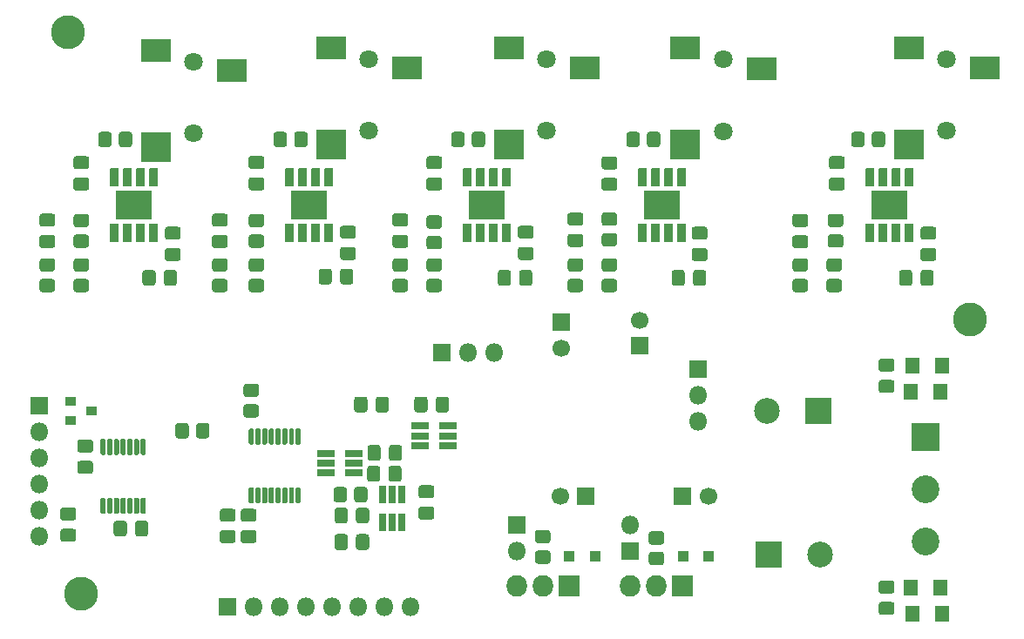
<source format=gbr>
%TF.GenerationSoftware,KiCad,Pcbnew,(5.1.6)-1*%
%TF.CreationDate,2020-11-12T20:03:02-08:00*%
%TF.ProjectId,piezodriver,7069657a-6f64-4726-9976-65722e6b6963,rev?*%
%TF.SameCoordinates,Original*%
%TF.FileFunction,Soldermask,Top*%
%TF.FilePolarity,Negative*%
%FSLAX46Y46*%
G04 Gerber Fmt 4.6, Leading zero omitted, Abs format (unit mm)*
G04 Created by KiCad (PCBNEW (5.1.6)-1) date 2020-11-12 20:03:02*
%MOMM*%
%LPD*%
G01*
G04 APERTURE LIST*
%ADD10C,0.010000*%
%ADD11R,1.660000X0.750000*%
%ADD12C,3.300000*%
%ADD13O,2.005000X2.100000*%
%ADD14R,2.005000X2.100000*%
%ADD15R,0.750000X1.660000*%
%ADD16R,1.000000X0.900000*%
%ADD17C,1.800000*%
%ADD18R,2.900000X2.900000*%
%ADD19R,2.900000X2.300000*%
%ADD20O,1.800000X1.800000*%
%ADD21R,1.800000X1.800000*%
%ADD22C,2.700000*%
%ADD23R,2.700000X2.700000*%
%ADD24R,1.100000X1.100000*%
%ADD25R,1.400000X1.500000*%
%ADD26C,1.700000*%
%ADD27R,1.700000X1.700000*%
%ADD28C,2.500000*%
%ADD29R,2.500000X2.500000*%
G04 APERTURE END LIST*
D10*
%TO.C,U10*%
G36*
X285066000Y-28279000D02*
G01*
X285066000Y-25569000D01*
X288466000Y-25569000D01*
X288466000Y-28279000D01*
X285066000Y-28279000D01*
G37*
X285066000Y-28279000D02*
X285066000Y-25569000D01*
X288466000Y-25569000D01*
X288466000Y-28279000D01*
X285066000Y-28279000D01*
G36*
X285231000Y-28829000D02*
G01*
X285231000Y-30419000D01*
X285230931Y-30421617D01*
X285230726Y-30424226D01*
X285230384Y-30426822D01*
X285229907Y-30429396D01*
X285229296Y-30431941D01*
X285228553Y-30434451D01*
X285227679Y-30436918D01*
X285226677Y-30439337D01*
X285225550Y-30441700D01*
X285224301Y-30444000D01*
X285222934Y-30446232D01*
X285221451Y-30448389D01*
X285219857Y-30450466D01*
X285218157Y-30452457D01*
X285216355Y-30454355D01*
X285214457Y-30456157D01*
X285212466Y-30457857D01*
X285210389Y-30459451D01*
X285208232Y-30460934D01*
X285206000Y-30462301D01*
X285203700Y-30463550D01*
X285201337Y-30464677D01*
X285198918Y-30465679D01*
X285196451Y-30466553D01*
X285193941Y-30467296D01*
X285191396Y-30467907D01*
X285188822Y-30468384D01*
X285186226Y-30468726D01*
X285183617Y-30468931D01*
X285181000Y-30469000D01*
X284541000Y-30469000D01*
X284538383Y-30468931D01*
X284535774Y-30468726D01*
X284533178Y-30468384D01*
X284530604Y-30467907D01*
X284528059Y-30467296D01*
X284525549Y-30466553D01*
X284523082Y-30465679D01*
X284520663Y-30464677D01*
X284518300Y-30463550D01*
X284516000Y-30462301D01*
X284513768Y-30460934D01*
X284511611Y-30459451D01*
X284509534Y-30457857D01*
X284507543Y-30456157D01*
X284505645Y-30454355D01*
X284503843Y-30452457D01*
X284502143Y-30450466D01*
X284500549Y-30448389D01*
X284499066Y-30446232D01*
X284497699Y-30444000D01*
X284496450Y-30441700D01*
X284495323Y-30439337D01*
X284494321Y-30436918D01*
X284493447Y-30434451D01*
X284492704Y-30431941D01*
X284492093Y-30429396D01*
X284491616Y-30426822D01*
X284491274Y-30424226D01*
X284491069Y-30421617D01*
X284491000Y-30419000D01*
X284491000Y-28829000D01*
X284491069Y-28826383D01*
X284491274Y-28823774D01*
X284491616Y-28821178D01*
X284492093Y-28818604D01*
X284492704Y-28816059D01*
X284493447Y-28813549D01*
X284494321Y-28811082D01*
X284495323Y-28808663D01*
X284496450Y-28806300D01*
X284497699Y-28804000D01*
X284499066Y-28801768D01*
X284500549Y-28799611D01*
X284502143Y-28797534D01*
X284503843Y-28795543D01*
X284505645Y-28793645D01*
X284507543Y-28791843D01*
X284509534Y-28790143D01*
X284511611Y-28788549D01*
X284513768Y-28787066D01*
X284516000Y-28785699D01*
X284518300Y-28784450D01*
X284520663Y-28783323D01*
X284523082Y-28782321D01*
X284525549Y-28781447D01*
X284528059Y-28780704D01*
X284530604Y-28780093D01*
X284533178Y-28779616D01*
X284535774Y-28779274D01*
X284538383Y-28779069D01*
X284541000Y-28779000D01*
X285181000Y-28779000D01*
X285183617Y-28779069D01*
X285186226Y-28779274D01*
X285188822Y-28779616D01*
X285191396Y-28780093D01*
X285193941Y-28780704D01*
X285196451Y-28781447D01*
X285198918Y-28782321D01*
X285201337Y-28783323D01*
X285203700Y-28784450D01*
X285206000Y-28785699D01*
X285208232Y-28787066D01*
X285210389Y-28788549D01*
X285212466Y-28790143D01*
X285214457Y-28791843D01*
X285216355Y-28793645D01*
X285218157Y-28795543D01*
X285219857Y-28797534D01*
X285221451Y-28799611D01*
X285222934Y-28801768D01*
X285224301Y-28804000D01*
X285225550Y-28806300D01*
X285226677Y-28808663D01*
X285227679Y-28811082D01*
X285228553Y-28813549D01*
X285229296Y-28816059D01*
X285229907Y-28818604D01*
X285230384Y-28821178D01*
X285230726Y-28823774D01*
X285230931Y-28826383D01*
X285231000Y-28829000D01*
G37*
X285231000Y-28829000D02*
X285231000Y-30419000D01*
X285230931Y-30421617D01*
X285230726Y-30424226D01*
X285230384Y-30426822D01*
X285229907Y-30429396D01*
X285229296Y-30431941D01*
X285228553Y-30434451D01*
X285227679Y-30436918D01*
X285226677Y-30439337D01*
X285225550Y-30441700D01*
X285224301Y-30444000D01*
X285222934Y-30446232D01*
X285221451Y-30448389D01*
X285219857Y-30450466D01*
X285218157Y-30452457D01*
X285216355Y-30454355D01*
X285214457Y-30456157D01*
X285212466Y-30457857D01*
X285210389Y-30459451D01*
X285208232Y-30460934D01*
X285206000Y-30462301D01*
X285203700Y-30463550D01*
X285201337Y-30464677D01*
X285198918Y-30465679D01*
X285196451Y-30466553D01*
X285193941Y-30467296D01*
X285191396Y-30467907D01*
X285188822Y-30468384D01*
X285186226Y-30468726D01*
X285183617Y-30468931D01*
X285181000Y-30469000D01*
X284541000Y-30469000D01*
X284538383Y-30468931D01*
X284535774Y-30468726D01*
X284533178Y-30468384D01*
X284530604Y-30467907D01*
X284528059Y-30467296D01*
X284525549Y-30466553D01*
X284523082Y-30465679D01*
X284520663Y-30464677D01*
X284518300Y-30463550D01*
X284516000Y-30462301D01*
X284513768Y-30460934D01*
X284511611Y-30459451D01*
X284509534Y-30457857D01*
X284507543Y-30456157D01*
X284505645Y-30454355D01*
X284503843Y-30452457D01*
X284502143Y-30450466D01*
X284500549Y-30448389D01*
X284499066Y-30446232D01*
X284497699Y-30444000D01*
X284496450Y-30441700D01*
X284495323Y-30439337D01*
X284494321Y-30436918D01*
X284493447Y-30434451D01*
X284492704Y-30431941D01*
X284492093Y-30429396D01*
X284491616Y-30426822D01*
X284491274Y-30424226D01*
X284491069Y-30421617D01*
X284491000Y-30419000D01*
X284491000Y-28829000D01*
X284491069Y-28826383D01*
X284491274Y-28823774D01*
X284491616Y-28821178D01*
X284492093Y-28818604D01*
X284492704Y-28816059D01*
X284493447Y-28813549D01*
X284494321Y-28811082D01*
X284495323Y-28808663D01*
X284496450Y-28806300D01*
X284497699Y-28804000D01*
X284499066Y-28801768D01*
X284500549Y-28799611D01*
X284502143Y-28797534D01*
X284503843Y-28795543D01*
X284505645Y-28793645D01*
X284507543Y-28791843D01*
X284509534Y-28790143D01*
X284511611Y-28788549D01*
X284513768Y-28787066D01*
X284516000Y-28785699D01*
X284518300Y-28784450D01*
X284520663Y-28783323D01*
X284523082Y-28782321D01*
X284525549Y-28781447D01*
X284528059Y-28780704D01*
X284530604Y-28780093D01*
X284533178Y-28779616D01*
X284535774Y-28779274D01*
X284538383Y-28779069D01*
X284541000Y-28779000D01*
X285181000Y-28779000D01*
X285183617Y-28779069D01*
X285186226Y-28779274D01*
X285188822Y-28779616D01*
X285191396Y-28780093D01*
X285193941Y-28780704D01*
X285196451Y-28781447D01*
X285198918Y-28782321D01*
X285201337Y-28783323D01*
X285203700Y-28784450D01*
X285206000Y-28785699D01*
X285208232Y-28787066D01*
X285210389Y-28788549D01*
X285212466Y-28790143D01*
X285214457Y-28791843D01*
X285216355Y-28793645D01*
X285218157Y-28795543D01*
X285219857Y-28797534D01*
X285221451Y-28799611D01*
X285222934Y-28801768D01*
X285224301Y-28804000D01*
X285225550Y-28806300D01*
X285226677Y-28808663D01*
X285227679Y-28811082D01*
X285228553Y-28813549D01*
X285229296Y-28816059D01*
X285229907Y-28818604D01*
X285230384Y-28821178D01*
X285230726Y-28823774D01*
X285230931Y-28826383D01*
X285231000Y-28829000D01*
G36*
X286501000Y-28829000D02*
G01*
X286501000Y-30419000D01*
X286500931Y-30421617D01*
X286500726Y-30424226D01*
X286500384Y-30426822D01*
X286499907Y-30429396D01*
X286499296Y-30431941D01*
X286498553Y-30434451D01*
X286497679Y-30436918D01*
X286496677Y-30439337D01*
X286495550Y-30441700D01*
X286494301Y-30444000D01*
X286492934Y-30446232D01*
X286491451Y-30448389D01*
X286489857Y-30450466D01*
X286488157Y-30452457D01*
X286486355Y-30454355D01*
X286484457Y-30456157D01*
X286482466Y-30457857D01*
X286480389Y-30459451D01*
X286478232Y-30460934D01*
X286476000Y-30462301D01*
X286473700Y-30463550D01*
X286471337Y-30464677D01*
X286468918Y-30465679D01*
X286466451Y-30466553D01*
X286463941Y-30467296D01*
X286461396Y-30467907D01*
X286458822Y-30468384D01*
X286456226Y-30468726D01*
X286453617Y-30468931D01*
X286451000Y-30469000D01*
X285811000Y-30469000D01*
X285808383Y-30468931D01*
X285805774Y-30468726D01*
X285803178Y-30468384D01*
X285800604Y-30467907D01*
X285798059Y-30467296D01*
X285795549Y-30466553D01*
X285793082Y-30465679D01*
X285790663Y-30464677D01*
X285788300Y-30463550D01*
X285786000Y-30462301D01*
X285783768Y-30460934D01*
X285781611Y-30459451D01*
X285779534Y-30457857D01*
X285777543Y-30456157D01*
X285775645Y-30454355D01*
X285773843Y-30452457D01*
X285772143Y-30450466D01*
X285770549Y-30448389D01*
X285769066Y-30446232D01*
X285767699Y-30444000D01*
X285766450Y-30441700D01*
X285765323Y-30439337D01*
X285764321Y-30436918D01*
X285763447Y-30434451D01*
X285762704Y-30431941D01*
X285762093Y-30429396D01*
X285761616Y-30426822D01*
X285761274Y-30424226D01*
X285761069Y-30421617D01*
X285761000Y-30419000D01*
X285761000Y-28829000D01*
X285761069Y-28826383D01*
X285761274Y-28823774D01*
X285761616Y-28821178D01*
X285762093Y-28818604D01*
X285762704Y-28816059D01*
X285763447Y-28813549D01*
X285764321Y-28811082D01*
X285765323Y-28808663D01*
X285766450Y-28806300D01*
X285767699Y-28804000D01*
X285769066Y-28801768D01*
X285770549Y-28799611D01*
X285772143Y-28797534D01*
X285773843Y-28795543D01*
X285775645Y-28793645D01*
X285777543Y-28791843D01*
X285779534Y-28790143D01*
X285781611Y-28788549D01*
X285783768Y-28787066D01*
X285786000Y-28785699D01*
X285788300Y-28784450D01*
X285790663Y-28783323D01*
X285793082Y-28782321D01*
X285795549Y-28781447D01*
X285798059Y-28780704D01*
X285800604Y-28780093D01*
X285803178Y-28779616D01*
X285805774Y-28779274D01*
X285808383Y-28779069D01*
X285811000Y-28779000D01*
X286451000Y-28779000D01*
X286453617Y-28779069D01*
X286456226Y-28779274D01*
X286458822Y-28779616D01*
X286461396Y-28780093D01*
X286463941Y-28780704D01*
X286466451Y-28781447D01*
X286468918Y-28782321D01*
X286471337Y-28783323D01*
X286473700Y-28784450D01*
X286476000Y-28785699D01*
X286478232Y-28787066D01*
X286480389Y-28788549D01*
X286482466Y-28790143D01*
X286484457Y-28791843D01*
X286486355Y-28793645D01*
X286488157Y-28795543D01*
X286489857Y-28797534D01*
X286491451Y-28799611D01*
X286492934Y-28801768D01*
X286494301Y-28804000D01*
X286495550Y-28806300D01*
X286496677Y-28808663D01*
X286497679Y-28811082D01*
X286498553Y-28813549D01*
X286499296Y-28816059D01*
X286499907Y-28818604D01*
X286500384Y-28821178D01*
X286500726Y-28823774D01*
X286500931Y-28826383D01*
X286501000Y-28829000D01*
G37*
X286501000Y-28829000D02*
X286501000Y-30419000D01*
X286500931Y-30421617D01*
X286500726Y-30424226D01*
X286500384Y-30426822D01*
X286499907Y-30429396D01*
X286499296Y-30431941D01*
X286498553Y-30434451D01*
X286497679Y-30436918D01*
X286496677Y-30439337D01*
X286495550Y-30441700D01*
X286494301Y-30444000D01*
X286492934Y-30446232D01*
X286491451Y-30448389D01*
X286489857Y-30450466D01*
X286488157Y-30452457D01*
X286486355Y-30454355D01*
X286484457Y-30456157D01*
X286482466Y-30457857D01*
X286480389Y-30459451D01*
X286478232Y-30460934D01*
X286476000Y-30462301D01*
X286473700Y-30463550D01*
X286471337Y-30464677D01*
X286468918Y-30465679D01*
X286466451Y-30466553D01*
X286463941Y-30467296D01*
X286461396Y-30467907D01*
X286458822Y-30468384D01*
X286456226Y-30468726D01*
X286453617Y-30468931D01*
X286451000Y-30469000D01*
X285811000Y-30469000D01*
X285808383Y-30468931D01*
X285805774Y-30468726D01*
X285803178Y-30468384D01*
X285800604Y-30467907D01*
X285798059Y-30467296D01*
X285795549Y-30466553D01*
X285793082Y-30465679D01*
X285790663Y-30464677D01*
X285788300Y-30463550D01*
X285786000Y-30462301D01*
X285783768Y-30460934D01*
X285781611Y-30459451D01*
X285779534Y-30457857D01*
X285777543Y-30456157D01*
X285775645Y-30454355D01*
X285773843Y-30452457D01*
X285772143Y-30450466D01*
X285770549Y-30448389D01*
X285769066Y-30446232D01*
X285767699Y-30444000D01*
X285766450Y-30441700D01*
X285765323Y-30439337D01*
X285764321Y-30436918D01*
X285763447Y-30434451D01*
X285762704Y-30431941D01*
X285762093Y-30429396D01*
X285761616Y-30426822D01*
X285761274Y-30424226D01*
X285761069Y-30421617D01*
X285761000Y-30419000D01*
X285761000Y-28829000D01*
X285761069Y-28826383D01*
X285761274Y-28823774D01*
X285761616Y-28821178D01*
X285762093Y-28818604D01*
X285762704Y-28816059D01*
X285763447Y-28813549D01*
X285764321Y-28811082D01*
X285765323Y-28808663D01*
X285766450Y-28806300D01*
X285767699Y-28804000D01*
X285769066Y-28801768D01*
X285770549Y-28799611D01*
X285772143Y-28797534D01*
X285773843Y-28795543D01*
X285775645Y-28793645D01*
X285777543Y-28791843D01*
X285779534Y-28790143D01*
X285781611Y-28788549D01*
X285783768Y-28787066D01*
X285786000Y-28785699D01*
X285788300Y-28784450D01*
X285790663Y-28783323D01*
X285793082Y-28782321D01*
X285795549Y-28781447D01*
X285798059Y-28780704D01*
X285800604Y-28780093D01*
X285803178Y-28779616D01*
X285805774Y-28779274D01*
X285808383Y-28779069D01*
X285811000Y-28779000D01*
X286451000Y-28779000D01*
X286453617Y-28779069D01*
X286456226Y-28779274D01*
X286458822Y-28779616D01*
X286461396Y-28780093D01*
X286463941Y-28780704D01*
X286466451Y-28781447D01*
X286468918Y-28782321D01*
X286471337Y-28783323D01*
X286473700Y-28784450D01*
X286476000Y-28785699D01*
X286478232Y-28787066D01*
X286480389Y-28788549D01*
X286482466Y-28790143D01*
X286484457Y-28791843D01*
X286486355Y-28793645D01*
X286488157Y-28795543D01*
X286489857Y-28797534D01*
X286491451Y-28799611D01*
X286492934Y-28801768D01*
X286494301Y-28804000D01*
X286495550Y-28806300D01*
X286496677Y-28808663D01*
X286497679Y-28811082D01*
X286498553Y-28813549D01*
X286499296Y-28816059D01*
X286499907Y-28818604D01*
X286500384Y-28821178D01*
X286500726Y-28823774D01*
X286500931Y-28826383D01*
X286501000Y-28829000D01*
G36*
X287771000Y-28829000D02*
G01*
X287771000Y-30419000D01*
X287770931Y-30421617D01*
X287770726Y-30424226D01*
X287770384Y-30426822D01*
X287769907Y-30429396D01*
X287769296Y-30431941D01*
X287768553Y-30434451D01*
X287767679Y-30436918D01*
X287766677Y-30439337D01*
X287765550Y-30441700D01*
X287764301Y-30444000D01*
X287762934Y-30446232D01*
X287761451Y-30448389D01*
X287759857Y-30450466D01*
X287758157Y-30452457D01*
X287756355Y-30454355D01*
X287754457Y-30456157D01*
X287752466Y-30457857D01*
X287750389Y-30459451D01*
X287748232Y-30460934D01*
X287746000Y-30462301D01*
X287743700Y-30463550D01*
X287741337Y-30464677D01*
X287738918Y-30465679D01*
X287736451Y-30466553D01*
X287733941Y-30467296D01*
X287731396Y-30467907D01*
X287728822Y-30468384D01*
X287726226Y-30468726D01*
X287723617Y-30468931D01*
X287721000Y-30469000D01*
X287081000Y-30469000D01*
X287078383Y-30468931D01*
X287075774Y-30468726D01*
X287073178Y-30468384D01*
X287070604Y-30467907D01*
X287068059Y-30467296D01*
X287065549Y-30466553D01*
X287063082Y-30465679D01*
X287060663Y-30464677D01*
X287058300Y-30463550D01*
X287056000Y-30462301D01*
X287053768Y-30460934D01*
X287051611Y-30459451D01*
X287049534Y-30457857D01*
X287047543Y-30456157D01*
X287045645Y-30454355D01*
X287043843Y-30452457D01*
X287042143Y-30450466D01*
X287040549Y-30448389D01*
X287039066Y-30446232D01*
X287037699Y-30444000D01*
X287036450Y-30441700D01*
X287035323Y-30439337D01*
X287034321Y-30436918D01*
X287033447Y-30434451D01*
X287032704Y-30431941D01*
X287032093Y-30429396D01*
X287031616Y-30426822D01*
X287031274Y-30424226D01*
X287031069Y-30421617D01*
X287031000Y-30419000D01*
X287031000Y-28829000D01*
X287031069Y-28826383D01*
X287031274Y-28823774D01*
X287031616Y-28821178D01*
X287032093Y-28818604D01*
X287032704Y-28816059D01*
X287033447Y-28813549D01*
X287034321Y-28811082D01*
X287035323Y-28808663D01*
X287036450Y-28806300D01*
X287037699Y-28804000D01*
X287039066Y-28801768D01*
X287040549Y-28799611D01*
X287042143Y-28797534D01*
X287043843Y-28795543D01*
X287045645Y-28793645D01*
X287047543Y-28791843D01*
X287049534Y-28790143D01*
X287051611Y-28788549D01*
X287053768Y-28787066D01*
X287056000Y-28785699D01*
X287058300Y-28784450D01*
X287060663Y-28783323D01*
X287063082Y-28782321D01*
X287065549Y-28781447D01*
X287068059Y-28780704D01*
X287070604Y-28780093D01*
X287073178Y-28779616D01*
X287075774Y-28779274D01*
X287078383Y-28779069D01*
X287081000Y-28779000D01*
X287721000Y-28779000D01*
X287723617Y-28779069D01*
X287726226Y-28779274D01*
X287728822Y-28779616D01*
X287731396Y-28780093D01*
X287733941Y-28780704D01*
X287736451Y-28781447D01*
X287738918Y-28782321D01*
X287741337Y-28783323D01*
X287743700Y-28784450D01*
X287746000Y-28785699D01*
X287748232Y-28787066D01*
X287750389Y-28788549D01*
X287752466Y-28790143D01*
X287754457Y-28791843D01*
X287756355Y-28793645D01*
X287758157Y-28795543D01*
X287759857Y-28797534D01*
X287761451Y-28799611D01*
X287762934Y-28801768D01*
X287764301Y-28804000D01*
X287765550Y-28806300D01*
X287766677Y-28808663D01*
X287767679Y-28811082D01*
X287768553Y-28813549D01*
X287769296Y-28816059D01*
X287769907Y-28818604D01*
X287770384Y-28821178D01*
X287770726Y-28823774D01*
X287770931Y-28826383D01*
X287771000Y-28829000D01*
G37*
X287771000Y-28829000D02*
X287771000Y-30419000D01*
X287770931Y-30421617D01*
X287770726Y-30424226D01*
X287770384Y-30426822D01*
X287769907Y-30429396D01*
X287769296Y-30431941D01*
X287768553Y-30434451D01*
X287767679Y-30436918D01*
X287766677Y-30439337D01*
X287765550Y-30441700D01*
X287764301Y-30444000D01*
X287762934Y-30446232D01*
X287761451Y-30448389D01*
X287759857Y-30450466D01*
X287758157Y-30452457D01*
X287756355Y-30454355D01*
X287754457Y-30456157D01*
X287752466Y-30457857D01*
X287750389Y-30459451D01*
X287748232Y-30460934D01*
X287746000Y-30462301D01*
X287743700Y-30463550D01*
X287741337Y-30464677D01*
X287738918Y-30465679D01*
X287736451Y-30466553D01*
X287733941Y-30467296D01*
X287731396Y-30467907D01*
X287728822Y-30468384D01*
X287726226Y-30468726D01*
X287723617Y-30468931D01*
X287721000Y-30469000D01*
X287081000Y-30469000D01*
X287078383Y-30468931D01*
X287075774Y-30468726D01*
X287073178Y-30468384D01*
X287070604Y-30467907D01*
X287068059Y-30467296D01*
X287065549Y-30466553D01*
X287063082Y-30465679D01*
X287060663Y-30464677D01*
X287058300Y-30463550D01*
X287056000Y-30462301D01*
X287053768Y-30460934D01*
X287051611Y-30459451D01*
X287049534Y-30457857D01*
X287047543Y-30456157D01*
X287045645Y-30454355D01*
X287043843Y-30452457D01*
X287042143Y-30450466D01*
X287040549Y-30448389D01*
X287039066Y-30446232D01*
X287037699Y-30444000D01*
X287036450Y-30441700D01*
X287035323Y-30439337D01*
X287034321Y-30436918D01*
X287033447Y-30434451D01*
X287032704Y-30431941D01*
X287032093Y-30429396D01*
X287031616Y-30426822D01*
X287031274Y-30424226D01*
X287031069Y-30421617D01*
X287031000Y-30419000D01*
X287031000Y-28829000D01*
X287031069Y-28826383D01*
X287031274Y-28823774D01*
X287031616Y-28821178D01*
X287032093Y-28818604D01*
X287032704Y-28816059D01*
X287033447Y-28813549D01*
X287034321Y-28811082D01*
X287035323Y-28808663D01*
X287036450Y-28806300D01*
X287037699Y-28804000D01*
X287039066Y-28801768D01*
X287040549Y-28799611D01*
X287042143Y-28797534D01*
X287043843Y-28795543D01*
X287045645Y-28793645D01*
X287047543Y-28791843D01*
X287049534Y-28790143D01*
X287051611Y-28788549D01*
X287053768Y-28787066D01*
X287056000Y-28785699D01*
X287058300Y-28784450D01*
X287060663Y-28783323D01*
X287063082Y-28782321D01*
X287065549Y-28781447D01*
X287068059Y-28780704D01*
X287070604Y-28780093D01*
X287073178Y-28779616D01*
X287075774Y-28779274D01*
X287078383Y-28779069D01*
X287081000Y-28779000D01*
X287721000Y-28779000D01*
X287723617Y-28779069D01*
X287726226Y-28779274D01*
X287728822Y-28779616D01*
X287731396Y-28780093D01*
X287733941Y-28780704D01*
X287736451Y-28781447D01*
X287738918Y-28782321D01*
X287741337Y-28783323D01*
X287743700Y-28784450D01*
X287746000Y-28785699D01*
X287748232Y-28787066D01*
X287750389Y-28788549D01*
X287752466Y-28790143D01*
X287754457Y-28791843D01*
X287756355Y-28793645D01*
X287758157Y-28795543D01*
X287759857Y-28797534D01*
X287761451Y-28799611D01*
X287762934Y-28801768D01*
X287764301Y-28804000D01*
X287765550Y-28806300D01*
X287766677Y-28808663D01*
X287767679Y-28811082D01*
X287768553Y-28813549D01*
X287769296Y-28816059D01*
X287769907Y-28818604D01*
X287770384Y-28821178D01*
X287770726Y-28823774D01*
X287770931Y-28826383D01*
X287771000Y-28829000D01*
G36*
X289041000Y-28829000D02*
G01*
X289041000Y-30419000D01*
X289040931Y-30421617D01*
X289040726Y-30424226D01*
X289040384Y-30426822D01*
X289039907Y-30429396D01*
X289039296Y-30431941D01*
X289038553Y-30434451D01*
X289037679Y-30436918D01*
X289036677Y-30439337D01*
X289035550Y-30441700D01*
X289034301Y-30444000D01*
X289032934Y-30446232D01*
X289031451Y-30448389D01*
X289029857Y-30450466D01*
X289028157Y-30452457D01*
X289026355Y-30454355D01*
X289024457Y-30456157D01*
X289022466Y-30457857D01*
X289020389Y-30459451D01*
X289018232Y-30460934D01*
X289016000Y-30462301D01*
X289013700Y-30463550D01*
X289011337Y-30464677D01*
X289008918Y-30465679D01*
X289006451Y-30466553D01*
X289003941Y-30467296D01*
X289001396Y-30467907D01*
X288998822Y-30468384D01*
X288996226Y-30468726D01*
X288993617Y-30468931D01*
X288991000Y-30469000D01*
X288351000Y-30469000D01*
X288348383Y-30468931D01*
X288345774Y-30468726D01*
X288343178Y-30468384D01*
X288340604Y-30467907D01*
X288338059Y-30467296D01*
X288335549Y-30466553D01*
X288333082Y-30465679D01*
X288330663Y-30464677D01*
X288328300Y-30463550D01*
X288326000Y-30462301D01*
X288323768Y-30460934D01*
X288321611Y-30459451D01*
X288319534Y-30457857D01*
X288317543Y-30456157D01*
X288315645Y-30454355D01*
X288313843Y-30452457D01*
X288312143Y-30450466D01*
X288310549Y-30448389D01*
X288309066Y-30446232D01*
X288307699Y-30444000D01*
X288306450Y-30441700D01*
X288305323Y-30439337D01*
X288304321Y-30436918D01*
X288303447Y-30434451D01*
X288302704Y-30431941D01*
X288302093Y-30429396D01*
X288301616Y-30426822D01*
X288301274Y-30424226D01*
X288301069Y-30421617D01*
X288301000Y-30419000D01*
X288301000Y-28829000D01*
X288301069Y-28826383D01*
X288301274Y-28823774D01*
X288301616Y-28821178D01*
X288302093Y-28818604D01*
X288302704Y-28816059D01*
X288303447Y-28813549D01*
X288304321Y-28811082D01*
X288305323Y-28808663D01*
X288306450Y-28806300D01*
X288307699Y-28804000D01*
X288309066Y-28801768D01*
X288310549Y-28799611D01*
X288312143Y-28797534D01*
X288313843Y-28795543D01*
X288315645Y-28793645D01*
X288317543Y-28791843D01*
X288319534Y-28790143D01*
X288321611Y-28788549D01*
X288323768Y-28787066D01*
X288326000Y-28785699D01*
X288328300Y-28784450D01*
X288330663Y-28783323D01*
X288333082Y-28782321D01*
X288335549Y-28781447D01*
X288338059Y-28780704D01*
X288340604Y-28780093D01*
X288343178Y-28779616D01*
X288345774Y-28779274D01*
X288348383Y-28779069D01*
X288351000Y-28779000D01*
X288991000Y-28779000D01*
X288993617Y-28779069D01*
X288996226Y-28779274D01*
X288998822Y-28779616D01*
X289001396Y-28780093D01*
X289003941Y-28780704D01*
X289006451Y-28781447D01*
X289008918Y-28782321D01*
X289011337Y-28783323D01*
X289013700Y-28784450D01*
X289016000Y-28785699D01*
X289018232Y-28787066D01*
X289020389Y-28788549D01*
X289022466Y-28790143D01*
X289024457Y-28791843D01*
X289026355Y-28793645D01*
X289028157Y-28795543D01*
X289029857Y-28797534D01*
X289031451Y-28799611D01*
X289032934Y-28801768D01*
X289034301Y-28804000D01*
X289035550Y-28806300D01*
X289036677Y-28808663D01*
X289037679Y-28811082D01*
X289038553Y-28813549D01*
X289039296Y-28816059D01*
X289039907Y-28818604D01*
X289040384Y-28821178D01*
X289040726Y-28823774D01*
X289040931Y-28826383D01*
X289041000Y-28829000D01*
G37*
X289041000Y-28829000D02*
X289041000Y-30419000D01*
X289040931Y-30421617D01*
X289040726Y-30424226D01*
X289040384Y-30426822D01*
X289039907Y-30429396D01*
X289039296Y-30431941D01*
X289038553Y-30434451D01*
X289037679Y-30436918D01*
X289036677Y-30439337D01*
X289035550Y-30441700D01*
X289034301Y-30444000D01*
X289032934Y-30446232D01*
X289031451Y-30448389D01*
X289029857Y-30450466D01*
X289028157Y-30452457D01*
X289026355Y-30454355D01*
X289024457Y-30456157D01*
X289022466Y-30457857D01*
X289020389Y-30459451D01*
X289018232Y-30460934D01*
X289016000Y-30462301D01*
X289013700Y-30463550D01*
X289011337Y-30464677D01*
X289008918Y-30465679D01*
X289006451Y-30466553D01*
X289003941Y-30467296D01*
X289001396Y-30467907D01*
X288998822Y-30468384D01*
X288996226Y-30468726D01*
X288993617Y-30468931D01*
X288991000Y-30469000D01*
X288351000Y-30469000D01*
X288348383Y-30468931D01*
X288345774Y-30468726D01*
X288343178Y-30468384D01*
X288340604Y-30467907D01*
X288338059Y-30467296D01*
X288335549Y-30466553D01*
X288333082Y-30465679D01*
X288330663Y-30464677D01*
X288328300Y-30463550D01*
X288326000Y-30462301D01*
X288323768Y-30460934D01*
X288321611Y-30459451D01*
X288319534Y-30457857D01*
X288317543Y-30456157D01*
X288315645Y-30454355D01*
X288313843Y-30452457D01*
X288312143Y-30450466D01*
X288310549Y-30448389D01*
X288309066Y-30446232D01*
X288307699Y-30444000D01*
X288306450Y-30441700D01*
X288305323Y-30439337D01*
X288304321Y-30436918D01*
X288303447Y-30434451D01*
X288302704Y-30431941D01*
X288302093Y-30429396D01*
X288301616Y-30426822D01*
X288301274Y-30424226D01*
X288301069Y-30421617D01*
X288301000Y-30419000D01*
X288301000Y-28829000D01*
X288301069Y-28826383D01*
X288301274Y-28823774D01*
X288301616Y-28821178D01*
X288302093Y-28818604D01*
X288302704Y-28816059D01*
X288303447Y-28813549D01*
X288304321Y-28811082D01*
X288305323Y-28808663D01*
X288306450Y-28806300D01*
X288307699Y-28804000D01*
X288309066Y-28801768D01*
X288310549Y-28799611D01*
X288312143Y-28797534D01*
X288313843Y-28795543D01*
X288315645Y-28793645D01*
X288317543Y-28791843D01*
X288319534Y-28790143D01*
X288321611Y-28788549D01*
X288323768Y-28787066D01*
X288326000Y-28785699D01*
X288328300Y-28784450D01*
X288330663Y-28783323D01*
X288333082Y-28782321D01*
X288335549Y-28781447D01*
X288338059Y-28780704D01*
X288340604Y-28780093D01*
X288343178Y-28779616D01*
X288345774Y-28779274D01*
X288348383Y-28779069D01*
X288351000Y-28779000D01*
X288991000Y-28779000D01*
X288993617Y-28779069D01*
X288996226Y-28779274D01*
X288998822Y-28779616D01*
X289001396Y-28780093D01*
X289003941Y-28780704D01*
X289006451Y-28781447D01*
X289008918Y-28782321D01*
X289011337Y-28783323D01*
X289013700Y-28784450D01*
X289016000Y-28785699D01*
X289018232Y-28787066D01*
X289020389Y-28788549D01*
X289022466Y-28790143D01*
X289024457Y-28791843D01*
X289026355Y-28793645D01*
X289028157Y-28795543D01*
X289029857Y-28797534D01*
X289031451Y-28799611D01*
X289032934Y-28801768D01*
X289034301Y-28804000D01*
X289035550Y-28806300D01*
X289036677Y-28808663D01*
X289037679Y-28811082D01*
X289038553Y-28813549D01*
X289039296Y-28816059D01*
X289039907Y-28818604D01*
X289040384Y-28821178D01*
X289040726Y-28823774D01*
X289040931Y-28826383D01*
X289041000Y-28829000D01*
G36*
X285231000Y-23429000D02*
G01*
X285231000Y-25019000D01*
X285230931Y-25021617D01*
X285230726Y-25024226D01*
X285230384Y-25026822D01*
X285229907Y-25029396D01*
X285229296Y-25031941D01*
X285228553Y-25034451D01*
X285227679Y-25036918D01*
X285226677Y-25039337D01*
X285225550Y-25041700D01*
X285224301Y-25044000D01*
X285222934Y-25046232D01*
X285221451Y-25048389D01*
X285219857Y-25050466D01*
X285218157Y-25052457D01*
X285216355Y-25054355D01*
X285214457Y-25056157D01*
X285212466Y-25057857D01*
X285210389Y-25059451D01*
X285208232Y-25060934D01*
X285206000Y-25062301D01*
X285203700Y-25063550D01*
X285201337Y-25064677D01*
X285198918Y-25065679D01*
X285196451Y-25066553D01*
X285193941Y-25067296D01*
X285191396Y-25067907D01*
X285188822Y-25068384D01*
X285186226Y-25068726D01*
X285183617Y-25068931D01*
X285181000Y-25069000D01*
X284541000Y-25069000D01*
X284538383Y-25068931D01*
X284535774Y-25068726D01*
X284533178Y-25068384D01*
X284530604Y-25067907D01*
X284528059Y-25067296D01*
X284525549Y-25066553D01*
X284523082Y-25065679D01*
X284520663Y-25064677D01*
X284518300Y-25063550D01*
X284516000Y-25062301D01*
X284513768Y-25060934D01*
X284511611Y-25059451D01*
X284509534Y-25057857D01*
X284507543Y-25056157D01*
X284505645Y-25054355D01*
X284503843Y-25052457D01*
X284502143Y-25050466D01*
X284500549Y-25048389D01*
X284499066Y-25046232D01*
X284497699Y-25044000D01*
X284496450Y-25041700D01*
X284495323Y-25039337D01*
X284494321Y-25036918D01*
X284493447Y-25034451D01*
X284492704Y-25031941D01*
X284492093Y-25029396D01*
X284491616Y-25026822D01*
X284491274Y-25024226D01*
X284491069Y-25021617D01*
X284491000Y-25019000D01*
X284491000Y-23429000D01*
X284491069Y-23426383D01*
X284491274Y-23423774D01*
X284491616Y-23421178D01*
X284492093Y-23418604D01*
X284492704Y-23416059D01*
X284493447Y-23413549D01*
X284494321Y-23411082D01*
X284495323Y-23408663D01*
X284496450Y-23406300D01*
X284497699Y-23404000D01*
X284499066Y-23401768D01*
X284500549Y-23399611D01*
X284502143Y-23397534D01*
X284503843Y-23395543D01*
X284505645Y-23393645D01*
X284507543Y-23391843D01*
X284509534Y-23390143D01*
X284511611Y-23388549D01*
X284513768Y-23387066D01*
X284516000Y-23385699D01*
X284518300Y-23384450D01*
X284520663Y-23383323D01*
X284523082Y-23382321D01*
X284525549Y-23381447D01*
X284528059Y-23380704D01*
X284530604Y-23380093D01*
X284533178Y-23379616D01*
X284535774Y-23379274D01*
X284538383Y-23379069D01*
X284541000Y-23379000D01*
X285181000Y-23379000D01*
X285183617Y-23379069D01*
X285186226Y-23379274D01*
X285188822Y-23379616D01*
X285191396Y-23380093D01*
X285193941Y-23380704D01*
X285196451Y-23381447D01*
X285198918Y-23382321D01*
X285201337Y-23383323D01*
X285203700Y-23384450D01*
X285206000Y-23385699D01*
X285208232Y-23387066D01*
X285210389Y-23388549D01*
X285212466Y-23390143D01*
X285214457Y-23391843D01*
X285216355Y-23393645D01*
X285218157Y-23395543D01*
X285219857Y-23397534D01*
X285221451Y-23399611D01*
X285222934Y-23401768D01*
X285224301Y-23404000D01*
X285225550Y-23406300D01*
X285226677Y-23408663D01*
X285227679Y-23411082D01*
X285228553Y-23413549D01*
X285229296Y-23416059D01*
X285229907Y-23418604D01*
X285230384Y-23421178D01*
X285230726Y-23423774D01*
X285230931Y-23426383D01*
X285231000Y-23429000D01*
G37*
X285231000Y-23429000D02*
X285231000Y-25019000D01*
X285230931Y-25021617D01*
X285230726Y-25024226D01*
X285230384Y-25026822D01*
X285229907Y-25029396D01*
X285229296Y-25031941D01*
X285228553Y-25034451D01*
X285227679Y-25036918D01*
X285226677Y-25039337D01*
X285225550Y-25041700D01*
X285224301Y-25044000D01*
X285222934Y-25046232D01*
X285221451Y-25048389D01*
X285219857Y-25050466D01*
X285218157Y-25052457D01*
X285216355Y-25054355D01*
X285214457Y-25056157D01*
X285212466Y-25057857D01*
X285210389Y-25059451D01*
X285208232Y-25060934D01*
X285206000Y-25062301D01*
X285203700Y-25063550D01*
X285201337Y-25064677D01*
X285198918Y-25065679D01*
X285196451Y-25066553D01*
X285193941Y-25067296D01*
X285191396Y-25067907D01*
X285188822Y-25068384D01*
X285186226Y-25068726D01*
X285183617Y-25068931D01*
X285181000Y-25069000D01*
X284541000Y-25069000D01*
X284538383Y-25068931D01*
X284535774Y-25068726D01*
X284533178Y-25068384D01*
X284530604Y-25067907D01*
X284528059Y-25067296D01*
X284525549Y-25066553D01*
X284523082Y-25065679D01*
X284520663Y-25064677D01*
X284518300Y-25063550D01*
X284516000Y-25062301D01*
X284513768Y-25060934D01*
X284511611Y-25059451D01*
X284509534Y-25057857D01*
X284507543Y-25056157D01*
X284505645Y-25054355D01*
X284503843Y-25052457D01*
X284502143Y-25050466D01*
X284500549Y-25048389D01*
X284499066Y-25046232D01*
X284497699Y-25044000D01*
X284496450Y-25041700D01*
X284495323Y-25039337D01*
X284494321Y-25036918D01*
X284493447Y-25034451D01*
X284492704Y-25031941D01*
X284492093Y-25029396D01*
X284491616Y-25026822D01*
X284491274Y-25024226D01*
X284491069Y-25021617D01*
X284491000Y-25019000D01*
X284491000Y-23429000D01*
X284491069Y-23426383D01*
X284491274Y-23423774D01*
X284491616Y-23421178D01*
X284492093Y-23418604D01*
X284492704Y-23416059D01*
X284493447Y-23413549D01*
X284494321Y-23411082D01*
X284495323Y-23408663D01*
X284496450Y-23406300D01*
X284497699Y-23404000D01*
X284499066Y-23401768D01*
X284500549Y-23399611D01*
X284502143Y-23397534D01*
X284503843Y-23395543D01*
X284505645Y-23393645D01*
X284507543Y-23391843D01*
X284509534Y-23390143D01*
X284511611Y-23388549D01*
X284513768Y-23387066D01*
X284516000Y-23385699D01*
X284518300Y-23384450D01*
X284520663Y-23383323D01*
X284523082Y-23382321D01*
X284525549Y-23381447D01*
X284528059Y-23380704D01*
X284530604Y-23380093D01*
X284533178Y-23379616D01*
X284535774Y-23379274D01*
X284538383Y-23379069D01*
X284541000Y-23379000D01*
X285181000Y-23379000D01*
X285183617Y-23379069D01*
X285186226Y-23379274D01*
X285188822Y-23379616D01*
X285191396Y-23380093D01*
X285193941Y-23380704D01*
X285196451Y-23381447D01*
X285198918Y-23382321D01*
X285201337Y-23383323D01*
X285203700Y-23384450D01*
X285206000Y-23385699D01*
X285208232Y-23387066D01*
X285210389Y-23388549D01*
X285212466Y-23390143D01*
X285214457Y-23391843D01*
X285216355Y-23393645D01*
X285218157Y-23395543D01*
X285219857Y-23397534D01*
X285221451Y-23399611D01*
X285222934Y-23401768D01*
X285224301Y-23404000D01*
X285225550Y-23406300D01*
X285226677Y-23408663D01*
X285227679Y-23411082D01*
X285228553Y-23413549D01*
X285229296Y-23416059D01*
X285229907Y-23418604D01*
X285230384Y-23421178D01*
X285230726Y-23423774D01*
X285230931Y-23426383D01*
X285231000Y-23429000D01*
G36*
X286501000Y-23429000D02*
G01*
X286501000Y-25019000D01*
X286500931Y-25021617D01*
X286500726Y-25024226D01*
X286500384Y-25026822D01*
X286499907Y-25029396D01*
X286499296Y-25031941D01*
X286498553Y-25034451D01*
X286497679Y-25036918D01*
X286496677Y-25039337D01*
X286495550Y-25041700D01*
X286494301Y-25044000D01*
X286492934Y-25046232D01*
X286491451Y-25048389D01*
X286489857Y-25050466D01*
X286488157Y-25052457D01*
X286486355Y-25054355D01*
X286484457Y-25056157D01*
X286482466Y-25057857D01*
X286480389Y-25059451D01*
X286478232Y-25060934D01*
X286476000Y-25062301D01*
X286473700Y-25063550D01*
X286471337Y-25064677D01*
X286468918Y-25065679D01*
X286466451Y-25066553D01*
X286463941Y-25067296D01*
X286461396Y-25067907D01*
X286458822Y-25068384D01*
X286456226Y-25068726D01*
X286453617Y-25068931D01*
X286451000Y-25069000D01*
X285811000Y-25069000D01*
X285808383Y-25068931D01*
X285805774Y-25068726D01*
X285803178Y-25068384D01*
X285800604Y-25067907D01*
X285798059Y-25067296D01*
X285795549Y-25066553D01*
X285793082Y-25065679D01*
X285790663Y-25064677D01*
X285788300Y-25063550D01*
X285786000Y-25062301D01*
X285783768Y-25060934D01*
X285781611Y-25059451D01*
X285779534Y-25057857D01*
X285777543Y-25056157D01*
X285775645Y-25054355D01*
X285773843Y-25052457D01*
X285772143Y-25050466D01*
X285770549Y-25048389D01*
X285769066Y-25046232D01*
X285767699Y-25044000D01*
X285766450Y-25041700D01*
X285765323Y-25039337D01*
X285764321Y-25036918D01*
X285763447Y-25034451D01*
X285762704Y-25031941D01*
X285762093Y-25029396D01*
X285761616Y-25026822D01*
X285761274Y-25024226D01*
X285761069Y-25021617D01*
X285761000Y-25019000D01*
X285761000Y-23429000D01*
X285761069Y-23426383D01*
X285761274Y-23423774D01*
X285761616Y-23421178D01*
X285762093Y-23418604D01*
X285762704Y-23416059D01*
X285763447Y-23413549D01*
X285764321Y-23411082D01*
X285765323Y-23408663D01*
X285766450Y-23406300D01*
X285767699Y-23404000D01*
X285769066Y-23401768D01*
X285770549Y-23399611D01*
X285772143Y-23397534D01*
X285773843Y-23395543D01*
X285775645Y-23393645D01*
X285777543Y-23391843D01*
X285779534Y-23390143D01*
X285781611Y-23388549D01*
X285783768Y-23387066D01*
X285786000Y-23385699D01*
X285788300Y-23384450D01*
X285790663Y-23383323D01*
X285793082Y-23382321D01*
X285795549Y-23381447D01*
X285798059Y-23380704D01*
X285800604Y-23380093D01*
X285803178Y-23379616D01*
X285805774Y-23379274D01*
X285808383Y-23379069D01*
X285811000Y-23379000D01*
X286451000Y-23379000D01*
X286453617Y-23379069D01*
X286456226Y-23379274D01*
X286458822Y-23379616D01*
X286461396Y-23380093D01*
X286463941Y-23380704D01*
X286466451Y-23381447D01*
X286468918Y-23382321D01*
X286471337Y-23383323D01*
X286473700Y-23384450D01*
X286476000Y-23385699D01*
X286478232Y-23387066D01*
X286480389Y-23388549D01*
X286482466Y-23390143D01*
X286484457Y-23391843D01*
X286486355Y-23393645D01*
X286488157Y-23395543D01*
X286489857Y-23397534D01*
X286491451Y-23399611D01*
X286492934Y-23401768D01*
X286494301Y-23404000D01*
X286495550Y-23406300D01*
X286496677Y-23408663D01*
X286497679Y-23411082D01*
X286498553Y-23413549D01*
X286499296Y-23416059D01*
X286499907Y-23418604D01*
X286500384Y-23421178D01*
X286500726Y-23423774D01*
X286500931Y-23426383D01*
X286501000Y-23429000D01*
G37*
X286501000Y-23429000D02*
X286501000Y-25019000D01*
X286500931Y-25021617D01*
X286500726Y-25024226D01*
X286500384Y-25026822D01*
X286499907Y-25029396D01*
X286499296Y-25031941D01*
X286498553Y-25034451D01*
X286497679Y-25036918D01*
X286496677Y-25039337D01*
X286495550Y-25041700D01*
X286494301Y-25044000D01*
X286492934Y-25046232D01*
X286491451Y-25048389D01*
X286489857Y-25050466D01*
X286488157Y-25052457D01*
X286486355Y-25054355D01*
X286484457Y-25056157D01*
X286482466Y-25057857D01*
X286480389Y-25059451D01*
X286478232Y-25060934D01*
X286476000Y-25062301D01*
X286473700Y-25063550D01*
X286471337Y-25064677D01*
X286468918Y-25065679D01*
X286466451Y-25066553D01*
X286463941Y-25067296D01*
X286461396Y-25067907D01*
X286458822Y-25068384D01*
X286456226Y-25068726D01*
X286453617Y-25068931D01*
X286451000Y-25069000D01*
X285811000Y-25069000D01*
X285808383Y-25068931D01*
X285805774Y-25068726D01*
X285803178Y-25068384D01*
X285800604Y-25067907D01*
X285798059Y-25067296D01*
X285795549Y-25066553D01*
X285793082Y-25065679D01*
X285790663Y-25064677D01*
X285788300Y-25063550D01*
X285786000Y-25062301D01*
X285783768Y-25060934D01*
X285781611Y-25059451D01*
X285779534Y-25057857D01*
X285777543Y-25056157D01*
X285775645Y-25054355D01*
X285773843Y-25052457D01*
X285772143Y-25050466D01*
X285770549Y-25048389D01*
X285769066Y-25046232D01*
X285767699Y-25044000D01*
X285766450Y-25041700D01*
X285765323Y-25039337D01*
X285764321Y-25036918D01*
X285763447Y-25034451D01*
X285762704Y-25031941D01*
X285762093Y-25029396D01*
X285761616Y-25026822D01*
X285761274Y-25024226D01*
X285761069Y-25021617D01*
X285761000Y-25019000D01*
X285761000Y-23429000D01*
X285761069Y-23426383D01*
X285761274Y-23423774D01*
X285761616Y-23421178D01*
X285762093Y-23418604D01*
X285762704Y-23416059D01*
X285763447Y-23413549D01*
X285764321Y-23411082D01*
X285765323Y-23408663D01*
X285766450Y-23406300D01*
X285767699Y-23404000D01*
X285769066Y-23401768D01*
X285770549Y-23399611D01*
X285772143Y-23397534D01*
X285773843Y-23395543D01*
X285775645Y-23393645D01*
X285777543Y-23391843D01*
X285779534Y-23390143D01*
X285781611Y-23388549D01*
X285783768Y-23387066D01*
X285786000Y-23385699D01*
X285788300Y-23384450D01*
X285790663Y-23383323D01*
X285793082Y-23382321D01*
X285795549Y-23381447D01*
X285798059Y-23380704D01*
X285800604Y-23380093D01*
X285803178Y-23379616D01*
X285805774Y-23379274D01*
X285808383Y-23379069D01*
X285811000Y-23379000D01*
X286451000Y-23379000D01*
X286453617Y-23379069D01*
X286456226Y-23379274D01*
X286458822Y-23379616D01*
X286461396Y-23380093D01*
X286463941Y-23380704D01*
X286466451Y-23381447D01*
X286468918Y-23382321D01*
X286471337Y-23383323D01*
X286473700Y-23384450D01*
X286476000Y-23385699D01*
X286478232Y-23387066D01*
X286480389Y-23388549D01*
X286482466Y-23390143D01*
X286484457Y-23391843D01*
X286486355Y-23393645D01*
X286488157Y-23395543D01*
X286489857Y-23397534D01*
X286491451Y-23399611D01*
X286492934Y-23401768D01*
X286494301Y-23404000D01*
X286495550Y-23406300D01*
X286496677Y-23408663D01*
X286497679Y-23411082D01*
X286498553Y-23413549D01*
X286499296Y-23416059D01*
X286499907Y-23418604D01*
X286500384Y-23421178D01*
X286500726Y-23423774D01*
X286500931Y-23426383D01*
X286501000Y-23429000D01*
G36*
X287771000Y-23429000D02*
G01*
X287771000Y-25019000D01*
X287770931Y-25021617D01*
X287770726Y-25024226D01*
X287770384Y-25026822D01*
X287769907Y-25029396D01*
X287769296Y-25031941D01*
X287768553Y-25034451D01*
X287767679Y-25036918D01*
X287766677Y-25039337D01*
X287765550Y-25041700D01*
X287764301Y-25044000D01*
X287762934Y-25046232D01*
X287761451Y-25048389D01*
X287759857Y-25050466D01*
X287758157Y-25052457D01*
X287756355Y-25054355D01*
X287754457Y-25056157D01*
X287752466Y-25057857D01*
X287750389Y-25059451D01*
X287748232Y-25060934D01*
X287746000Y-25062301D01*
X287743700Y-25063550D01*
X287741337Y-25064677D01*
X287738918Y-25065679D01*
X287736451Y-25066553D01*
X287733941Y-25067296D01*
X287731396Y-25067907D01*
X287728822Y-25068384D01*
X287726226Y-25068726D01*
X287723617Y-25068931D01*
X287721000Y-25069000D01*
X287081000Y-25069000D01*
X287078383Y-25068931D01*
X287075774Y-25068726D01*
X287073178Y-25068384D01*
X287070604Y-25067907D01*
X287068059Y-25067296D01*
X287065549Y-25066553D01*
X287063082Y-25065679D01*
X287060663Y-25064677D01*
X287058300Y-25063550D01*
X287056000Y-25062301D01*
X287053768Y-25060934D01*
X287051611Y-25059451D01*
X287049534Y-25057857D01*
X287047543Y-25056157D01*
X287045645Y-25054355D01*
X287043843Y-25052457D01*
X287042143Y-25050466D01*
X287040549Y-25048389D01*
X287039066Y-25046232D01*
X287037699Y-25044000D01*
X287036450Y-25041700D01*
X287035323Y-25039337D01*
X287034321Y-25036918D01*
X287033447Y-25034451D01*
X287032704Y-25031941D01*
X287032093Y-25029396D01*
X287031616Y-25026822D01*
X287031274Y-25024226D01*
X287031069Y-25021617D01*
X287031000Y-25019000D01*
X287031000Y-23429000D01*
X287031069Y-23426383D01*
X287031274Y-23423774D01*
X287031616Y-23421178D01*
X287032093Y-23418604D01*
X287032704Y-23416059D01*
X287033447Y-23413549D01*
X287034321Y-23411082D01*
X287035323Y-23408663D01*
X287036450Y-23406300D01*
X287037699Y-23404000D01*
X287039066Y-23401768D01*
X287040549Y-23399611D01*
X287042143Y-23397534D01*
X287043843Y-23395543D01*
X287045645Y-23393645D01*
X287047543Y-23391843D01*
X287049534Y-23390143D01*
X287051611Y-23388549D01*
X287053768Y-23387066D01*
X287056000Y-23385699D01*
X287058300Y-23384450D01*
X287060663Y-23383323D01*
X287063082Y-23382321D01*
X287065549Y-23381447D01*
X287068059Y-23380704D01*
X287070604Y-23380093D01*
X287073178Y-23379616D01*
X287075774Y-23379274D01*
X287078383Y-23379069D01*
X287081000Y-23379000D01*
X287721000Y-23379000D01*
X287723617Y-23379069D01*
X287726226Y-23379274D01*
X287728822Y-23379616D01*
X287731396Y-23380093D01*
X287733941Y-23380704D01*
X287736451Y-23381447D01*
X287738918Y-23382321D01*
X287741337Y-23383323D01*
X287743700Y-23384450D01*
X287746000Y-23385699D01*
X287748232Y-23387066D01*
X287750389Y-23388549D01*
X287752466Y-23390143D01*
X287754457Y-23391843D01*
X287756355Y-23393645D01*
X287758157Y-23395543D01*
X287759857Y-23397534D01*
X287761451Y-23399611D01*
X287762934Y-23401768D01*
X287764301Y-23404000D01*
X287765550Y-23406300D01*
X287766677Y-23408663D01*
X287767679Y-23411082D01*
X287768553Y-23413549D01*
X287769296Y-23416059D01*
X287769907Y-23418604D01*
X287770384Y-23421178D01*
X287770726Y-23423774D01*
X287770931Y-23426383D01*
X287771000Y-23429000D01*
G37*
X287771000Y-23429000D02*
X287771000Y-25019000D01*
X287770931Y-25021617D01*
X287770726Y-25024226D01*
X287770384Y-25026822D01*
X287769907Y-25029396D01*
X287769296Y-25031941D01*
X287768553Y-25034451D01*
X287767679Y-25036918D01*
X287766677Y-25039337D01*
X287765550Y-25041700D01*
X287764301Y-25044000D01*
X287762934Y-25046232D01*
X287761451Y-25048389D01*
X287759857Y-25050466D01*
X287758157Y-25052457D01*
X287756355Y-25054355D01*
X287754457Y-25056157D01*
X287752466Y-25057857D01*
X287750389Y-25059451D01*
X287748232Y-25060934D01*
X287746000Y-25062301D01*
X287743700Y-25063550D01*
X287741337Y-25064677D01*
X287738918Y-25065679D01*
X287736451Y-25066553D01*
X287733941Y-25067296D01*
X287731396Y-25067907D01*
X287728822Y-25068384D01*
X287726226Y-25068726D01*
X287723617Y-25068931D01*
X287721000Y-25069000D01*
X287081000Y-25069000D01*
X287078383Y-25068931D01*
X287075774Y-25068726D01*
X287073178Y-25068384D01*
X287070604Y-25067907D01*
X287068059Y-25067296D01*
X287065549Y-25066553D01*
X287063082Y-25065679D01*
X287060663Y-25064677D01*
X287058300Y-25063550D01*
X287056000Y-25062301D01*
X287053768Y-25060934D01*
X287051611Y-25059451D01*
X287049534Y-25057857D01*
X287047543Y-25056157D01*
X287045645Y-25054355D01*
X287043843Y-25052457D01*
X287042143Y-25050466D01*
X287040549Y-25048389D01*
X287039066Y-25046232D01*
X287037699Y-25044000D01*
X287036450Y-25041700D01*
X287035323Y-25039337D01*
X287034321Y-25036918D01*
X287033447Y-25034451D01*
X287032704Y-25031941D01*
X287032093Y-25029396D01*
X287031616Y-25026822D01*
X287031274Y-25024226D01*
X287031069Y-25021617D01*
X287031000Y-25019000D01*
X287031000Y-23429000D01*
X287031069Y-23426383D01*
X287031274Y-23423774D01*
X287031616Y-23421178D01*
X287032093Y-23418604D01*
X287032704Y-23416059D01*
X287033447Y-23413549D01*
X287034321Y-23411082D01*
X287035323Y-23408663D01*
X287036450Y-23406300D01*
X287037699Y-23404000D01*
X287039066Y-23401768D01*
X287040549Y-23399611D01*
X287042143Y-23397534D01*
X287043843Y-23395543D01*
X287045645Y-23393645D01*
X287047543Y-23391843D01*
X287049534Y-23390143D01*
X287051611Y-23388549D01*
X287053768Y-23387066D01*
X287056000Y-23385699D01*
X287058300Y-23384450D01*
X287060663Y-23383323D01*
X287063082Y-23382321D01*
X287065549Y-23381447D01*
X287068059Y-23380704D01*
X287070604Y-23380093D01*
X287073178Y-23379616D01*
X287075774Y-23379274D01*
X287078383Y-23379069D01*
X287081000Y-23379000D01*
X287721000Y-23379000D01*
X287723617Y-23379069D01*
X287726226Y-23379274D01*
X287728822Y-23379616D01*
X287731396Y-23380093D01*
X287733941Y-23380704D01*
X287736451Y-23381447D01*
X287738918Y-23382321D01*
X287741337Y-23383323D01*
X287743700Y-23384450D01*
X287746000Y-23385699D01*
X287748232Y-23387066D01*
X287750389Y-23388549D01*
X287752466Y-23390143D01*
X287754457Y-23391843D01*
X287756355Y-23393645D01*
X287758157Y-23395543D01*
X287759857Y-23397534D01*
X287761451Y-23399611D01*
X287762934Y-23401768D01*
X287764301Y-23404000D01*
X287765550Y-23406300D01*
X287766677Y-23408663D01*
X287767679Y-23411082D01*
X287768553Y-23413549D01*
X287769296Y-23416059D01*
X287769907Y-23418604D01*
X287770384Y-23421178D01*
X287770726Y-23423774D01*
X287770931Y-23426383D01*
X287771000Y-23429000D01*
G36*
X289041000Y-23429000D02*
G01*
X289041000Y-25019000D01*
X289040931Y-25021617D01*
X289040726Y-25024226D01*
X289040384Y-25026822D01*
X289039907Y-25029396D01*
X289039296Y-25031941D01*
X289038553Y-25034451D01*
X289037679Y-25036918D01*
X289036677Y-25039337D01*
X289035550Y-25041700D01*
X289034301Y-25044000D01*
X289032934Y-25046232D01*
X289031451Y-25048389D01*
X289029857Y-25050466D01*
X289028157Y-25052457D01*
X289026355Y-25054355D01*
X289024457Y-25056157D01*
X289022466Y-25057857D01*
X289020389Y-25059451D01*
X289018232Y-25060934D01*
X289016000Y-25062301D01*
X289013700Y-25063550D01*
X289011337Y-25064677D01*
X289008918Y-25065679D01*
X289006451Y-25066553D01*
X289003941Y-25067296D01*
X289001396Y-25067907D01*
X288998822Y-25068384D01*
X288996226Y-25068726D01*
X288993617Y-25068931D01*
X288991000Y-25069000D01*
X288351000Y-25069000D01*
X288348383Y-25068931D01*
X288345774Y-25068726D01*
X288343178Y-25068384D01*
X288340604Y-25067907D01*
X288338059Y-25067296D01*
X288335549Y-25066553D01*
X288333082Y-25065679D01*
X288330663Y-25064677D01*
X288328300Y-25063550D01*
X288326000Y-25062301D01*
X288323768Y-25060934D01*
X288321611Y-25059451D01*
X288319534Y-25057857D01*
X288317543Y-25056157D01*
X288315645Y-25054355D01*
X288313843Y-25052457D01*
X288312143Y-25050466D01*
X288310549Y-25048389D01*
X288309066Y-25046232D01*
X288307699Y-25044000D01*
X288306450Y-25041700D01*
X288305323Y-25039337D01*
X288304321Y-25036918D01*
X288303447Y-25034451D01*
X288302704Y-25031941D01*
X288302093Y-25029396D01*
X288301616Y-25026822D01*
X288301274Y-25024226D01*
X288301069Y-25021617D01*
X288301000Y-25019000D01*
X288301000Y-23429000D01*
X288301069Y-23426383D01*
X288301274Y-23423774D01*
X288301616Y-23421178D01*
X288302093Y-23418604D01*
X288302704Y-23416059D01*
X288303447Y-23413549D01*
X288304321Y-23411082D01*
X288305323Y-23408663D01*
X288306450Y-23406300D01*
X288307699Y-23404000D01*
X288309066Y-23401768D01*
X288310549Y-23399611D01*
X288312143Y-23397534D01*
X288313843Y-23395543D01*
X288315645Y-23393645D01*
X288317543Y-23391843D01*
X288319534Y-23390143D01*
X288321611Y-23388549D01*
X288323768Y-23387066D01*
X288326000Y-23385699D01*
X288328300Y-23384450D01*
X288330663Y-23383323D01*
X288333082Y-23382321D01*
X288335549Y-23381447D01*
X288338059Y-23380704D01*
X288340604Y-23380093D01*
X288343178Y-23379616D01*
X288345774Y-23379274D01*
X288348383Y-23379069D01*
X288351000Y-23379000D01*
X288991000Y-23379000D01*
X288993617Y-23379069D01*
X288996226Y-23379274D01*
X288998822Y-23379616D01*
X289001396Y-23380093D01*
X289003941Y-23380704D01*
X289006451Y-23381447D01*
X289008918Y-23382321D01*
X289011337Y-23383323D01*
X289013700Y-23384450D01*
X289016000Y-23385699D01*
X289018232Y-23387066D01*
X289020389Y-23388549D01*
X289022466Y-23390143D01*
X289024457Y-23391843D01*
X289026355Y-23393645D01*
X289028157Y-23395543D01*
X289029857Y-23397534D01*
X289031451Y-23399611D01*
X289032934Y-23401768D01*
X289034301Y-23404000D01*
X289035550Y-23406300D01*
X289036677Y-23408663D01*
X289037679Y-23411082D01*
X289038553Y-23413549D01*
X289039296Y-23416059D01*
X289039907Y-23418604D01*
X289040384Y-23421178D01*
X289040726Y-23423774D01*
X289040931Y-23426383D01*
X289041000Y-23429000D01*
G37*
X289041000Y-23429000D02*
X289041000Y-25019000D01*
X289040931Y-25021617D01*
X289040726Y-25024226D01*
X289040384Y-25026822D01*
X289039907Y-25029396D01*
X289039296Y-25031941D01*
X289038553Y-25034451D01*
X289037679Y-25036918D01*
X289036677Y-25039337D01*
X289035550Y-25041700D01*
X289034301Y-25044000D01*
X289032934Y-25046232D01*
X289031451Y-25048389D01*
X289029857Y-25050466D01*
X289028157Y-25052457D01*
X289026355Y-25054355D01*
X289024457Y-25056157D01*
X289022466Y-25057857D01*
X289020389Y-25059451D01*
X289018232Y-25060934D01*
X289016000Y-25062301D01*
X289013700Y-25063550D01*
X289011337Y-25064677D01*
X289008918Y-25065679D01*
X289006451Y-25066553D01*
X289003941Y-25067296D01*
X289001396Y-25067907D01*
X288998822Y-25068384D01*
X288996226Y-25068726D01*
X288993617Y-25068931D01*
X288991000Y-25069000D01*
X288351000Y-25069000D01*
X288348383Y-25068931D01*
X288345774Y-25068726D01*
X288343178Y-25068384D01*
X288340604Y-25067907D01*
X288338059Y-25067296D01*
X288335549Y-25066553D01*
X288333082Y-25065679D01*
X288330663Y-25064677D01*
X288328300Y-25063550D01*
X288326000Y-25062301D01*
X288323768Y-25060934D01*
X288321611Y-25059451D01*
X288319534Y-25057857D01*
X288317543Y-25056157D01*
X288315645Y-25054355D01*
X288313843Y-25052457D01*
X288312143Y-25050466D01*
X288310549Y-25048389D01*
X288309066Y-25046232D01*
X288307699Y-25044000D01*
X288306450Y-25041700D01*
X288305323Y-25039337D01*
X288304321Y-25036918D01*
X288303447Y-25034451D01*
X288302704Y-25031941D01*
X288302093Y-25029396D01*
X288301616Y-25026822D01*
X288301274Y-25024226D01*
X288301069Y-25021617D01*
X288301000Y-25019000D01*
X288301000Y-23429000D01*
X288301069Y-23426383D01*
X288301274Y-23423774D01*
X288301616Y-23421178D01*
X288302093Y-23418604D01*
X288302704Y-23416059D01*
X288303447Y-23413549D01*
X288304321Y-23411082D01*
X288305323Y-23408663D01*
X288306450Y-23406300D01*
X288307699Y-23404000D01*
X288309066Y-23401768D01*
X288310549Y-23399611D01*
X288312143Y-23397534D01*
X288313843Y-23395543D01*
X288315645Y-23393645D01*
X288317543Y-23391843D01*
X288319534Y-23390143D01*
X288321611Y-23388549D01*
X288323768Y-23387066D01*
X288326000Y-23385699D01*
X288328300Y-23384450D01*
X288330663Y-23383323D01*
X288333082Y-23382321D01*
X288335549Y-23381447D01*
X288338059Y-23380704D01*
X288340604Y-23380093D01*
X288343178Y-23379616D01*
X288345774Y-23379274D01*
X288348383Y-23379069D01*
X288351000Y-23379000D01*
X288991000Y-23379000D01*
X288993617Y-23379069D01*
X288996226Y-23379274D01*
X288998822Y-23379616D01*
X289001396Y-23380093D01*
X289003941Y-23380704D01*
X289006451Y-23381447D01*
X289008918Y-23382321D01*
X289011337Y-23383323D01*
X289013700Y-23384450D01*
X289016000Y-23385699D01*
X289018232Y-23387066D01*
X289020389Y-23388549D01*
X289022466Y-23390143D01*
X289024457Y-23391843D01*
X289026355Y-23393645D01*
X289028157Y-23395543D01*
X289029857Y-23397534D01*
X289031451Y-23399611D01*
X289032934Y-23401768D01*
X289034301Y-23404000D01*
X289035550Y-23406300D01*
X289036677Y-23408663D01*
X289037679Y-23411082D01*
X289038553Y-23413549D01*
X289039296Y-23416059D01*
X289039907Y-23418604D01*
X289040384Y-23421178D01*
X289040726Y-23423774D01*
X289040931Y-23426383D01*
X289041000Y-23429000D01*
%TO.C,U11*%
G36*
X262968000Y-28279000D02*
G01*
X262968000Y-25569000D01*
X266368000Y-25569000D01*
X266368000Y-28279000D01*
X262968000Y-28279000D01*
G37*
X262968000Y-28279000D02*
X262968000Y-25569000D01*
X266368000Y-25569000D01*
X266368000Y-28279000D01*
X262968000Y-28279000D01*
G36*
X263133000Y-28829000D02*
G01*
X263133000Y-30419000D01*
X263132931Y-30421617D01*
X263132726Y-30424226D01*
X263132384Y-30426822D01*
X263131907Y-30429396D01*
X263131296Y-30431941D01*
X263130553Y-30434451D01*
X263129679Y-30436918D01*
X263128677Y-30439337D01*
X263127550Y-30441700D01*
X263126301Y-30444000D01*
X263124934Y-30446232D01*
X263123451Y-30448389D01*
X263121857Y-30450466D01*
X263120157Y-30452457D01*
X263118355Y-30454355D01*
X263116457Y-30456157D01*
X263114466Y-30457857D01*
X263112389Y-30459451D01*
X263110232Y-30460934D01*
X263108000Y-30462301D01*
X263105700Y-30463550D01*
X263103337Y-30464677D01*
X263100918Y-30465679D01*
X263098451Y-30466553D01*
X263095941Y-30467296D01*
X263093396Y-30467907D01*
X263090822Y-30468384D01*
X263088226Y-30468726D01*
X263085617Y-30468931D01*
X263083000Y-30469000D01*
X262443000Y-30469000D01*
X262440383Y-30468931D01*
X262437774Y-30468726D01*
X262435178Y-30468384D01*
X262432604Y-30467907D01*
X262430059Y-30467296D01*
X262427549Y-30466553D01*
X262425082Y-30465679D01*
X262422663Y-30464677D01*
X262420300Y-30463550D01*
X262418000Y-30462301D01*
X262415768Y-30460934D01*
X262413611Y-30459451D01*
X262411534Y-30457857D01*
X262409543Y-30456157D01*
X262407645Y-30454355D01*
X262405843Y-30452457D01*
X262404143Y-30450466D01*
X262402549Y-30448389D01*
X262401066Y-30446232D01*
X262399699Y-30444000D01*
X262398450Y-30441700D01*
X262397323Y-30439337D01*
X262396321Y-30436918D01*
X262395447Y-30434451D01*
X262394704Y-30431941D01*
X262394093Y-30429396D01*
X262393616Y-30426822D01*
X262393274Y-30424226D01*
X262393069Y-30421617D01*
X262393000Y-30419000D01*
X262393000Y-28829000D01*
X262393069Y-28826383D01*
X262393274Y-28823774D01*
X262393616Y-28821178D01*
X262394093Y-28818604D01*
X262394704Y-28816059D01*
X262395447Y-28813549D01*
X262396321Y-28811082D01*
X262397323Y-28808663D01*
X262398450Y-28806300D01*
X262399699Y-28804000D01*
X262401066Y-28801768D01*
X262402549Y-28799611D01*
X262404143Y-28797534D01*
X262405843Y-28795543D01*
X262407645Y-28793645D01*
X262409543Y-28791843D01*
X262411534Y-28790143D01*
X262413611Y-28788549D01*
X262415768Y-28787066D01*
X262418000Y-28785699D01*
X262420300Y-28784450D01*
X262422663Y-28783323D01*
X262425082Y-28782321D01*
X262427549Y-28781447D01*
X262430059Y-28780704D01*
X262432604Y-28780093D01*
X262435178Y-28779616D01*
X262437774Y-28779274D01*
X262440383Y-28779069D01*
X262443000Y-28779000D01*
X263083000Y-28779000D01*
X263085617Y-28779069D01*
X263088226Y-28779274D01*
X263090822Y-28779616D01*
X263093396Y-28780093D01*
X263095941Y-28780704D01*
X263098451Y-28781447D01*
X263100918Y-28782321D01*
X263103337Y-28783323D01*
X263105700Y-28784450D01*
X263108000Y-28785699D01*
X263110232Y-28787066D01*
X263112389Y-28788549D01*
X263114466Y-28790143D01*
X263116457Y-28791843D01*
X263118355Y-28793645D01*
X263120157Y-28795543D01*
X263121857Y-28797534D01*
X263123451Y-28799611D01*
X263124934Y-28801768D01*
X263126301Y-28804000D01*
X263127550Y-28806300D01*
X263128677Y-28808663D01*
X263129679Y-28811082D01*
X263130553Y-28813549D01*
X263131296Y-28816059D01*
X263131907Y-28818604D01*
X263132384Y-28821178D01*
X263132726Y-28823774D01*
X263132931Y-28826383D01*
X263133000Y-28829000D01*
G37*
X263133000Y-28829000D02*
X263133000Y-30419000D01*
X263132931Y-30421617D01*
X263132726Y-30424226D01*
X263132384Y-30426822D01*
X263131907Y-30429396D01*
X263131296Y-30431941D01*
X263130553Y-30434451D01*
X263129679Y-30436918D01*
X263128677Y-30439337D01*
X263127550Y-30441700D01*
X263126301Y-30444000D01*
X263124934Y-30446232D01*
X263123451Y-30448389D01*
X263121857Y-30450466D01*
X263120157Y-30452457D01*
X263118355Y-30454355D01*
X263116457Y-30456157D01*
X263114466Y-30457857D01*
X263112389Y-30459451D01*
X263110232Y-30460934D01*
X263108000Y-30462301D01*
X263105700Y-30463550D01*
X263103337Y-30464677D01*
X263100918Y-30465679D01*
X263098451Y-30466553D01*
X263095941Y-30467296D01*
X263093396Y-30467907D01*
X263090822Y-30468384D01*
X263088226Y-30468726D01*
X263085617Y-30468931D01*
X263083000Y-30469000D01*
X262443000Y-30469000D01*
X262440383Y-30468931D01*
X262437774Y-30468726D01*
X262435178Y-30468384D01*
X262432604Y-30467907D01*
X262430059Y-30467296D01*
X262427549Y-30466553D01*
X262425082Y-30465679D01*
X262422663Y-30464677D01*
X262420300Y-30463550D01*
X262418000Y-30462301D01*
X262415768Y-30460934D01*
X262413611Y-30459451D01*
X262411534Y-30457857D01*
X262409543Y-30456157D01*
X262407645Y-30454355D01*
X262405843Y-30452457D01*
X262404143Y-30450466D01*
X262402549Y-30448389D01*
X262401066Y-30446232D01*
X262399699Y-30444000D01*
X262398450Y-30441700D01*
X262397323Y-30439337D01*
X262396321Y-30436918D01*
X262395447Y-30434451D01*
X262394704Y-30431941D01*
X262394093Y-30429396D01*
X262393616Y-30426822D01*
X262393274Y-30424226D01*
X262393069Y-30421617D01*
X262393000Y-30419000D01*
X262393000Y-28829000D01*
X262393069Y-28826383D01*
X262393274Y-28823774D01*
X262393616Y-28821178D01*
X262394093Y-28818604D01*
X262394704Y-28816059D01*
X262395447Y-28813549D01*
X262396321Y-28811082D01*
X262397323Y-28808663D01*
X262398450Y-28806300D01*
X262399699Y-28804000D01*
X262401066Y-28801768D01*
X262402549Y-28799611D01*
X262404143Y-28797534D01*
X262405843Y-28795543D01*
X262407645Y-28793645D01*
X262409543Y-28791843D01*
X262411534Y-28790143D01*
X262413611Y-28788549D01*
X262415768Y-28787066D01*
X262418000Y-28785699D01*
X262420300Y-28784450D01*
X262422663Y-28783323D01*
X262425082Y-28782321D01*
X262427549Y-28781447D01*
X262430059Y-28780704D01*
X262432604Y-28780093D01*
X262435178Y-28779616D01*
X262437774Y-28779274D01*
X262440383Y-28779069D01*
X262443000Y-28779000D01*
X263083000Y-28779000D01*
X263085617Y-28779069D01*
X263088226Y-28779274D01*
X263090822Y-28779616D01*
X263093396Y-28780093D01*
X263095941Y-28780704D01*
X263098451Y-28781447D01*
X263100918Y-28782321D01*
X263103337Y-28783323D01*
X263105700Y-28784450D01*
X263108000Y-28785699D01*
X263110232Y-28787066D01*
X263112389Y-28788549D01*
X263114466Y-28790143D01*
X263116457Y-28791843D01*
X263118355Y-28793645D01*
X263120157Y-28795543D01*
X263121857Y-28797534D01*
X263123451Y-28799611D01*
X263124934Y-28801768D01*
X263126301Y-28804000D01*
X263127550Y-28806300D01*
X263128677Y-28808663D01*
X263129679Y-28811082D01*
X263130553Y-28813549D01*
X263131296Y-28816059D01*
X263131907Y-28818604D01*
X263132384Y-28821178D01*
X263132726Y-28823774D01*
X263132931Y-28826383D01*
X263133000Y-28829000D01*
G36*
X264403000Y-28829000D02*
G01*
X264403000Y-30419000D01*
X264402931Y-30421617D01*
X264402726Y-30424226D01*
X264402384Y-30426822D01*
X264401907Y-30429396D01*
X264401296Y-30431941D01*
X264400553Y-30434451D01*
X264399679Y-30436918D01*
X264398677Y-30439337D01*
X264397550Y-30441700D01*
X264396301Y-30444000D01*
X264394934Y-30446232D01*
X264393451Y-30448389D01*
X264391857Y-30450466D01*
X264390157Y-30452457D01*
X264388355Y-30454355D01*
X264386457Y-30456157D01*
X264384466Y-30457857D01*
X264382389Y-30459451D01*
X264380232Y-30460934D01*
X264378000Y-30462301D01*
X264375700Y-30463550D01*
X264373337Y-30464677D01*
X264370918Y-30465679D01*
X264368451Y-30466553D01*
X264365941Y-30467296D01*
X264363396Y-30467907D01*
X264360822Y-30468384D01*
X264358226Y-30468726D01*
X264355617Y-30468931D01*
X264353000Y-30469000D01*
X263713000Y-30469000D01*
X263710383Y-30468931D01*
X263707774Y-30468726D01*
X263705178Y-30468384D01*
X263702604Y-30467907D01*
X263700059Y-30467296D01*
X263697549Y-30466553D01*
X263695082Y-30465679D01*
X263692663Y-30464677D01*
X263690300Y-30463550D01*
X263688000Y-30462301D01*
X263685768Y-30460934D01*
X263683611Y-30459451D01*
X263681534Y-30457857D01*
X263679543Y-30456157D01*
X263677645Y-30454355D01*
X263675843Y-30452457D01*
X263674143Y-30450466D01*
X263672549Y-30448389D01*
X263671066Y-30446232D01*
X263669699Y-30444000D01*
X263668450Y-30441700D01*
X263667323Y-30439337D01*
X263666321Y-30436918D01*
X263665447Y-30434451D01*
X263664704Y-30431941D01*
X263664093Y-30429396D01*
X263663616Y-30426822D01*
X263663274Y-30424226D01*
X263663069Y-30421617D01*
X263663000Y-30419000D01*
X263663000Y-28829000D01*
X263663069Y-28826383D01*
X263663274Y-28823774D01*
X263663616Y-28821178D01*
X263664093Y-28818604D01*
X263664704Y-28816059D01*
X263665447Y-28813549D01*
X263666321Y-28811082D01*
X263667323Y-28808663D01*
X263668450Y-28806300D01*
X263669699Y-28804000D01*
X263671066Y-28801768D01*
X263672549Y-28799611D01*
X263674143Y-28797534D01*
X263675843Y-28795543D01*
X263677645Y-28793645D01*
X263679543Y-28791843D01*
X263681534Y-28790143D01*
X263683611Y-28788549D01*
X263685768Y-28787066D01*
X263688000Y-28785699D01*
X263690300Y-28784450D01*
X263692663Y-28783323D01*
X263695082Y-28782321D01*
X263697549Y-28781447D01*
X263700059Y-28780704D01*
X263702604Y-28780093D01*
X263705178Y-28779616D01*
X263707774Y-28779274D01*
X263710383Y-28779069D01*
X263713000Y-28779000D01*
X264353000Y-28779000D01*
X264355617Y-28779069D01*
X264358226Y-28779274D01*
X264360822Y-28779616D01*
X264363396Y-28780093D01*
X264365941Y-28780704D01*
X264368451Y-28781447D01*
X264370918Y-28782321D01*
X264373337Y-28783323D01*
X264375700Y-28784450D01*
X264378000Y-28785699D01*
X264380232Y-28787066D01*
X264382389Y-28788549D01*
X264384466Y-28790143D01*
X264386457Y-28791843D01*
X264388355Y-28793645D01*
X264390157Y-28795543D01*
X264391857Y-28797534D01*
X264393451Y-28799611D01*
X264394934Y-28801768D01*
X264396301Y-28804000D01*
X264397550Y-28806300D01*
X264398677Y-28808663D01*
X264399679Y-28811082D01*
X264400553Y-28813549D01*
X264401296Y-28816059D01*
X264401907Y-28818604D01*
X264402384Y-28821178D01*
X264402726Y-28823774D01*
X264402931Y-28826383D01*
X264403000Y-28829000D01*
G37*
X264403000Y-28829000D02*
X264403000Y-30419000D01*
X264402931Y-30421617D01*
X264402726Y-30424226D01*
X264402384Y-30426822D01*
X264401907Y-30429396D01*
X264401296Y-30431941D01*
X264400553Y-30434451D01*
X264399679Y-30436918D01*
X264398677Y-30439337D01*
X264397550Y-30441700D01*
X264396301Y-30444000D01*
X264394934Y-30446232D01*
X264393451Y-30448389D01*
X264391857Y-30450466D01*
X264390157Y-30452457D01*
X264388355Y-30454355D01*
X264386457Y-30456157D01*
X264384466Y-30457857D01*
X264382389Y-30459451D01*
X264380232Y-30460934D01*
X264378000Y-30462301D01*
X264375700Y-30463550D01*
X264373337Y-30464677D01*
X264370918Y-30465679D01*
X264368451Y-30466553D01*
X264365941Y-30467296D01*
X264363396Y-30467907D01*
X264360822Y-30468384D01*
X264358226Y-30468726D01*
X264355617Y-30468931D01*
X264353000Y-30469000D01*
X263713000Y-30469000D01*
X263710383Y-30468931D01*
X263707774Y-30468726D01*
X263705178Y-30468384D01*
X263702604Y-30467907D01*
X263700059Y-30467296D01*
X263697549Y-30466553D01*
X263695082Y-30465679D01*
X263692663Y-30464677D01*
X263690300Y-30463550D01*
X263688000Y-30462301D01*
X263685768Y-30460934D01*
X263683611Y-30459451D01*
X263681534Y-30457857D01*
X263679543Y-30456157D01*
X263677645Y-30454355D01*
X263675843Y-30452457D01*
X263674143Y-30450466D01*
X263672549Y-30448389D01*
X263671066Y-30446232D01*
X263669699Y-30444000D01*
X263668450Y-30441700D01*
X263667323Y-30439337D01*
X263666321Y-30436918D01*
X263665447Y-30434451D01*
X263664704Y-30431941D01*
X263664093Y-30429396D01*
X263663616Y-30426822D01*
X263663274Y-30424226D01*
X263663069Y-30421617D01*
X263663000Y-30419000D01*
X263663000Y-28829000D01*
X263663069Y-28826383D01*
X263663274Y-28823774D01*
X263663616Y-28821178D01*
X263664093Y-28818604D01*
X263664704Y-28816059D01*
X263665447Y-28813549D01*
X263666321Y-28811082D01*
X263667323Y-28808663D01*
X263668450Y-28806300D01*
X263669699Y-28804000D01*
X263671066Y-28801768D01*
X263672549Y-28799611D01*
X263674143Y-28797534D01*
X263675843Y-28795543D01*
X263677645Y-28793645D01*
X263679543Y-28791843D01*
X263681534Y-28790143D01*
X263683611Y-28788549D01*
X263685768Y-28787066D01*
X263688000Y-28785699D01*
X263690300Y-28784450D01*
X263692663Y-28783323D01*
X263695082Y-28782321D01*
X263697549Y-28781447D01*
X263700059Y-28780704D01*
X263702604Y-28780093D01*
X263705178Y-28779616D01*
X263707774Y-28779274D01*
X263710383Y-28779069D01*
X263713000Y-28779000D01*
X264353000Y-28779000D01*
X264355617Y-28779069D01*
X264358226Y-28779274D01*
X264360822Y-28779616D01*
X264363396Y-28780093D01*
X264365941Y-28780704D01*
X264368451Y-28781447D01*
X264370918Y-28782321D01*
X264373337Y-28783323D01*
X264375700Y-28784450D01*
X264378000Y-28785699D01*
X264380232Y-28787066D01*
X264382389Y-28788549D01*
X264384466Y-28790143D01*
X264386457Y-28791843D01*
X264388355Y-28793645D01*
X264390157Y-28795543D01*
X264391857Y-28797534D01*
X264393451Y-28799611D01*
X264394934Y-28801768D01*
X264396301Y-28804000D01*
X264397550Y-28806300D01*
X264398677Y-28808663D01*
X264399679Y-28811082D01*
X264400553Y-28813549D01*
X264401296Y-28816059D01*
X264401907Y-28818604D01*
X264402384Y-28821178D01*
X264402726Y-28823774D01*
X264402931Y-28826383D01*
X264403000Y-28829000D01*
G36*
X265673000Y-28829000D02*
G01*
X265673000Y-30419000D01*
X265672931Y-30421617D01*
X265672726Y-30424226D01*
X265672384Y-30426822D01*
X265671907Y-30429396D01*
X265671296Y-30431941D01*
X265670553Y-30434451D01*
X265669679Y-30436918D01*
X265668677Y-30439337D01*
X265667550Y-30441700D01*
X265666301Y-30444000D01*
X265664934Y-30446232D01*
X265663451Y-30448389D01*
X265661857Y-30450466D01*
X265660157Y-30452457D01*
X265658355Y-30454355D01*
X265656457Y-30456157D01*
X265654466Y-30457857D01*
X265652389Y-30459451D01*
X265650232Y-30460934D01*
X265648000Y-30462301D01*
X265645700Y-30463550D01*
X265643337Y-30464677D01*
X265640918Y-30465679D01*
X265638451Y-30466553D01*
X265635941Y-30467296D01*
X265633396Y-30467907D01*
X265630822Y-30468384D01*
X265628226Y-30468726D01*
X265625617Y-30468931D01*
X265623000Y-30469000D01*
X264983000Y-30469000D01*
X264980383Y-30468931D01*
X264977774Y-30468726D01*
X264975178Y-30468384D01*
X264972604Y-30467907D01*
X264970059Y-30467296D01*
X264967549Y-30466553D01*
X264965082Y-30465679D01*
X264962663Y-30464677D01*
X264960300Y-30463550D01*
X264958000Y-30462301D01*
X264955768Y-30460934D01*
X264953611Y-30459451D01*
X264951534Y-30457857D01*
X264949543Y-30456157D01*
X264947645Y-30454355D01*
X264945843Y-30452457D01*
X264944143Y-30450466D01*
X264942549Y-30448389D01*
X264941066Y-30446232D01*
X264939699Y-30444000D01*
X264938450Y-30441700D01*
X264937323Y-30439337D01*
X264936321Y-30436918D01*
X264935447Y-30434451D01*
X264934704Y-30431941D01*
X264934093Y-30429396D01*
X264933616Y-30426822D01*
X264933274Y-30424226D01*
X264933069Y-30421617D01*
X264933000Y-30419000D01*
X264933000Y-28829000D01*
X264933069Y-28826383D01*
X264933274Y-28823774D01*
X264933616Y-28821178D01*
X264934093Y-28818604D01*
X264934704Y-28816059D01*
X264935447Y-28813549D01*
X264936321Y-28811082D01*
X264937323Y-28808663D01*
X264938450Y-28806300D01*
X264939699Y-28804000D01*
X264941066Y-28801768D01*
X264942549Y-28799611D01*
X264944143Y-28797534D01*
X264945843Y-28795543D01*
X264947645Y-28793645D01*
X264949543Y-28791843D01*
X264951534Y-28790143D01*
X264953611Y-28788549D01*
X264955768Y-28787066D01*
X264958000Y-28785699D01*
X264960300Y-28784450D01*
X264962663Y-28783323D01*
X264965082Y-28782321D01*
X264967549Y-28781447D01*
X264970059Y-28780704D01*
X264972604Y-28780093D01*
X264975178Y-28779616D01*
X264977774Y-28779274D01*
X264980383Y-28779069D01*
X264983000Y-28779000D01*
X265623000Y-28779000D01*
X265625617Y-28779069D01*
X265628226Y-28779274D01*
X265630822Y-28779616D01*
X265633396Y-28780093D01*
X265635941Y-28780704D01*
X265638451Y-28781447D01*
X265640918Y-28782321D01*
X265643337Y-28783323D01*
X265645700Y-28784450D01*
X265648000Y-28785699D01*
X265650232Y-28787066D01*
X265652389Y-28788549D01*
X265654466Y-28790143D01*
X265656457Y-28791843D01*
X265658355Y-28793645D01*
X265660157Y-28795543D01*
X265661857Y-28797534D01*
X265663451Y-28799611D01*
X265664934Y-28801768D01*
X265666301Y-28804000D01*
X265667550Y-28806300D01*
X265668677Y-28808663D01*
X265669679Y-28811082D01*
X265670553Y-28813549D01*
X265671296Y-28816059D01*
X265671907Y-28818604D01*
X265672384Y-28821178D01*
X265672726Y-28823774D01*
X265672931Y-28826383D01*
X265673000Y-28829000D01*
G37*
X265673000Y-28829000D02*
X265673000Y-30419000D01*
X265672931Y-30421617D01*
X265672726Y-30424226D01*
X265672384Y-30426822D01*
X265671907Y-30429396D01*
X265671296Y-30431941D01*
X265670553Y-30434451D01*
X265669679Y-30436918D01*
X265668677Y-30439337D01*
X265667550Y-30441700D01*
X265666301Y-30444000D01*
X265664934Y-30446232D01*
X265663451Y-30448389D01*
X265661857Y-30450466D01*
X265660157Y-30452457D01*
X265658355Y-30454355D01*
X265656457Y-30456157D01*
X265654466Y-30457857D01*
X265652389Y-30459451D01*
X265650232Y-30460934D01*
X265648000Y-30462301D01*
X265645700Y-30463550D01*
X265643337Y-30464677D01*
X265640918Y-30465679D01*
X265638451Y-30466553D01*
X265635941Y-30467296D01*
X265633396Y-30467907D01*
X265630822Y-30468384D01*
X265628226Y-30468726D01*
X265625617Y-30468931D01*
X265623000Y-30469000D01*
X264983000Y-30469000D01*
X264980383Y-30468931D01*
X264977774Y-30468726D01*
X264975178Y-30468384D01*
X264972604Y-30467907D01*
X264970059Y-30467296D01*
X264967549Y-30466553D01*
X264965082Y-30465679D01*
X264962663Y-30464677D01*
X264960300Y-30463550D01*
X264958000Y-30462301D01*
X264955768Y-30460934D01*
X264953611Y-30459451D01*
X264951534Y-30457857D01*
X264949543Y-30456157D01*
X264947645Y-30454355D01*
X264945843Y-30452457D01*
X264944143Y-30450466D01*
X264942549Y-30448389D01*
X264941066Y-30446232D01*
X264939699Y-30444000D01*
X264938450Y-30441700D01*
X264937323Y-30439337D01*
X264936321Y-30436918D01*
X264935447Y-30434451D01*
X264934704Y-30431941D01*
X264934093Y-30429396D01*
X264933616Y-30426822D01*
X264933274Y-30424226D01*
X264933069Y-30421617D01*
X264933000Y-30419000D01*
X264933000Y-28829000D01*
X264933069Y-28826383D01*
X264933274Y-28823774D01*
X264933616Y-28821178D01*
X264934093Y-28818604D01*
X264934704Y-28816059D01*
X264935447Y-28813549D01*
X264936321Y-28811082D01*
X264937323Y-28808663D01*
X264938450Y-28806300D01*
X264939699Y-28804000D01*
X264941066Y-28801768D01*
X264942549Y-28799611D01*
X264944143Y-28797534D01*
X264945843Y-28795543D01*
X264947645Y-28793645D01*
X264949543Y-28791843D01*
X264951534Y-28790143D01*
X264953611Y-28788549D01*
X264955768Y-28787066D01*
X264958000Y-28785699D01*
X264960300Y-28784450D01*
X264962663Y-28783323D01*
X264965082Y-28782321D01*
X264967549Y-28781447D01*
X264970059Y-28780704D01*
X264972604Y-28780093D01*
X264975178Y-28779616D01*
X264977774Y-28779274D01*
X264980383Y-28779069D01*
X264983000Y-28779000D01*
X265623000Y-28779000D01*
X265625617Y-28779069D01*
X265628226Y-28779274D01*
X265630822Y-28779616D01*
X265633396Y-28780093D01*
X265635941Y-28780704D01*
X265638451Y-28781447D01*
X265640918Y-28782321D01*
X265643337Y-28783323D01*
X265645700Y-28784450D01*
X265648000Y-28785699D01*
X265650232Y-28787066D01*
X265652389Y-28788549D01*
X265654466Y-28790143D01*
X265656457Y-28791843D01*
X265658355Y-28793645D01*
X265660157Y-28795543D01*
X265661857Y-28797534D01*
X265663451Y-28799611D01*
X265664934Y-28801768D01*
X265666301Y-28804000D01*
X265667550Y-28806300D01*
X265668677Y-28808663D01*
X265669679Y-28811082D01*
X265670553Y-28813549D01*
X265671296Y-28816059D01*
X265671907Y-28818604D01*
X265672384Y-28821178D01*
X265672726Y-28823774D01*
X265672931Y-28826383D01*
X265673000Y-28829000D01*
G36*
X266943000Y-28829000D02*
G01*
X266943000Y-30419000D01*
X266942931Y-30421617D01*
X266942726Y-30424226D01*
X266942384Y-30426822D01*
X266941907Y-30429396D01*
X266941296Y-30431941D01*
X266940553Y-30434451D01*
X266939679Y-30436918D01*
X266938677Y-30439337D01*
X266937550Y-30441700D01*
X266936301Y-30444000D01*
X266934934Y-30446232D01*
X266933451Y-30448389D01*
X266931857Y-30450466D01*
X266930157Y-30452457D01*
X266928355Y-30454355D01*
X266926457Y-30456157D01*
X266924466Y-30457857D01*
X266922389Y-30459451D01*
X266920232Y-30460934D01*
X266918000Y-30462301D01*
X266915700Y-30463550D01*
X266913337Y-30464677D01*
X266910918Y-30465679D01*
X266908451Y-30466553D01*
X266905941Y-30467296D01*
X266903396Y-30467907D01*
X266900822Y-30468384D01*
X266898226Y-30468726D01*
X266895617Y-30468931D01*
X266893000Y-30469000D01*
X266253000Y-30469000D01*
X266250383Y-30468931D01*
X266247774Y-30468726D01*
X266245178Y-30468384D01*
X266242604Y-30467907D01*
X266240059Y-30467296D01*
X266237549Y-30466553D01*
X266235082Y-30465679D01*
X266232663Y-30464677D01*
X266230300Y-30463550D01*
X266228000Y-30462301D01*
X266225768Y-30460934D01*
X266223611Y-30459451D01*
X266221534Y-30457857D01*
X266219543Y-30456157D01*
X266217645Y-30454355D01*
X266215843Y-30452457D01*
X266214143Y-30450466D01*
X266212549Y-30448389D01*
X266211066Y-30446232D01*
X266209699Y-30444000D01*
X266208450Y-30441700D01*
X266207323Y-30439337D01*
X266206321Y-30436918D01*
X266205447Y-30434451D01*
X266204704Y-30431941D01*
X266204093Y-30429396D01*
X266203616Y-30426822D01*
X266203274Y-30424226D01*
X266203069Y-30421617D01*
X266203000Y-30419000D01*
X266203000Y-28829000D01*
X266203069Y-28826383D01*
X266203274Y-28823774D01*
X266203616Y-28821178D01*
X266204093Y-28818604D01*
X266204704Y-28816059D01*
X266205447Y-28813549D01*
X266206321Y-28811082D01*
X266207323Y-28808663D01*
X266208450Y-28806300D01*
X266209699Y-28804000D01*
X266211066Y-28801768D01*
X266212549Y-28799611D01*
X266214143Y-28797534D01*
X266215843Y-28795543D01*
X266217645Y-28793645D01*
X266219543Y-28791843D01*
X266221534Y-28790143D01*
X266223611Y-28788549D01*
X266225768Y-28787066D01*
X266228000Y-28785699D01*
X266230300Y-28784450D01*
X266232663Y-28783323D01*
X266235082Y-28782321D01*
X266237549Y-28781447D01*
X266240059Y-28780704D01*
X266242604Y-28780093D01*
X266245178Y-28779616D01*
X266247774Y-28779274D01*
X266250383Y-28779069D01*
X266253000Y-28779000D01*
X266893000Y-28779000D01*
X266895617Y-28779069D01*
X266898226Y-28779274D01*
X266900822Y-28779616D01*
X266903396Y-28780093D01*
X266905941Y-28780704D01*
X266908451Y-28781447D01*
X266910918Y-28782321D01*
X266913337Y-28783323D01*
X266915700Y-28784450D01*
X266918000Y-28785699D01*
X266920232Y-28787066D01*
X266922389Y-28788549D01*
X266924466Y-28790143D01*
X266926457Y-28791843D01*
X266928355Y-28793645D01*
X266930157Y-28795543D01*
X266931857Y-28797534D01*
X266933451Y-28799611D01*
X266934934Y-28801768D01*
X266936301Y-28804000D01*
X266937550Y-28806300D01*
X266938677Y-28808663D01*
X266939679Y-28811082D01*
X266940553Y-28813549D01*
X266941296Y-28816059D01*
X266941907Y-28818604D01*
X266942384Y-28821178D01*
X266942726Y-28823774D01*
X266942931Y-28826383D01*
X266943000Y-28829000D01*
G37*
X266943000Y-28829000D02*
X266943000Y-30419000D01*
X266942931Y-30421617D01*
X266942726Y-30424226D01*
X266942384Y-30426822D01*
X266941907Y-30429396D01*
X266941296Y-30431941D01*
X266940553Y-30434451D01*
X266939679Y-30436918D01*
X266938677Y-30439337D01*
X266937550Y-30441700D01*
X266936301Y-30444000D01*
X266934934Y-30446232D01*
X266933451Y-30448389D01*
X266931857Y-30450466D01*
X266930157Y-30452457D01*
X266928355Y-30454355D01*
X266926457Y-30456157D01*
X266924466Y-30457857D01*
X266922389Y-30459451D01*
X266920232Y-30460934D01*
X266918000Y-30462301D01*
X266915700Y-30463550D01*
X266913337Y-30464677D01*
X266910918Y-30465679D01*
X266908451Y-30466553D01*
X266905941Y-30467296D01*
X266903396Y-30467907D01*
X266900822Y-30468384D01*
X266898226Y-30468726D01*
X266895617Y-30468931D01*
X266893000Y-30469000D01*
X266253000Y-30469000D01*
X266250383Y-30468931D01*
X266247774Y-30468726D01*
X266245178Y-30468384D01*
X266242604Y-30467907D01*
X266240059Y-30467296D01*
X266237549Y-30466553D01*
X266235082Y-30465679D01*
X266232663Y-30464677D01*
X266230300Y-30463550D01*
X266228000Y-30462301D01*
X266225768Y-30460934D01*
X266223611Y-30459451D01*
X266221534Y-30457857D01*
X266219543Y-30456157D01*
X266217645Y-30454355D01*
X266215843Y-30452457D01*
X266214143Y-30450466D01*
X266212549Y-30448389D01*
X266211066Y-30446232D01*
X266209699Y-30444000D01*
X266208450Y-30441700D01*
X266207323Y-30439337D01*
X266206321Y-30436918D01*
X266205447Y-30434451D01*
X266204704Y-30431941D01*
X266204093Y-30429396D01*
X266203616Y-30426822D01*
X266203274Y-30424226D01*
X266203069Y-30421617D01*
X266203000Y-30419000D01*
X266203000Y-28829000D01*
X266203069Y-28826383D01*
X266203274Y-28823774D01*
X266203616Y-28821178D01*
X266204093Y-28818604D01*
X266204704Y-28816059D01*
X266205447Y-28813549D01*
X266206321Y-28811082D01*
X266207323Y-28808663D01*
X266208450Y-28806300D01*
X266209699Y-28804000D01*
X266211066Y-28801768D01*
X266212549Y-28799611D01*
X266214143Y-28797534D01*
X266215843Y-28795543D01*
X266217645Y-28793645D01*
X266219543Y-28791843D01*
X266221534Y-28790143D01*
X266223611Y-28788549D01*
X266225768Y-28787066D01*
X266228000Y-28785699D01*
X266230300Y-28784450D01*
X266232663Y-28783323D01*
X266235082Y-28782321D01*
X266237549Y-28781447D01*
X266240059Y-28780704D01*
X266242604Y-28780093D01*
X266245178Y-28779616D01*
X266247774Y-28779274D01*
X266250383Y-28779069D01*
X266253000Y-28779000D01*
X266893000Y-28779000D01*
X266895617Y-28779069D01*
X266898226Y-28779274D01*
X266900822Y-28779616D01*
X266903396Y-28780093D01*
X266905941Y-28780704D01*
X266908451Y-28781447D01*
X266910918Y-28782321D01*
X266913337Y-28783323D01*
X266915700Y-28784450D01*
X266918000Y-28785699D01*
X266920232Y-28787066D01*
X266922389Y-28788549D01*
X266924466Y-28790143D01*
X266926457Y-28791843D01*
X266928355Y-28793645D01*
X266930157Y-28795543D01*
X266931857Y-28797534D01*
X266933451Y-28799611D01*
X266934934Y-28801768D01*
X266936301Y-28804000D01*
X266937550Y-28806300D01*
X266938677Y-28808663D01*
X266939679Y-28811082D01*
X266940553Y-28813549D01*
X266941296Y-28816059D01*
X266941907Y-28818604D01*
X266942384Y-28821178D01*
X266942726Y-28823774D01*
X266942931Y-28826383D01*
X266943000Y-28829000D01*
G36*
X263133000Y-23429000D02*
G01*
X263133000Y-25019000D01*
X263132931Y-25021617D01*
X263132726Y-25024226D01*
X263132384Y-25026822D01*
X263131907Y-25029396D01*
X263131296Y-25031941D01*
X263130553Y-25034451D01*
X263129679Y-25036918D01*
X263128677Y-25039337D01*
X263127550Y-25041700D01*
X263126301Y-25044000D01*
X263124934Y-25046232D01*
X263123451Y-25048389D01*
X263121857Y-25050466D01*
X263120157Y-25052457D01*
X263118355Y-25054355D01*
X263116457Y-25056157D01*
X263114466Y-25057857D01*
X263112389Y-25059451D01*
X263110232Y-25060934D01*
X263108000Y-25062301D01*
X263105700Y-25063550D01*
X263103337Y-25064677D01*
X263100918Y-25065679D01*
X263098451Y-25066553D01*
X263095941Y-25067296D01*
X263093396Y-25067907D01*
X263090822Y-25068384D01*
X263088226Y-25068726D01*
X263085617Y-25068931D01*
X263083000Y-25069000D01*
X262443000Y-25069000D01*
X262440383Y-25068931D01*
X262437774Y-25068726D01*
X262435178Y-25068384D01*
X262432604Y-25067907D01*
X262430059Y-25067296D01*
X262427549Y-25066553D01*
X262425082Y-25065679D01*
X262422663Y-25064677D01*
X262420300Y-25063550D01*
X262418000Y-25062301D01*
X262415768Y-25060934D01*
X262413611Y-25059451D01*
X262411534Y-25057857D01*
X262409543Y-25056157D01*
X262407645Y-25054355D01*
X262405843Y-25052457D01*
X262404143Y-25050466D01*
X262402549Y-25048389D01*
X262401066Y-25046232D01*
X262399699Y-25044000D01*
X262398450Y-25041700D01*
X262397323Y-25039337D01*
X262396321Y-25036918D01*
X262395447Y-25034451D01*
X262394704Y-25031941D01*
X262394093Y-25029396D01*
X262393616Y-25026822D01*
X262393274Y-25024226D01*
X262393069Y-25021617D01*
X262393000Y-25019000D01*
X262393000Y-23429000D01*
X262393069Y-23426383D01*
X262393274Y-23423774D01*
X262393616Y-23421178D01*
X262394093Y-23418604D01*
X262394704Y-23416059D01*
X262395447Y-23413549D01*
X262396321Y-23411082D01*
X262397323Y-23408663D01*
X262398450Y-23406300D01*
X262399699Y-23404000D01*
X262401066Y-23401768D01*
X262402549Y-23399611D01*
X262404143Y-23397534D01*
X262405843Y-23395543D01*
X262407645Y-23393645D01*
X262409543Y-23391843D01*
X262411534Y-23390143D01*
X262413611Y-23388549D01*
X262415768Y-23387066D01*
X262418000Y-23385699D01*
X262420300Y-23384450D01*
X262422663Y-23383323D01*
X262425082Y-23382321D01*
X262427549Y-23381447D01*
X262430059Y-23380704D01*
X262432604Y-23380093D01*
X262435178Y-23379616D01*
X262437774Y-23379274D01*
X262440383Y-23379069D01*
X262443000Y-23379000D01*
X263083000Y-23379000D01*
X263085617Y-23379069D01*
X263088226Y-23379274D01*
X263090822Y-23379616D01*
X263093396Y-23380093D01*
X263095941Y-23380704D01*
X263098451Y-23381447D01*
X263100918Y-23382321D01*
X263103337Y-23383323D01*
X263105700Y-23384450D01*
X263108000Y-23385699D01*
X263110232Y-23387066D01*
X263112389Y-23388549D01*
X263114466Y-23390143D01*
X263116457Y-23391843D01*
X263118355Y-23393645D01*
X263120157Y-23395543D01*
X263121857Y-23397534D01*
X263123451Y-23399611D01*
X263124934Y-23401768D01*
X263126301Y-23404000D01*
X263127550Y-23406300D01*
X263128677Y-23408663D01*
X263129679Y-23411082D01*
X263130553Y-23413549D01*
X263131296Y-23416059D01*
X263131907Y-23418604D01*
X263132384Y-23421178D01*
X263132726Y-23423774D01*
X263132931Y-23426383D01*
X263133000Y-23429000D01*
G37*
X263133000Y-23429000D02*
X263133000Y-25019000D01*
X263132931Y-25021617D01*
X263132726Y-25024226D01*
X263132384Y-25026822D01*
X263131907Y-25029396D01*
X263131296Y-25031941D01*
X263130553Y-25034451D01*
X263129679Y-25036918D01*
X263128677Y-25039337D01*
X263127550Y-25041700D01*
X263126301Y-25044000D01*
X263124934Y-25046232D01*
X263123451Y-25048389D01*
X263121857Y-25050466D01*
X263120157Y-25052457D01*
X263118355Y-25054355D01*
X263116457Y-25056157D01*
X263114466Y-25057857D01*
X263112389Y-25059451D01*
X263110232Y-25060934D01*
X263108000Y-25062301D01*
X263105700Y-25063550D01*
X263103337Y-25064677D01*
X263100918Y-25065679D01*
X263098451Y-25066553D01*
X263095941Y-25067296D01*
X263093396Y-25067907D01*
X263090822Y-25068384D01*
X263088226Y-25068726D01*
X263085617Y-25068931D01*
X263083000Y-25069000D01*
X262443000Y-25069000D01*
X262440383Y-25068931D01*
X262437774Y-25068726D01*
X262435178Y-25068384D01*
X262432604Y-25067907D01*
X262430059Y-25067296D01*
X262427549Y-25066553D01*
X262425082Y-25065679D01*
X262422663Y-25064677D01*
X262420300Y-25063550D01*
X262418000Y-25062301D01*
X262415768Y-25060934D01*
X262413611Y-25059451D01*
X262411534Y-25057857D01*
X262409543Y-25056157D01*
X262407645Y-25054355D01*
X262405843Y-25052457D01*
X262404143Y-25050466D01*
X262402549Y-25048389D01*
X262401066Y-25046232D01*
X262399699Y-25044000D01*
X262398450Y-25041700D01*
X262397323Y-25039337D01*
X262396321Y-25036918D01*
X262395447Y-25034451D01*
X262394704Y-25031941D01*
X262394093Y-25029396D01*
X262393616Y-25026822D01*
X262393274Y-25024226D01*
X262393069Y-25021617D01*
X262393000Y-25019000D01*
X262393000Y-23429000D01*
X262393069Y-23426383D01*
X262393274Y-23423774D01*
X262393616Y-23421178D01*
X262394093Y-23418604D01*
X262394704Y-23416059D01*
X262395447Y-23413549D01*
X262396321Y-23411082D01*
X262397323Y-23408663D01*
X262398450Y-23406300D01*
X262399699Y-23404000D01*
X262401066Y-23401768D01*
X262402549Y-23399611D01*
X262404143Y-23397534D01*
X262405843Y-23395543D01*
X262407645Y-23393645D01*
X262409543Y-23391843D01*
X262411534Y-23390143D01*
X262413611Y-23388549D01*
X262415768Y-23387066D01*
X262418000Y-23385699D01*
X262420300Y-23384450D01*
X262422663Y-23383323D01*
X262425082Y-23382321D01*
X262427549Y-23381447D01*
X262430059Y-23380704D01*
X262432604Y-23380093D01*
X262435178Y-23379616D01*
X262437774Y-23379274D01*
X262440383Y-23379069D01*
X262443000Y-23379000D01*
X263083000Y-23379000D01*
X263085617Y-23379069D01*
X263088226Y-23379274D01*
X263090822Y-23379616D01*
X263093396Y-23380093D01*
X263095941Y-23380704D01*
X263098451Y-23381447D01*
X263100918Y-23382321D01*
X263103337Y-23383323D01*
X263105700Y-23384450D01*
X263108000Y-23385699D01*
X263110232Y-23387066D01*
X263112389Y-23388549D01*
X263114466Y-23390143D01*
X263116457Y-23391843D01*
X263118355Y-23393645D01*
X263120157Y-23395543D01*
X263121857Y-23397534D01*
X263123451Y-23399611D01*
X263124934Y-23401768D01*
X263126301Y-23404000D01*
X263127550Y-23406300D01*
X263128677Y-23408663D01*
X263129679Y-23411082D01*
X263130553Y-23413549D01*
X263131296Y-23416059D01*
X263131907Y-23418604D01*
X263132384Y-23421178D01*
X263132726Y-23423774D01*
X263132931Y-23426383D01*
X263133000Y-23429000D01*
G36*
X264403000Y-23429000D02*
G01*
X264403000Y-25019000D01*
X264402931Y-25021617D01*
X264402726Y-25024226D01*
X264402384Y-25026822D01*
X264401907Y-25029396D01*
X264401296Y-25031941D01*
X264400553Y-25034451D01*
X264399679Y-25036918D01*
X264398677Y-25039337D01*
X264397550Y-25041700D01*
X264396301Y-25044000D01*
X264394934Y-25046232D01*
X264393451Y-25048389D01*
X264391857Y-25050466D01*
X264390157Y-25052457D01*
X264388355Y-25054355D01*
X264386457Y-25056157D01*
X264384466Y-25057857D01*
X264382389Y-25059451D01*
X264380232Y-25060934D01*
X264378000Y-25062301D01*
X264375700Y-25063550D01*
X264373337Y-25064677D01*
X264370918Y-25065679D01*
X264368451Y-25066553D01*
X264365941Y-25067296D01*
X264363396Y-25067907D01*
X264360822Y-25068384D01*
X264358226Y-25068726D01*
X264355617Y-25068931D01*
X264353000Y-25069000D01*
X263713000Y-25069000D01*
X263710383Y-25068931D01*
X263707774Y-25068726D01*
X263705178Y-25068384D01*
X263702604Y-25067907D01*
X263700059Y-25067296D01*
X263697549Y-25066553D01*
X263695082Y-25065679D01*
X263692663Y-25064677D01*
X263690300Y-25063550D01*
X263688000Y-25062301D01*
X263685768Y-25060934D01*
X263683611Y-25059451D01*
X263681534Y-25057857D01*
X263679543Y-25056157D01*
X263677645Y-25054355D01*
X263675843Y-25052457D01*
X263674143Y-25050466D01*
X263672549Y-25048389D01*
X263671066Y-25046232D01*
X263669699Y-25044000D01*
X263668450Y-25041700D01*
X263667323Y-25039337D01*
X263666321Y-25036918D01*
X263665447Y-25034451D01*
X263664704Y-25031941D01*
X263664093Y-25029396D01*
X263663616Y-25026822D01*
X263663274Y-25024226D01*
X263663069Y-25021617D01*
X263663000Y-25019000D01*
X263663000Y-23429000D01*
X263663069Y-23426383D01*
X263663274Y-23423774D01*
X263663616Y-23421178D01*
X263664093Y-23418604D01*
X263664704Y-23416059D01*
X263665447Y-23413549D01*
X263666321Y-23411082D01*
X263667323Y-23408663D01*
X263668450Y-23406300D01*
X263669699Y-23404000D01*
X263671066Y-23401768D01*
X263672549Y-23399611D01*
X263674143Y-23397534D01*
X263675843Y-23395543D01*
X263677645Y-23393645D01*
X263679543Y-23391843D01*
X263681534Y-23390143D01*
X263683611Y-23388549D01*
X263685768Y-23387066D01*
X263688000Y-23385699D01*
X263690300Y-23384450D01*
X263692663Y-23383323D01*
X263695082Y-23382321D01*
X263697549Y-23381447D01*
X263700059Y-23380704D01*
X263702604Y-23380093D01*
X263705178Y-23379616D01*
X263707774Y-23379274D01*
X263710383Y-23379069D01*
X263713000Y-23379000D01*
X264353000Y-23379000D01*
X264355617Y-23379069D01*
X264358226Y-23379274D01*
X264360822Y-23379616D01*
X264363396Y-23380093D01*
X264365941Y-23380704D01*
X264368451Y-23381447D01*
X264370918Y-23382321D01*
X264373337Y-23383323D01*
X264375700Y-23384450D01*
X264378000Y-23385699D01*
X264380232Y-23387066D01*
X264382389Y-23388549D01*
X264384466Y-23390143D01*
X264386457Y-23391843D01*
X264388355Y-23393645D01*
X264390157Y-23395543D01*
X264391857Y-23397534D01*
X264393451Y-23399611D01*
X264394934Y-23401768D01*
X264396301Y-23404000D01*
X264397550Y-23406300D01*
X264398677Y-23408663D01*
X264399679Y-23411082D01*
X264400553Y-23413549D01*
X264401296Y-23416059D01*
X264401907Y-23418604D01*
X264402384Y-23421178D01*
X264402726Y-23423774D01*
X264402931Y-23426383D01*
X264403000Y-23429000D01*
G37*
X264403000Y-23429000D02*
X264403000Y-25019000D01*
X264402931Y-25021617D01*
X264402726Y-25024226D01*
X264402384Y-25026822D01*
X264401907Y-25029396D01*
X264401296Y-25031941D01*
X264400553Y-25034451D01*
X264399679Y-25036918D01*
X264398677Y-25039337D01*
X264397550Y-25041700D01*
X264396301Y-25044000D01*
X264394934Y-25046232D01*
X264393451Y-25048389D01*
X264391857Y-25050466D01*
X264390157Y-25052457D01*
X264388355Y-25054355D01*
X264386457Y-25056157D01*
X264384466Y-25057857D01*
X264382389Y-25059451D01*
X264380232Y-25060934D01*
X264378000Y-25062301D01*
X264375700Y-25063550D01*
X264373337Y-25064677D01*
X264370918Y-25065679D01*
X264368451Y-25066553D01*
X264365941Y-25067296D01*
X264363396Y-25067907D01*
X264360822Y-25068384D01*
X264358226Y-25068726D01*
X264355617Y-25068931D01*
X264353000Y-25069000D01*
X263713000Y-25069000D01*
X263710383Y-25068931D01*
X263707774Y-25068726D01*
X263705178Y-25068384D01*
X263702604Y-25067907D01*
X263700059Y-25067296D01*
X263697549Y-25066553D01*
X263695082Y-25065679D01*
X263692663Y-25064677D01*
X263690300Y-25063550D01*
X263688000Y-25062301D01*
X263685768Y-25060934D01*
X263683611Y-25059451D01*
X263681534Y-25057857D01*
X263679543Y-25056157D01*
X263677645Y-25054355D01*
X263675843Y-25052457D01*
X263674143Y-25050466D01*
X263672549Y-25048389D01*
X263671066Y-25046232D01*
X263669699Y-25044000D01*
X263668450Y-25041700D01*
X263667323Y-25039337D01*
X263666321Y-25036918D01*
X263665447Y-25034451D01*
X263664704Y-25031941D01*
X263664093Y-25029396D01*
X263663616Y-25026822D01*
X263663274Y-25024226D01*
X263663069Y-25021617D01*
X263663000Y-25019000D01*
X263663000Y-23429000D01*
X263663069Y-23426383D01*
X263663274Y-23423774D01*
X263663616Y-23421178D01*
X263664093Y-23418604D01*
X263664704Y-23416059D01*
X263665447Y-23413549D01*
X263666321Y-23411082D01*
X263667323Y-23408663D01*
X263668450Y-23406300D01*
X263669699Y-23404000D01*
X263671066Y-23401768D01*
X263672549Y-23399611D01*
X263674143Y-23397534D01*
X263675843Y-23395543D01*
X263677645Y-23393645D01*
X263679543Y-23391843D01*
X263681534Y-23390143D01*
X263683611Y-23388549D01*
X263685768Y-23387066D01*
X263688000Y-23385699D01*
X263690300Y-23384450D01*
X263692663Y-23383323D01*
X263695082Y-23382321D01*
X263697549Y-23381447D01*
X263700059Y-23380704D01*
X263702604Y-23380093D01*
X263705178Y-23379616D01*
X263707774Y-23379274D01*
X263710383Y-23379069D01*
X263713000Y-23379000D01*
X264353000Y-23379000D01*
X264355617Y-23379069D01*
X264358226Y-23379274D01*
X264360822Y-23379616D01*
X264363396Y-23380093D01*
X264365941Y-23380704D01*
X264368451Y-23381447D01*
X264370918Y-23382321D01*
X264373337Y-23383323D01*
X264375700Y-23384450D01*
X264378000Y-23385699D01*
X264380232Y-23387066D01*
X264382389Y-23388549D01*
X264384466Y-23390143D01*
X264386457Y-23391843D01*
X264388355Y-23393645D01*
X264390157Y-23395543D01*
X264391857Y-23397534D01*
X264393451Y-23399611D01*
X264394934Y-23401768D01*
X264396301Y-23404000D01*
X264397550Y-23406300D01*
X264398677Y-23408663D01*
X264399679Y-23411082D01*
X264400553Y-23413549D01*
X264401296Y-23416059D01*
X264401907Y-23418604D01*
X264402384Y-23421178D01*
X264402726Y-23423774D01*
X264402931Y-23426383D01*
X264403000Y-23429000D01*
G36*
X265673000Y-23429000D02*
G01*
X265673000Y-25019000D01*
X265672931Y-25021617D01*
X265672726Y-25024226D01*
X265672384Y-25026822D01*
X265671907Y-25029396D01*
X265671296Y-25031941D01*
X265670553Y-25034451D01*
X265669679Y-25036918D01*
X265668677Y-25039337D01*
X265667550Y-25041700D01*
X265666301Y-25044000D01*
X265664934Y-25046232D01*
X265663451Y-25048389D01*
X265661857Y-25050466D01*
X265660157Y-25052457D01*
X265658355Y-25054355D01*
X265656457Y-25056157D01*
X265654466Y-25057857D01*
X265652389Y-25059451D01*
X265650232Y-25060934D01*
X265648000Y-25062301D01*
X265645700Y-25063550D01*
X265643337Y-25064677D01*
X265640918Y-25065679D01*
X265638451Y-25066553D01*
X265635941Y-25067296D01*
X265633396Y-25067907D01*
X265630822Y-25068384D01*
X265628226Y-25068726D01*
X265625617Y-25068931D01*
X265623000Y-25069000D01*
X264983000Y-25069000D01*
X264980383Y-25068931D01*
X264977774Y-25068726D01*
X264975178Y-25068384D01*
X264972604Y-25067907D01*
X264970059Y-25067296D01*
X264967549Y-25066553D01*
X264965082Y-25065679D01*
X264962663Y-25064677D01*
X264960300Y-25063550D01*
X264958000Y-25062301D01*
X264955768Y-25060934D01*
X264953611Y-25059451D01*
X264951534Y-25057857D01*
X264949543Y-25056157D01*
X264947645Y-25054355D01*
X264945843Y-25052457D01*
X264944143Y-25050466D01*
X264942549Y-25048389D01*
X264941066Y-25046232D01*
X264939699Y-25044000D01*
X264938450Y-25041700D01*
X264937323Y-25039337D01*
X264936321Y-25036918D01*
X264935447Y-25034451D01*
X264934704Y-25031941D01*
X264934093Y-25029396D01*
X264933616Y-25026822D01*
X264933274Y-25024226D01*
X264933069Y-25021617D01*
X264933000Y-25019000D01*
X264933000Y-23429000D01*
X264933069Y-23426383D01*
X264933274Y-23423774D01*
X264933616Y-23421178D01*
X264934093Y-23418604D01*
X264934704Y-23416059D01*
X264935447Y-23413549D01*
X264936321Y-23411082D01*
X264937323Y-23408663D01*
X264938450Y-23406300D01*
X264939699Y-23404000D01*
X264941066Y-23401768D01*
X264942549Y-23399611D01*
X264944143Y-23397534D01*
X264945843Y-23395543D01*
X264947645Y-23393645D01*
X264949543Y-23391843D01*
X264951534Y-23390143D01*
X264953611Y-23388549D01*
X264955768Y-23387066D01*
X264958000Y-23385699D01*
X264960300Y-23384450D01*
X264962663Y-23383323D01*
X264965082Y-23382321D01*
X264967549Y-23381447D01*
X264970059Y-23380704D01*
X264972604Y-23380093D01*
X264975178Y-23379616D01*
X264977774Y-23379274D01*
X264980383Y-23379069D01*
X264983000Y-23379000D01*
X265623000Y-23379000D01*
X265625617Y-23379069D01*
X265628226Y-23379274D01*
X265630822Y-23379616D01*
X265633396Y-23380093D01*
X265635941Y-23380704D01*
X265638451Y-23381447D01*
X265640918Y-23382321D01*
X265643337Y-23383323D01*
X265645700Y-23384450D01*
X265648000Y-23385699D01*
X265650232Y-23387066D01*
X265652389Y-23388549D01*
X265654466Y-23390143D01*
X265656457Y-23391843D01*
X265658355Y-23393645D01*
X265660157Y-23395543D01*
X265661857Y-23397534D01*
X265663451Y-23399611D01*
X265664934Y-23401768D01*
X265666301Y-23404000D01*
X265667550Y-23406300D01*
X265668677Y-23408663D01*
X265669679Y-23411082D01*
X265670553Y-23413549D01*
X265671296Y-23416059D01*
X265671907Y-23418604D01*
X265672384Y-23421178D01*
X265672726Y-23423774D01*
X265672931Y-23426383D01*
X265673000Y-23429000D01*
G37*
X265673000Y-23429000D02*
X265673000Y-25019000D01*
X265672931Y-25021617D01*
X265672726Y-25024226D01*
X265672384Y-25026822D01*
X265671907Y-25029396D01*
X265671296Y-25031941D01*
X265670553Y-25034451D01*
X265669679Y-25036918D01*
X265668677Y-25039337D01*
X265667550Y-25041700D01*
X265666301Y-25044000D01*
X265664934Y-25046232D01*
X265663451Y-25048389D01*
X265661857Y-25050466D01*
X265660157Y-25052457D01*
X265658355Y-25054355D01*
X265656457Y-25056157D01*
X265654466Y-25057857D01*
X265652389Y-25059451D01*
X265650232Y-25060934D01*
X265648000Y-25062301D01*
X265645700Y-25063550D01*
X265643337Y-25064677D01*
X265640918Y-25065679D01*
X265638451Y-25066553D01*
X265635941Y-25067296D01*
X265633396Y-25067907D01*
X265630822Y-25068384D01*
X265628226Y-25068726D01*
X265625617Y-25068931D01*
X265623000Y-25069000D01*
X264983000Y-25069000D01*
X264980383Y-25068931D01*
X264977774Y-25068726D01*
X264975178Y-25068384D01*
X264972604Y-25067907D01*
X264970059Y-25067296D01*
X264967549Y-25066553D01*
X264965082Y-25065679D01*
X264962663Y-25064677D01*
X264960300Y-25063550D01*
X264958000Y-25062301D01*
X264955768Y-25060934D01*
X264953611Y-25059451D01*
X264951534Y-25057857D01*
X264949543Y-25056157D01*
X264947645Y-25054355D01*
X264945843Y-25052457D01*
X264944143Y-25050466D01*
X264942549Y-25048389D01*
X264941066Y-25046232D01*
X264939699Y-25044000D01*
X264938450Y-25041700D01*
X264937323Y-25039337D01*
X264936321Y-25036918D01*
X264935447Y-25034451D01*
X264934704Y-25031941D01*
X264934093Y-25029396D01*
X264933616Y-25026822D01*
X264933274Y-25024226D01*
X264933069Y-25021617D01*
X264933000Y-25019000D01*
X264933000Y-23429000D01*
X264933069Y-23426383D01*
X264933274Y-23423774D01*
X264933616Y-23421178D01*
X264934093Y-23418604D01*
X264934704Y-23416059D01*
X264935447Y-23413549D01*
X264936321Y-23411082D01*
X264937323Y-23408663D01*
X264938450Y-23406300D01*
X264939699Y-23404000D01*
X264941066Y-23401768D01*
X264942549Y-23399611D01*
X264944143Y-23397534D01*
X264945843Y-23395543D01*
X264947645Y-23393645D01*
X264949543Y-23391843D01*
X264951534Y-23390143D01*
X264953611Y-23388549D01*
X264955768Y-23387066D01*
X264958000Y-23385699D01*
X264960300Y-23384450D01*
X264962663Y-23383323D01*
X264965082Y-23382321D01*
X264967549Y-23381447D01*
X264970059Y-23380704D01*
X264972604Y-23380093D01*
X264975178Y-23379616D01*
X264977774Y-23379274D01*
X264980383Y-23379069D01*
X264983000Y-23379000D01*
X265623000Y-23379000D01*
X265625617Y-23379069D01*
X265628226Y-23379274D01*
X265630822Y-23379616D01*
X265633396Y-23380093D01*
X265635941Y-23380704D01*
X265638451Y-23381447D01*
X265640918Y-23382321D01*
X265643337Y-23383323D01*
X265645700Y-23384450D01*
X265648000Y-23385699D01*
X265650232Y-23387066D01*
X265652389Y-23388549D01*
X265654466Y-23390143D01*
X265656457Y-23391843D01*
X265658355Y-23393645D01*
X265660157Y-23395543D01*
X265661857Y-23397534D01*
X265663451Y-23399611D01*
X265664934Y-23401768D01*
X265666301Y-23404000D01*
X265667550Y-23406300D01*
X265668677Y-23408663D01*
X265669679Y-23411082D01*
X265670553Y-23413549D01*
X265671296Y-23416059D01*
X265671907Y-23418604D01*
X265672384Y-23421178D01*
X265672726Y-23423774D01*
X265672931Y-23426383D01*
X265673000Y-23429000D01*
G36*
X266943000Y-23429000D02*
G01*
X266943000Y-25019000D01*
X266942931Y-25021617D01*
X266942726Y-25024226D01*
X266942384Y-25026822D01*
X266941907Y-25029396D01*
X266941296Y-25031941D01*
X266940553Y-25034451D01*
X266939679Y-25036918D01*
X266938677Y-25039337D01*
X266937550Y-25041700D01*
X266936301Y-25044000D01*
X266934934Y-25046232D01*
X266933451Y-25048389D01*
X266931857Y-25050466D01*
X266930157Y-25052457D01*
X266928355Y-25054355D01*
X266926457Y-25056157D01*
X266924466Y-25057857D01*
X266922389Y-25059451D01*
X266920232Y-25060934D01*
X266918000Y-25062301D01*
X266915700Y-25063550D01*
X266913337Y-25064677D01*
X266910918Y-25065679D01*
X266908451Y-25066553D01*
X266905941Y-25067296D01*
X266903396Y-25067907D01*
X266900822Y-25068384D01*
X266898226Y-25068726D01*
X266895617Y-25068931D01*
X266893000Y-25069000D01*
X266253000Y-25069000D01*
X266250383Y-25068931D01*
X266247774Y-25068726D01*
X266245178Y-25068384D01*
X266242604Y-25067907D01*
X266240059Y-25067296D01*
X266237549Y-25066553D01*
X266235082Y-25065679D01*
X266232663Y-25064677D01*
X266230300Y-25063550D01*
X266228000Y-25062301D01*
X266225768Y-25060934D01*
X266223611Y-25059451D01*
X266221534Y-25057857D01*
X266219543Y-25056157D01*
X266217645Y-25054355D01*
X266215843Y-25052457D01*
X266214143Y-25050466D01*
X266212549Y-25048389D01*
X266211066Y-25046232D01*
X266209699Y-25044000D01*
X266208450Y-25041700D01*
X266207323Y-25039337D01*
X266206321Y-25036918D01*
X266205447Y-25034451D01*
X266204704Y-25031941D01*
X266204093Y-25029396D01*
X266203616Y-25026822D01*
X266203274Y-25024226D01*
X266203069Y-25021617D01*
X266203000Y-25019000D01*
X266203000Y-23429000D01*
X266203069Y-23426383D01*
X266203274Y-23423774D01*
X266203616Y-23421178D01*
X266204093Y-23418604D01*
X266204704Y-23416059D01*
X266205447Y-23413549D01*
X266206321Y-23411082D01*
X266207323Y-23408663D01*
X266208450Y-23406300D01*
X266209699Y-23404000D01*
X266211066Y-23401768D01*
X266212549Y-23399611D01*
X266214143Y-23397534D01*
X266215843Y-23395543D01*
X266217645Y-23393645D01*
X266219543Y-23391843D01*
X266221534Y-23390143D01*
X266223611Y-23388549D01*
X266225768Y-23387066D01*
X266228000Y-23385699D01*
X266230300Y-23384450D01*
X266232663Y-23383323D01*
X266235082Y-23382321D01*
X266237549Y-23381447D01*
X266240059Y-23380704D01*
X266242604Y-23380093D01*
X266245178Y-23379616D01*
X266247774Y-23379274D01*
X266250383Y-23379069D01*
X266253000Y-23379000D01*
X266893000Y-23379000D01*
X266895617Y-23379069D01*
X266898226Y-23379274D01*
X266900822Y-23379616D01*
X266903396Y-23380093D01*
X266905941Y-23380704D01*
X266908451Y-23381447D01*
X266910918Y-23382321D01*
X266913337Y-23383323D01*
X266915700Y-23384450D01*
X266918000Y-23385699D01*
X266920232Y-23387066D01*
X266922389Y-23388549D01*
X266924466Y-23390143D01*
X266926457Y-23391843D01*
X266928355Y-23393645D01*
X266930157Y-23395543D01*
X266931857Y-23397534D01*
X266933451Y-23399611D01*
X266934934Y-23401768D01*
X266936301Y-23404000D01*
X266937550Y-23406300D01*
X266938677Y-23408663D01*
X266939679Y-23411082D01*
X266940553Y-23413549D01*
X266941296Y-23416059D01*
X266941907Y-23418604D01*
X266942384Y-23421178D01*
X266942726Y-23423774D01*
X266942931Y-23426383D01*
X266943000Y-23429000D01*
G37*
X266943000Y-23429000D02*
X266943000Y-25019000D01*
X266942931Y-25021617D01*
X266942726Y-25024226D01*
X266942384Y-25026822D01*
X266941907Y-25029396D01*
X266941296Y-25031941D01*
X266940553Y-25034451D01*
X266939679Y-25036918D01*
X266938677Y-25039337D01*
X266937550Y-25041700D01*
X266936301Y-25044000D01*
X266934934Y-25046232D01*
X266933451Y-25048389D01*
X266931857Y-25050466D01*
X266930157Y-25052457D01*
X266928355Y-25054355D01*
X266926457Y-25056157D01*
X266924466Y-25057857D01*
X266922389Y-25059451D01*
X266920232Y-25060934D01*
X266918000Y-25062301D01*
X266915700Y-25063550D01*
X266913337Y-25064677D01*
X266910918Y-25065679D01*
X266908451Y-25066553D01*
X266905941Y-25067296D01*
X266903396Y-25067907D01*
X266900822Y-25068384D01*
X266898226Y-25068726D01*
X266895617Y-25068931D01*
X266893000Y-25069000D01*
X266253000Y-25069000D01*
X266250383Y-25068931D01*
X266247774Y-25068726D01*
X266245178Y-25068384D01*
X266242604Y-25067907D01*
X266240059Y-25067296D01*
X266237549Y-25066553D01*
X266235082Y-25065679D01*
X266232663Y-25064677D01*
X266230300Y-25063550D01*
X266228000Y-25062301D01*
X266225768Y-25060934D01*
X266223611Y-25059451D01*
X266221534Y-25057857D01*
X266219543Y-25056157D01*
X266217645Y-25054355D01*
X266215843Y-25052457D01*
X266214143Y-25050466D01*
X266212549Y-25048389D01*
X266211066Y-25046232D01*
X266209699Y-25044000D01*
X266208450Y-25041700D01*
X266207323Y-25039337D01*
X266206321Y-25036918D01*
X266205447Y-25034451D01*
X266204704Y-25031941D01*
X266204093Y-25029396D01*
X266203616Y-25026822D01*
X266203274Y-25024226D01*
X266203069Y-25021617D01*
X266203000Y-25019000D01*
X266203000Y-23429000D01*
X266203069Y-23426383D01*
X266203274Y-23423774D01*
X266203616Y-23421178D01*
X266204093Y-23418604D01*
X266204704Y-23416059D01*
X266205447Y-23413549D01*
X266206321Y-23411082D01*
X266207323Y-23408663D01*
X266208450Y-23406300D01*
X266209699Y-23404000D01*
X266211066Y-23401768D01*
X266212549Y-23399611D01*
X266214143Y-23397534D01*
X266215843Y-23395543D01*
X266217645Y-23393645D01*
X266219543Y-23391843D01*
X266221534Y-23390143D01*
X266223611Y-23388549D01*
X266225768Y-23387066D01*
X266228000Y-23385699D01*
X266230300Y-23384450D01*
X266232663Y-23383323D01*
X266235082Y-23382321D01*
X266237549Y-23381447D01*
X266240059Y-23380704D01*
X266242604Y-23380093D01*
X266245178Y-23379616D01*
X266247774Y-23379274D01*
X266250383Y-23379069D01*
X266253000Y-23379000D01*
X266893000Y-23379000D01*
X266895617Y-23379069D01*
X266898226Y-23379274D01*
X266900822Y-23379616D01*
X266903396Y-23380093D01*
X266905941Y-23380704D01*
X266908451Y-23381447D01*
X266910918Y-23382321D01*
X266913337Y-23383323D01*
X266915700Y-23384450D01*
X266918000Y-23385699D01*
X266920232Y-23387066D01*
X266922389Y-23388549D01*
X266924466Y-23390143D01*
X266926457Y-23391843D01*
X266928355Y-23393645D01*
X266930157Y-23395543D01*
X266931857Y-23397534D01*
X266933451Y-23399611D01*
X266934934Y-23401768D01*
X266936301Y-23404000D01*
X266937550Y-23406300D01*
X266938677Y-23408663D01*
X266939679Y-23411082D01*
X266940553Y-23413549D01*
X266941296Y-23416059D01*
X266941907Y-23418604D01*
X266942384Y-23421178D01*
X266942726Y-23423774D01*
X266942931Y-23426383D01*
X266943000Y-23429000D01*
%TO.C,U9*%
G36*
X245950000Y-28279000D02*
G01*
X245950000Y-25569000D01*
X249350000Y-25569000D01*
X249350000Y-28279000D01*
X245950000Y-28279000D01*
G37*
X245950000Y-28279000D02*
X245950000Y-25569000D01*
X249350000Y-25569000D01*
X249350000Y-28279000D01*
X245950000Y-28279000D01*
G36*
X246115000Y-28829000D02*
G01*
X246115000Y-30419000D01*
X246114931Y-30421617D01*
X246114726Y-30424226D01*
X246114384Y-30426822D01*
X246113907Y-30429396D01*
X246113296Y-30431941D01*
X246112553Y-30434451D01*
X246111679Y-30436918D01*
X246110677Y-30439337D01*
X246109550Y-30441700D01*
X246108301Y-30444000D01*
X246106934Y-30446232D01*
X246105451Y-30448389D01*
X246103857Y-30450466D01*
X246102157Y-30452457D01*
X246100355Y-30454355D01*
X246098457Y-30456157D01*
X246096466Y-30457857D01*
X246094389Y-30459451D01*
X246092232Y-30460934D01*
X246090000Y-30462301D01*
X246087700Y-30463550D01*
X246085337Y-30464677D01*
X246082918Y-30465679D01*
X246080451Y-30466553D01*
X246077941Y-30467296D01*
X246075396Y-30467907D01*
X246072822Y-30468384D01*
X246070226Y-30468726D01*
X246067617Y-30468931D01*
X246065000Y-30469000D01*
X245425000Y-30469000D01*
X245422383Y-30468931D01*
X245419774Y-30468726D01*
X245417178Y-30468384D01*
X245414604Y-30467907D01*
X245412059Y-30467296D01*
X245409549Y-30466553D01*
X245407082Y-30465679D01*
X245404663Y-30464677D01*
X245402300Y-30463550D01*
X245400000Y-30462301D01*
X245397768Y-30460934D01*
X245395611Y-30459451D01*
X245393534Y-30457857D01*
X245391543Y-30456157D01*
X245389645Y-30454355D01*
X245387843Y-30452457D01*
X245386143Y-30450466D01*
X245384549Y-30448389D01*
X245383066Y-30446232D01*
X245381699Y-30444000D01*
X245380450Y-30441700D01*
X245379323Y-30439337D01*
X245378321Y-30436918D01*
X245377447Y-30434451D01*
X245376704Y-30431941D01*
X245376093Y-30429396D01*
X245375616Y-30426822D01*
X245375274Y-30424226D01*
X245375069Y-30421617D01*
X245375000Y-30419000D01*
X245375000Y-28829000D01*
X245375069Y-28826383D01*
X245375274Y-28823774D01*
X245375616Y-28821178D01*
X245376093Y-28818604D01*
X245376704Y-28816059D01*
X245377447Y-28813549D01*
X245378321Y-28811082D01*
X245379323Y-28808663D01*
X245380450Y-28806300D01*
X245381699Y-28804000D01*
X245383066Y-28801768D01*
X245384549Y-28799611D01*
X245386143Y-28797534D01*
X245387843Y-28795543D01*
X245389645Y-28793645D01*
X245391543Y-28791843D01*
X245393534Y-28790143D01*
X245395611Y-28788549D01*
X245397768Y-28787066D01*
X245400000Y-28785699D01*
X245402300Y-28784450D01*
X245404663Y-28783323D01*
X245407082Y-28782321D01*
X245409549Y-28781447D01*
X245412059Y-28780704D01*
X245414604Y-28780093D01*
X245417178Y-28779616D01*
X245419774Y-28779274D01*
X245422383Y-28779069D01*
X245425000Y-28779000D01*
X246065000Y-28779000D01*
X246067617Y-28779069D01*
X246070226Y-28779274D01*
X246072822Y-28779616D01*
X246075396Y-28780093D01*
X246077941Y-28780704D01*
X246080451Y-28781447D01*
X246082918Y-28782321D01*
X246085337Y-28783323D01*
X246087700Y-28784450D01*
X246090000Y-28785699D01*
X246092232Y-28787066D01*
X246094389Y-28788549D01*
X246096466Y-28790143D01*
X246098457Y-28791843D01*
X246100355Y-28793645D01*
X246102157Y-28795543D01*
X246103857Y-28797534D01*
X246105451Y-28799611D01*
X246106934Y-28801768D01*
X246108301Y-28804000D01*
X246109550Y-28806300D01*
X246110677Y-28808663D01*
X246111679Y-28811082D01*
X246112553Y-28813549D01*
X246113296Y-28816059D01*
X246113907Y-28818604D01*
X246114384Y-28821178D01*
X246114726Y-28823774D01*
X246114931Y-28826383D01*
X246115000Y-28829000D01*
G37*
X246115000Y-28829000D02*
X246115000Y-30419000D01*
X246114931Y-30421617D01*
X246114726Y-30424226D01*
X246114384Y-30426822D01*
X246113907Y-30429396D01*
X246113296Y-30431941D01*
X246112553Y-30434451D01*
X246111679Y-30436918D01*
X246110677Y-30439337D01*
X246109550Y-30441700D01*
X246108301Y-30444000D01*
X246106934Y-30446232D01*
X246105451Y-30448389D01*
X246103857Y-30450466D01*
X246102157Y-30452457D01*
X246100355Y-30454355D01*
X246098457Y-30456157D01*
X246096466Y-30457857D01*
X246094389Y-30459451D01*
X246092232Y-30460934D01*
X246090000Y-30462301D01*
X246087700Y-30463550D01*
X246085337Y-30464677D01*
X246082918Y-30465679D01*
X246080451Y-30466553D01*
X246077941Y-30467296D01*
X246075396Y-30467907D01*
X246072822Y-30468384D01*
X246070226Y-30468726D01*
X246067617Y-30468931D01*
X246065000Y-30469000D01*
X245425000Y-30469000D01*
X245422383Y-30468931D01*
X245419774Y-30468726D01*
X245417178Y-30468384D01*
X245414604Y-30467907D01*
X245412059Y-30467296D01*
X245409549Y-30466553D01*
X245407082Y-30465679D01*
X245404663Y-30464677D01*
X245402300Y-30463550D01*
X245400000Y-30462301D01*
X245397768Y-30460934D01*
X245395611Y-30459451D01*
X245393534Y-30457857D01*
X245391543Y-30456157D01*
X245389645Y-30454355D01*
X245387843Y-30452457D01*
X245386143Y-30450466D01*
X245384549Y-30448389D01*
X245383066Y-30446232D01*
X245381699Y-30444000D01*
X245380450Y-30441700D01*
X245379323Y-30439337D01*
X245378321Y-30436918D01*
X245377447Y-30434451D01*
X245376704Y-30431941D01*
X245376093Y-30429396D01*
X245375616Y-30426822D01*
X245375274Y-30424226D01*
X245375069Y-30421617D01*
X245375000Y-30419000D01*
X245375000Y-28829000D01*
X245375069Y-28826383D01*
X245375274Y-28823774D01*
X245375616Y-28821178D01*
X245376093Y-28818604D01*
X245376704Y-28816059D01*
X245377447Y-28813549D01*
X245378321Y-28811082D01*
X245379323Y-28808663D01*
X245380450Y-28806300D01*
X245381699Y-28804000D01*
X245383066Y-28801768D01*
X245384549Y-28799611D01*
X245386143Y-28797534D01*
X245387843Y-28795543D01*
X245389645Y-28793645D01*
X245391543Y-28791843D01*
X245393534Y-28790143D01*
X245395611Y-28788549D01*
X245397768Y-28787066D01*
X245400000Y-28785699D01*
X245402300Y-28784450D01*
X245404663Y-28783323D01*
X245407082Y-28782321D01*
X245409549Y-28781447D01*
X245412059Y-28780704D01*
X245414604Y-28780093D01*
X245417178Y-28779616D01*
X245419774Y-28779274D01*
X245422383Y-28779069D01*
X245425000Y-28779000D01*
X246065000Y-28779000D01*
X246067617Y-28779069D01*
X246070226Y-28779274D01*
X246072822Y-28779616D01*
X246075396Y-28780093D01*
X246077941Y-28780704D01*
X246080451Y-28781447D01*
X246082918Y-28782321D01*
X246085337Y-28783323D01*
X246087700Y-28784450D01*
X246090000Y-28785699D01*
X246092232Y-28787066D01*
X246094389Y-28788549D01*
X246096466Y-28790143D01*
X246098457Y-28791843D01*
X246100355Y-28793645D01*
X246102157Y-28795543D01*
X246103857Y-28797534D01*
X246105451Y-28799611D01*
X246106934Y-28801768D01*
X246108301Y-28804000D01*
X246109550Y-28806300D01*
X246110677Y-28808663D01*
X246111679Y-28811082D01*
X246112553Y-28813549D01*
X246113296Y-28816059D01*
X246113907Y-28818604D01*
X246114384Y-28821178D01*
X246114726Y-28823774D01*
X246114931Y-28826383D01*
X246115000Y-28829000D01*
G36*
X247385000Y-28829000D02*
G01*
X247385000Y-30419000D01*
X247384931Y-30421617D01*
X247384726Y-30424226D01*
X247384384Y-30426822D01*
X247383907Y-30429396D01*
X247383296Y-30431941D01*
X247382553Y-30434451D01*
X247381679Y-30436918D01*
X247380677Y-30439337D01*
X247379550Y-30441700D01*
X247378301Y-30444000D01*
X247376934Y-30446232D01*
X247375451Y-30448389D01*
X247373857Y-30450466D01*
X247372157Y-30452457D01*
X247370355Y-30454355D01*
X247368457Y-30456157D01*
X247366466Y-30457857D01*
X247364389Y-30459451D01*
X247362232Y-30460934D01*
X247360000Y-30462301D01*
X247357700Y-30463550D01*
X247355337Y-30464677D01*
X247352918Y-30465679D01*
X247350451Y-30466553D01*
X247347941Y-30467296D01*
X247345396Y-30467907D01*
X247342822Y-30468384D01*
X247340226Y-30468726D01*
X247337617Y-30468931D01*
X247335000Y-30469000D01*
X246695000Y-30469000D01*
X246692383Y-30468931D01*
X246689774Y-30468726D01*
X246687178Y-30468384D01*
X246684604Y-30467907D01*
X246682059Y-30467296D01*
X246679549Y-30466553D01*
X246677082Y-30465679D01*
X246674663Y-30464677D01*
X246672300Y-30463550D01*
X246670000Y-30462301D01*
X246667768Y-30460934D01*
X246665611Y-30459451D01*
X246663534Y-30457857D01*
X246661543Y-30456157D01*
X246659645Y-30454355D01*
X246657843Y-30452457D01*
X246656143Y-30450466D01*
X246654549Y-30448389D01*
X246653066Y-30446232D01*
X246651699Y-30444000D01*
X246650450Y-30441700D01*
X246649323Y-30439337D01*
X246648321Y-30436918D01*
X246647447Y-30434451D01*
X246646704Y-30431941D01*
X246646093Y-30429396D01*
X246645616Y-30426822D01*
X246645274Y-30424226D01*
X246645069Y-30421617D01*
X246645000Y-30419000D01*
X246645000Y-28829000D01*
X246645069Y-28826383D01*
X246645274Y-28823774D01*
X246645616Y-28821178D01*
X246646093Y-28818604D01*
X246646704Y-28816059D01*
X246647447Y-28813549D01*
X246648321Y-28811082D01*
X246649323Y-28808663D01*
X246650450Y-28806300D01*
X246651699Y-28804000D01*
X246653066Y-28801768D01*
X246654549Y-28799611D01*
X246656143Y-28797534D01*
X246657843Y-28795543D01*
X246659645Y-28793645D01*
X246661543Y-28791843D01*
X246663534Y-28790143D01*
X246665611Y-28788549D01*
X246667768Y-28787066D01*
X246670000Y-28785699D01*
X246672300Y-28784450D01*
X246674663Y-28783323D01*
X246677082Y-28782321D01*
X246679549Y-28781447D01*
X246682059Y-28780704D01*
X246684604Y-28780093D01*
X246687178Y-28779616D01*
X246689774Y-28779274D01*
X246692383Y-28779069D01*
X246695000Y-28779000D01*
X247335000Y-28779000D01*
X247337617Y-28779069D01*
X247340226Y-28779274D01*
X247342822Y-28779616D01*
X247345396Y-28780093D01*
X247347941Y-28780704D01*
X247350451Y-28781447D01*
X247352918Y-28782321D01*
X247355337Y-28783323D01*
X247357700Y-28784450D01*
X247360000Y-28785699D01*
X247362232Y-28787066D01*
X247364389Y-28788549D01*
X247366466Y-28790143D01*
X247368457Y-28791843D01*
X247370355Y-28793645D01*
X247372157Y-28795543D01*
X247373857Y-28797534D01*
X247375451Y-28799611D01*
X247376934Y-28801768D01*
X247378301Y-28804000D01*
X247379550Y-28806300D01*
X247380677Y-28808663D01*
X247381679Y-28811082D01*
X247382553Y-28813549D01*
X247383296Y-28816059D01*
X247383907Y-28818604D01*
X247384384Y-28821178D01*
X247384726Y-28823774D01*
X247384931Y-28826383D01*
X247385000Y-28829000D01*
G37*
X247385000Y-28829000D02*
X247385000Y-30419000D01*
X247384931Y-30421617D01*
X247384726Y-30424226D01*
X247384384Y-30426822D01*
X247383907Y-30429396D01*
X247383296Y-30431941D01*
X247382553Y-30434451D01*
X247381679Y-30436918D01*
X247380677Y-30439337D01*
X247379550Y-30441700D01*
X247378301Y-30444000D01*
X247376934Y-30446232D01*
X247375451Y-30448389D01*
X247373857Y-30450466D01*
X247372157Y-30452457D01*
X247370355Y-30454355D01*
X247368457Y-30456157D01*
X247366466Y-30457857D01*
X247364389Y-30459451D01*
X247362232Y-30460934D01*
X247360000Y-30462301D01*
X247357700Y-30463550D01*
X247355337Y-30464677D01*
X247352918Y-30465679D01*
X247350451Y-30466553D01*
X247347941Y-30467296D01*
X247345396Y-30467907D01*
X247342822Y-30468384D01*
X247340226Y-30468726D01*
X247337617Y-30468931D01*
X247335000Y-30469000D01*
X246695000Y-30469000D01*
X246692383Y-30468931D01*
X246689774Y-30468726D01*
X246687178Y-30468384D01*
X246684604Y-30467907D01*
X246682059Y-30467296D01*
X246679549Y-30466553D01*
X246677082Y-30465679D01*
X246674663Y-30464677D01*
X246672300Y-30463550D01*
X246670000Y-30462301D01*
X246667768Y-30460934D01*
X246665611Y-30459451D01*
X246663534Y-30457857D01*
X246661543Y-30456157D01*
X246659645Y-30454355D01*
X246657843Y-30452457D01*
X246656143Y-30450466D01*
X246654549Y-30448389D01*
X246653066Y-30446232D01*
X246651699Y-30444000D01*
X246650450Y-30441700D01*
X246649323Y-30439337D01*
X246648321Y-30436918D01*
X246647447Y-30434451D01*
X246646704Y-30431941D01*
X246646093Y-30429396D01*
X246645616Y-30426822D01*
X246645274Y-30424226D01*
X246645069Y-30421617D01*
X246645000Y-30419000D01*
X246645000Y-28829000D01*
X246645069Y-28826383D01*
X246645274Y-28823774D01*
X246645616Y-28821178D01*
X246646093Y-28818604D01*
X246646704Y-28816059D01*
X246647447Y-28813549D01*
X246648321Y-28811082D01*
X246649323Y-28808663D01*
X246650450Y-28806300D01*
X246651699Y-28804000D01*
X246653066Y-28801768D01*
X246654549Y-28799611D01*
X246656143Y-28797534D01*
X246657843Y-28795543D01*
X246659645Y-28793645D01*
X246661543Y-28791843D01*
X246663534Y-28790143D01*
X246665611Y-28788549D01*
X246667768Y-28787066D01*
X246670000Y-28785699D01*
X246672300Y-28784450D01*
X246674663Y-28783323D01*
X246677082Y-28782321D01*
X246679549Y-28781447D01*
X246682059Y-28780704D01*
X246684604Y-28780093D01*
X246687178Y-28779616D01*
X246689774Y-28779274D01*
X246692383Y-28779069D01*
X246695000Y-28779000D01*
X247335000Y-28779000D01*
X247337617Y-28779069D01*
X247340226Y-28779274D01*
X247342822Y-28779616D01*
X247345396Y-28780093D01*
X247347941Y-28780704D01*
X247350451Y-28781447D01*
X247352918Y-28782321D01*
X247355337Y-28783323D01*
X247357700Y-28784450D01*
X247360000Y-28785699D01*
X247362232Y-28787066D01*
X247364389Y-28788549D01*
X247366466Y-28790143D01*
X247368457Y-28791843D01*
X247370355Y-28793645D01*
X247372157Y-28795543D01*
X247373857Y-28797534D01*
X247375451Y-28799611D01*
X247376934Y-28801768D01*
X247378301Y-28804000D01*
X247379550Y-28806300D01*
X247380677Y-28808663D01*
X247381679Y-28811082D01*
X247382553Y-28813549D01*
X247383296Y-28816059D01*
X247383907Y-28818604D01*
X247384384Y-28821178D01*
X247384726Y-28823774D01*
X247384931Y-28826383D01*
X247385000Y-28829000D01*
G36*
X248655000Y-28829000D02*
G01*
X248655000Y-30419000D01*
X248654931Y-30421617D01*
X248654726Y-30424226D01*
X248654384Y-30426822D01*
X248653907Y-30429396D01*
X248653296Y-30431941D01*
X248652553Y-30434451D01*
X248651679Y-30436918D01*
X248650677Y-30439337D01*
X248649550Y-30441700D01*
X248648301Y-30444000D01*
X248646934Y-30446232D01*
X248645451Y-30448389D01*
X248643857Y-30450466D01*
X248642157Y-30452457D01*
X248640355Y-30454355D01*
X248638457Y-30456157D01*
X248636466Y-30457857D01*
X248634389Y-30459451D01*
X248632232Y-30460934D01*
X248630000Y-30462301D01*
X248627700Y-30463550D01*
X248625337Y-30464677D01*
X248622918Y-30465679D01*
X248620451Y-30466553D01*
X248617941Y-30467296D01*
X248615396Y-30467907D01*
X248612822Y-30468384D01*
X248610226Y-30468726D01*
X248607617Y-30468931D01*
X248605000Y-30469000D01*
X247965000Y-30469000D01*
X247962383Y-30468931D01*
X247959774Y-30468726D01*
X247957178Y-30468384D01*
X247954604Y-30467907D01*
X247952059Y-30467296D01*
X247949549Y-30466553D01*
X247947082Y-30465679D01*
X247944663Y-30464677D01*
X247942300Y-30463550D01*
X247940000Y-30462301D01*
X247937768Y-30460934D01*
X247935611Y-30459451D01*
X247933534Y-30457857D01*
X247931543Y-30456157D01*
X247929645Y-30454355D01*
X247927843Y-30452457D01*
X247926143Y-30450466D01*
X247924549Y-30448389D01*
X247923066Y-30446232D01*
X247921699Y-30444000D01*
X247920450Y-30441700D01*
X247919323Y-30439337D01*
X247918321Y-30436918D01*
X247917447Y-30434451D01*
X247916704Y-30431941D01*
X247916093Y-30429396D01*
X247915616Y-30426822D01*
X247915274Y-30424226D01*
X247915069Y-30421617D01*
X247915000Y-30419000D01*
X247915000Y-28829000D01*
X247915069Y-28826383D01*
X247915274Y-28823774D01*
X247915616Y-28821178D01*
X247916093Y-28818604D01*
X247916704Y-28816059D01*
X247917447Y-28813549D01*
X247918321Y-28811082D01*
X247919323Y-28808663D01*
X247920450Y-28806300D01*
X247921699Y-28804000D01*
X247923066Y-28801768D01*
X247924549Y-28799611D01*
X247926143Y-28797534D01*
X247927843Y-28795543D01*
X247929645Y-28793645D01*
X247931543Y-28791843D01*
X247933534Y-28790143D01*
X247935611Y-28788549D01*
X247937768Y-28787066D01*
X247940000Y-28785699D01*
X247942300Y-28784450D01*
X247944663Y-28783323D01*
X247947082Y-28782321D01*
X247949549Y-28781447D01*
X247952059Y-28780704D01*
X247954604Y-28780093D01*
X247957178Y-28779616D01*
X247959774Y-28779274D01*
X247962383Y-28779069D01*
X247965000Y-28779000D01*
X248605000Y-28779000D01*
X248607617Y-28779069D01*
X248610226Y-28779274D01*
X248612822Y-28779616D01*
X248615396Y-28780093D01*
X248617941Y-28780704D01*
X248620451Y-28781447D01*
X248622918Y-28782321D01*
X248625337Y-28783323D01*
X248627700Y-28784450D01*
X248630000Y-28785699D01*
X248632232Y-28787066D01*
X248634389Y-28788549D01*
X248636466Y-28790143D01*
X248638457Y-28791843D01*
X248640355Y-28793645D01*
X248642157Y-28795543D01*
X248643857Y-28797534D01*
X248645451Y-28799611D01*
X248646934Y-28801768D01*
X248648301Y-28804000D01*
X248649550Y-28806300D01*
X248650677Y-28808663D01*
X248651679Y-28811082D01*
X248652553Y-28813549D01*
X248653296Y-28816059D01*
X248653907Y-28818604D01*
X248654384Y-28821178D01*
X248654726Y-28823774D01*
X248654931Y-28826383D01*
X248655000Y-28829000D01*
G37*
X248655000Y-28829000D02*
X248655000Y-30419000D01*
X248654931Y-30421617D01*
X248654726Y-30424226D01*
X248654384Y-30426822D01*
X248653907Y-30429396D01*
X248653296Y-30431941D01*
X248652553Y-30434451D01*
X248651679Y-30436918D01*
X248650677Y-30439337D01*
X248649550Y-30441700D01*
X248648301Y-30444000D01*
X248646934Y-30446232D01*
X248645451Y-30448389D01*
X248643857Y-30450466D01*
X248642157Y-30452457D01*
X248640355Y-30454355D01*
X248638457Y-30456157D01*
X248636466Y-30457857D01*
X248634389Y-30459451D01*
X248632232Y-30460934D01*
X248630000Y-30462301D01*
X248627700Y-30463550D01*
X248625337Y-30464677D01*
X248622918Y-30465679D01*
X248620451Y-30466553D01*
X248617941Y-30467296D01*
X248615396Y-30467907D01*
X248612822Y-30468384D01*
X248610226Y-30468726D01*
X248607617Y-30468931D01*
X248605000Y-30469000D01*
X247965000Y-30469000D01*
X247962383Y-30468931D01*
X247959774Y-30468726D01*
X247957178Y-30468384D01*
X247954604Y-30467907D01*
X247952059Y-30467296D01*
X247949549Y-30466553D01*
X247947082Y-30465679D01*
X247944663Y-30464677D01*
X247942300Y-30463550D01*
X247940000Y-30462301D01*
X247937768Y-30460934D01*
X247935611Y-30459451D01*
X247933534Y-30457857D01*
X247931543Y-30456157D01*
X247929645Y-30454355D01*
X247927843Y-30452457D01*
X247926143Y-30450466D01*
X247924549Y-30448389D01*
X247923066Y-30446232D01*
X247921699Y-30444000D01*
X247920450Y-30441700D01*
X247919323Y-30439337D01*
X247918321Y-30436918D01*
X247917447Y-30434451D01*
X247916704Y-30431941D01*
X247916093Y-30429396D01*
X247915616Y-30426822D01*
X247915274Y-30424226D01*
X247915069Y-30421617D01*
X247915000Y-30419000D01*
X247915000Y-28829000D01*
X247915069Y-28826383D01*
X247915274Y-28823774D01*
X247915616Y-28821178D01*
X247916093Y-28818604D01*
X247916704Y-28816059D01*
X247917447Y-28813549D01*
X247918321Y-28811082D01*
X247919323Y-28808663D01*
X247920450Y-28806300D01*
X247921699Y-28804000D01*
X247923066Y-28801768D01*
X247924549Y-28799611D01*
X247926143Y-28797534D01*
X247927843Y-28795543D01*
X247929645Y-28793645D01*
X247931543Y-28791843D01*
X247933534Y-28790143D01*
X247935611Y-28788549D01*
X247937768Y-28787066D01*
X247940000Y-28785699D01*
X247942300Y-28784450D01*
X247944663Y-28783323D01*
X247947082Y-28782321D01*
X247949549Y-28781447D01*
X247952059Y-28780704D01*
X247954604Y-28780093D01*
X247957178Y-28779616D01*
X247959774Y-28779274D01*
X247962383Y-28779069D01*
X247965000Y-28779000D01*
X248605000Y-28779000D01*
X248607617Y-28779069D01*
X248610226Y-28779274D01*
X248612822Y-28779616D01*
X248615396Y-28780093D01*
X248617941Y-28780704D01*
X248620451Y-28781447D01*
X248622918Y-28782321D01*
X248625337Y-28783323D01*
X248627700Y-28784450D01*
X248630000Y-28785699D01*
X248632232Y-28787066D01*
X248634389Y-28788549D01*
X248636466Y-28790143D01*
X248638457Y-28791843D01*
X248640355Y-28793645D01*
X248642157Y-28795543D01*
X248643857Y-28797534D01*
X248645451Y-28799611D01*
X248646934Y-28801768D01*
X248648301Y-28804000D01*
X248649550Y-28806300D01*
X248650677Y-28808663D01*
X248651679Y-28811082D01*
X248652553Y-28813549D01*
X248653296Y-28816059D01*
X248653907Y-28818604D01*
X248654384Y-28821178D01*
X248654726Y-28823774D01*
X248654931Y-28826383D01*
X248655000Y-28829000D01*
G36*
X249925000Y-28829000D02*
G01*
X249925000Y-30419000D01*
X249924931Y-30421617D01*
X249924726Y-30424226D01*
X249924384Y-30426822D01*
X249923907Y-30429396D01*
X249923296Y-30431941D01*
X249922553Y-30434451D01*
X249921679Y-30436918D01*
X249920677Y-30439337D01*
X249919550Y-30441700D01*
X249918301Y-30444000D01*
X249916934Y-30446232D01*
X249915451Y-30448389D01*
X249913857Y-30450466D01*
X249912157Y-30452457D01*
X249910355Y-30454355D01*
X249908457Y-30456157D01*
X249906466Y-30457857D01*
X249904389Y-30459451D01*
X249902232Y-30460934D01*
X249900000Y-30462301D01*
X249897700Y-30463550D01*
X249895337Y-30464677D01*
X249892918Y-30465679D01*
X249890451Y-30466553D01*
X249887941Y-30467296D01*
X249885396Y-30467907D01*
X249882822Y-30468384D01*
X249880226Y-30468726D01*
X249877617Y-30468931D01*
X249875000Y-30469000D01*
X249235000Y-30469000D01*
X249232383Y-30468931D01*
X249229774Y-30468726D01*
X249227178Y-30468384D01*
X249224604Y-30467907D01*
X249222059Y-30467296D01*
X249219549Y-30466553D01*
X249217082Y-30465679D01*
X249214663Y-30464677D01*
X249212300Y-30463550D01*
X249210000Y-30462301D01*
X249207768Y-30460934D01*
X249205611Y-30459451D01*
X249203534Y-30457857D01*
X249201543Y-30456157D01*
X249199645Y-30454355D01*
X249197843Y-30452457D01*
X249196143Y-30450466D01*
X249194549Y-30448389D01*
X249193066Y-30446232D01*
X249191699Y-30444000D01*
X249190450Y-30441700D01*
X249189323Y-30439337D01*
X249188321Y-30436918D01*
X249187447Y-30434451D01*
X249186704Y-30431941D01*
X249186093Y-30429396D01*
X249185616Y-30426822D01*
X249185274Y-30424226D01*
X249185069Y-30421617D01*
X249185000Y-30419000D01*
X249185000Y-28829000D01*
X249185069Y-28826383D01*
X249185274Y-28823774D01*
X249185616Y-28821178D01*
X249186093Y-28818604D01*
X249186704Y-28816059D01*
X249187447Y-28813549D01*
X249188321Y-28811082D01*
X249189323Y-28808663D01*
X249190450Y-28806300D01*
X249191699Y-28804000D01*
X249193066Y-28801768D01*
X249194549Y-28799611D01*
X249196143Y-28797534D01*
X249197843Y-28795543D01*
X249199645Y-28793645D01*
X249201543Y-28791843D01*
X249203534Y-28790143D01*
X249205611Y-28788549D01*
X249207768Y-28787066D01*
X249210000Y-28785699D01*
X249212300Y-28784450D01*
X249214663Y-28783323D01*
X249217082Y-28782321D01*
X249219549Y-28781447D01*
X249222059Y-28780704D01*
X249224604Y-28780093D01*
X249227178Y-28779616D01*
X249229774Y-28779274D01*
X249232383Y-28779069D01*
X249235000Y-28779000D01*
X249875000Y-28779000D01*
X249877617Y-28779069D01*
X249880226Y-28779274D01*
X249882822Y-28779616D01*
X249885396Y-28780093D01*
X249887941Y-28780704D01*
X249890451Y-28781447D01*
X249892918Y-28782321D01*
X249895337Y-28783323D01*
X249897700Y-28784450D01*
X249900000Y-28785699D01*
X249902232Y-28787066D01*
X249904389Y-28788549D01*
X249906466Y-28790143D01*
X249908457Y-28791843D01*
X249910355Y-28793645D01*
X249912157Y-28795543D01*
X249913857Y-28797534D01*
X249915451Y-28799611D01*
X249916934Y-28801768D01*
X249918301Y-28804000D01*
X249919550Y-28806300D01*
X249920677Y-28808663D01*
X249921679Y-28811082D01*
X249922553Y-28813549D01*
X249923296Y-28816059D01*
X249923907Y-28818604D01*
X249924384Y-28821178D01*
X249924726Y-28823774D01*
X249924931Y-28826383D01*
X249925000Y-28829000D01*
G37*
X249925000Y-28829000D02*
X249925000Y-30419000D01*
X249924931Y-30421617D01*
X249924726Y-30424226D01*
X249924384Y-30426822D01*
X249923907Y-30429396D01*
X249923296Y-30431941D01*
X249922553Y-30434451D01*
X249921679Y-30436918D01*
X249920677Y-30439337D01*
X249919550Y-30441700D01*
X249918301Y-30444000D01*
X249916934Y-30446232D01*
X249915451Y-30448389D01*
X249913857Y-30450466D01*
X249912157Y-30452457D01*
X249910355Y-30454355D01*
X249908457Y-30456157D01*
X249906466Y-30457857D01*
X249904389Y-30459451D01*
X249902232Y-30460934D01*
X249900000Y-30462301D01*
X249897700Y-30463550D01*
X249895337Y-30464677D01*
X249892918Y-30465679D01*
X249890451Y-30466553D01*
X249887941Y-30467296D01*
X249885396Y-30467907D01*
X249882822Y-30468384D01*
X249880226Y-30468726D01*
X249877617Y-30468931D01*
X249875000Y-30469000D01*
X249235000Y-30469000D01*
X249232383Y-30468931D01*
X249229774Y-30468726D01*
X249227178Y-30468384D01*
X249224604Y-30467907D01*
X249222059Y-30467296D01*
X249219549Y-30466553D01*
X249217082Y-30465679D01*
X249214663Y-30464677D01*
X249212300Y-30463550D01*
X249210000Y-30462301D01*
X249207768Y-30460934D01*
X249205611Y-30459451D01*
X249203534Y-30457857D01*
X249201543Y-30456157D01*
X249199645Y-30454355D01*
X249197843Y-30452457D01*
X249196143Y-30450466D01*
X249194549Y-30448389D01*
X249193066Y-30446232D01*
X249191699Y-30444000D01*
X249190450Y-30441700D01*
X249189323Y-30439337D01*
X249188321Y-30436918D01*
X249187447Y-30434451D01*
X249186704Y-30431941D01*
X249186093Y-30429396D01*
X249185616Y-30426822D01*
X249185274Y-30424226D01*
X249185069Y-30421617D01*
X249185000Y-30419000D01*
X249185000Y-28829000D01*
X249185069Y-28826383D01*
X249185274Y-28823774D01*
X249185616Y-28821178D01*
X249186093Y-28818604D01*
X249186704Y-28816059D01*
X249187447Y-28813549D01*
X249188321Y-28811082D01*
X249189323Y-28808663D01*
X249190450Y-28806300D01*
X249191699Y-28804000D01*
X249193066Y-28801768D01*
X249194549Y-28799611D01*
X249196143Y-28797534D01*
X249197843Y-28795543D01*
X249199645Y-28793645D01*
X249201543Y-28791843D01*
X249203534Y-28790143D01*
X249205611Y-28788549D01*
X249207768Y-28787066D01*
X249210000Y-28785699D01*
X249212300Y-28784450D01*
X249214663Y-28783323D01*
X249217082Y-28782321D01*
X249219549Y-28781447D01*
X249222059Y-28780704D01*
X249224604Y-28780093D01*
X249227178Y-28779616D01*
X249229774Y-28779274D01*
X249232383Y-28779069D01*
X249235000Y-28779000D01*
X249875000Y-28779000D01*
X249877617Y-28779069D01*
X249880226Y-28779274D01*
X249882822Y-28779616D01*
X249885396Y-28780093D01*
X249887941Y-28780704D01*
X249890451Y-28781447D01*
X249892918Y-28782321D01*
X249895337Y-28783323D01*
X249897700Y-28784450D01*
X249900000Y-28785699D01*
X249902232Y-28787066D01*
X249904389Y-28788549D01*
X249906466Y-28790143D01*
X249908457Y-28791843D01*
X249910355Y-28793645D01*
X249912157Y-28795543D01*
X249913857Y-28797534D01*
X249915451Y-28799611D01*
X249916934Y-28801768D01*
X249918301Y-28804000D01*
X249919550Y-28806300D01*
X249920677Y-28808663D01*
X249921679Y-28811082D01*
X249922553Y-28813549D01*
X249923296Y-28816059D01*
X249923907Y-28818604D01*
X249924384Y-28821178D01*
X249924726Y-28823774D01*
X249924931Y-28826383D01*
X249925000Y-28829000D01*
G36*
X246115000Y-23429000D02*
G01*
X246115000Y-25019000D01*
X246114931Y-25021617D01*
X246114726Y-25024226D01*
X246114384Y-25026822D01*
X246113907Y-25029396D01*
X246113296Y-25031941D01*
X246112553Y-25034451D01*
X246111679Y-25036918D01*
X246110677Y-25039337D01*
X246109550Y-25041700D01*
X246108301Y-25044000D01*
X246106934Y-25046232D01*
X246105451Y-25048389D01*
X246103857Y-25050466D01*
X246102157Y-25052457D01*
X246100355Y-25054355D01*
X246098457Y-25056157D01*
X246096466Y-25057857D01*
X246094389Y-25059451D01*
X246092232Y-25060934D01*
X246090000Y-25062301D01*
X246087700Y-25063550D01*
X246085337Y-25064677D01*
X246082918Y-25065679D01*
X246080451Y-25066553D01*
X246077941Y-25067296D01*
X246075396Y-25067907D01*
X246072822Y-25068384D01*
X246070226Y-25068726D01*
X246067617Y-25068931D01*
X246065000Y-25069000D01*
X245425000Y-25069000D01*
X245422383Y-25068931D01*
X245419774Y-25068726D01*
X245417178Y-25068384D01*
X245414604Y-25067907D01*
X245412059Y-25067296D01*
X245409549Y-25066553D01*
X245407082Y-25065679D01*
X245404663Y-25064677D01*
X245402300Y-25063550D01*
X245400000Y-25062301D01*
X245397768Y-25060934D01*
X245395611Y-25059451D01*
X245393534Y-25057857D01*
X245391543Y-25056157D01*
X245389645Y-25054355D01*
X245387843Y-25052457D01*
X245386143Y-25050466D01*
X245384549Y-25048389D01*
X245383066Y-25046232D01*
X245381699Y-25044000D01*
X245380450Y-25041700D01*
X245379323Y-25039337D01*
X245378321Y-25036918D01*
X245377447Y-25034451D01*
X245376704Y-25031941D01*
X245376093Y-25029396D01*
X245375616Y-25026822D01*
X245375274Y-25024226D01*
X245375069Y-25021617D01*
X245375000Y-25019000D01*
X245375000Y-23429000D01*
X245375069Y-23426383D01*
X245375274Y-23423774D01*
X245375616Y-23421178D01*
X245376093Y-23418604D01*
X245376704Y-23416059D01*
X245377447Y-23413549D01*
X245378321Y-23411082D01*
X245379323Y-23408663D01*
X245380450Y-23406300D01*
X245381699Y-23404000D01*
X245383066Y-23401768D01*
X245384549Y-23399611D01*
X245386143Y-23397534D01*
X245387843Y-23395543D01*
X245389645Y-23393645D01*
X245391543Y-23391843D01*
X245393534Y-23390143D01*
X245395611Y-23388549D01*
X245397768Y-23387066D01*
X245400000Y-23385699D01*
X245402300Y-23384450D01*
X245404663Y-23383323D01*
X245407082Y-23382321D01*
X245409549Y-23381447D01*
X245412059Y-23380704D01*
X245414604Y-23380093D01*
X245417178Y-23379616D01*
X245419774Y-23379274D01*
X245422383Y-23379069D01*
X245425000Y-23379000D01*
X246065000Y-23379000D01*
X246067617Y-23379069D01*
X246070226Y-23379274D01*
X246072822Y-23379616D01*
X246075396Y-23380093D01*
X246077941Y-23380704D01*
X246080451Y-23381447D01*
X246082918Y-23382321D01*
X246085337Y-23383323D01*
X246087700Y-23384450D01*
X246090000Y-23385699D01*
X246092232Y-23387066D01*
X246094389Y-23388549D01*
X246096466Y-23390143D01*
X246098457Y-23391843D01*
X246100355Y-23393645D01*
X246102157Y-23395543D01*
X246103857Y-23397534D01*
X246105451Y-23399611D01*
X246106934Y-23401768D01*
X246108301Y-23404000D01*
X246109550Y-23406300D01*
X246110677Y-23408663D01*
X246111679Y-23411082D01*
X246112553Y-23413549D01*
X246113296Y-23416059D01*
X246113907Y-23418604D01*
X246114384Y-23421178D01*
X246114726Y-23423774D01*
X246114931Y-23426383D01*
X246115000Y-23429000D01*
G37*
X246115000Y-23429000D02*
X246115000Y-25019000D01*
X246114931Y-25021617D01*
X246114726Y-25024226D01*
X246114384Y-25026822D01*
X246113907Y-25029396D01*
X246113296Y-25031941D01*
X246112553Y-25034451D01*
X246111679Y-25036918D01*
X246110677Y-25039337D01*
X246109550Y-25041700D01*
X246108301Y-25044000D01*
X246106934Y-25046232D01*
X246105451Y-25048389D01*
X246103857Y-25050466D01*
X246102157Y-25052457D01*
X246100355Y-25054355D01*
X246098457Y-25056157D01*
X246096466Y-25057857D01*
X246094389Y-25059451D01*
X246092232Y-25060934D01*
X246090000Y-25062301D01*
X246087700Y-25063550D01*
X246085337Y-25064677D01*
X246082918Y-25065679D01*
X246080451Y-25066553D01*
X246077941Y-25067296D01*
X246075396Y-25067907D01*
X246072822Y-25068384D01*
X246070226Y-25068726D01*
X246067617Y-25068931D01*
X246065000Y-25069000D01*
X245425000Y-25069000D01*
X245422383Y-25068931D01*
X245419774Y-25068726D01*
X245417178Y-25068384D01*
X245414604Y-25067907D01*
X245412059Y-25067296D01*
X245409549Y-25066553D01*
X245407082Y-25065679D01*
X245404663Y-25064677D01*
X245402300Y-25063550D01*
X245400000Y-25062301D01*
X245397768Y-25060934D01*
X245395611Y-25059451D01*
X245393534Y-25057857D01*
X245391543Y-25056157D01*
X245389645Y-25054355D01*
X245387843Y-25052457D01*
X245386143Y-25050466D01*
X245384549Y-25048389D01*
X245383066Y-25046232D01*
X245381699Y-25044000D01*
X245380450Y-25041700D01*
X245379323Y-25039337D01*
X245378321Y-25036918D01*
X245377447Y-25034451D01*
X245376704Y-25031941D01*
X245376093Y-25029396D01*
X245375616Y-25026822D01*
X245375274Y-25024226D01*
X245375069Y-25021617D01*
X245375000Y-25019000D01*
X245375000Y-23429000D01*
X245375069Y-23426383D01*
X245375274Y-23423774D01*
X245375616Y-23421178D01*
X245376093Y-23418604D01*
X245376704Y-23416059D01*
X245377447Y-23413549D01*
X245378321Y-23411082D01*
X245379323Y-23408663D01*
X245380450Y-23406300D01*
X245381699Y-23404000D01*
X245383066Y-23401768D01*
X245384549Y-23399611D01*
X245386143Y-23397534D01*
X245387843Y-23395543D01*
X245389645Y-23393645D01*
X245391543Y-23391843D01*
X245393534Y-23390143D01*
X245395611Y-23388549D01*
X245397768Y-23387066D01*
X245400000Y-23385699D01*
X245402300Y-23384450D01*
X245404663Y-23383323D01*
X245407082Y-23382321D01*
X245409549Y-23381447D01*
X245412059Y-23380704D01*
X245414604Y-23380093D01*
X245417178Y-23379616D01*
X245419774Y-23379274D01*
X245422383Y-23379069D01*
X245425000Y-23379000D01*
X246065000Y-23379000D01*
X246067617Y-23379069D01*
X246070226Y-23379274D01*
X246072822Y-23379616D01*
X246075396Y-23380093D01*
X246077941Y-23380704D01*
X246080451Y-23381447D01*
X246082918Y-23382321D01*
X246085337Y-23383323D01*
X246087700Y-23384450D01*
X246090000Y-23385699D01*
X246092232Y-23387066D01*
X246094389Y-23388549D01*
X246096466Y-23390143D01*
X246098457Y-23391843D01*
X246100355Y-23393645D01*
X246102157Y-23395543D01*
X246103857Y-23397534D01*
X246105451Y-23399611D01*
X246106934Y-23401768D01*
X246108301Y-23404000D01*
X246109550Y-23406300D01*
X246110677Y-23408663D01*
X246111679Y-23411082D01*
X246112553Y-23413549D01*
X246113296Y-23416059D01*
X246113907Y-23418604D01*
X246114384Y-23421178D01*
X246114726Y-23423774D01*
X246114931Y-23426383D01*
X246115000Y-23429000D01*
G36*
X247385000Y-23429000D02*
G01*
X247385000Y-25019000D01*
X247384931Y-25021617D01*
X247384726Y-25024226D01*
X247384384Y-25026822D01*
X247383907Y-25029396D01*
X247383296Y-25031941D01*
X247382553Y-25034451D01*
X247381679Y-25036918D01*
X247380677Y-25039337D01*
X247379550Y-25041700D01*
X247378301Y-25044000D01*
X247376934Y-25046232D01*
X247375451Y-25048389D01*
X247373857Y-25050466D01*
X247372157Y-25052457D01*
X247370355Y-25054355D01*
X247368457Y-25056157D01*
X247366466Y-25057857D01*
X247364389Y-25059451D01*
X247362232Y-25060934D01*
X247360000Y-25062301D01*
X247357700Y-25063550D01*
X247355337Y-25064677D01*
X247352918Y-25065679D01*
X247350451Y-25066553D01*
X247347941Y-25067296D01*
X247345396Y-25067907D01*
X247342822Y-25068384D01*
X247340226Y-25068726D01*
X247337617Y-25068931D01*
X247335000Y-25069000D01*
X246695000Y-25069000D01*
X246692383Y-25068931D01*
X246689774Y-25068726D01*
X246687178Y-25068384D01*
X246684604Y-25067907D01*
X246682059Y-25067296D01*
X246679549Y-25066553D01*
X246677082Y-25065679D01*
X246674663Y-25064677D01*
X246672300Y-25063550D01*
X246670000Y-25062301D01*
X246667768Y-25060934D01*
X246665611Y-25059451D01*
X246663534Y-25057857D01*
X246661543Y-25056157D01*
X246659645Y-25054355D01*
X246657843Y-25052457D01*
X246656143Y-25050466D01*
X246654549Y-25048389D01*
X246653066Y-25046232D01*
X246651699Y-25044000D01*
X246650450Y-25041700D01*
X246649323Y-25039337D01*
X246648321Y-25036918D01*
X246647447Y-25034451D01*
X246646704Y-25031941D01*
X246646093Y-25029396D01*
X246645616Y-25026822D01*
X246645274Y-25024226D01*
X246645069Y-25021617D01*
X246645000Y-25019000D01*
X246645000Y-23429000D01*
X246645069Y-23426383D01*
X246645274Y-23423774D01*
X246645616Y-23421178D01*
X246646093Y-23418604D01*
X246646704Y-23416059D01*
X246647447Y-23413549D01*
X246648321Y-23411082D01*
X246649323Y-23408663D01*
X246650450Y-23406300D01*
X246651699Y-23404000D01*
X246653066Y-23401768D01*
X246654549Y-23399611D01*
X246656143Y-23397534D01*
X246657843Y-23395543D01*
X246659645Y-23393645D01*
X246661543Y-23391843D01*
X246663534Y-23390143D01*
X246665611Y-23388549D01*
X246667768Y-23387066D01*
X246670000Y-23385699D01*
X246672300Y-23384450D01*
X246674663Y-23383323D01*
X246677082Y-23382321D01*
X246679549Y-23381447D01*
X246682059Y-23380704D01*
X246684604Y-23380093D01*
X246687178Y-23379616D01*
X246689774Y-23379274D01*
X246692383Y-23379069D01*
X246695000Y-23379000D01*
X247335000Y-23379000D01*
X247337617Y-23379069D01*
X247340226Y-23379274D01*
X247342822Y-23379616D01*
X247345396Y-23380093D01*
X247347941Y-23380704D01*
X247350451Y-23381447D01*
X247352918Y-23382321D01*
X247355337Y-23383323D01*
X247357700Y-23384450D01*
X247360000Y-23385699D01*
X247362232Y-23387066D01*
X247364389Y-23388549D01*
X247366466Y-23390143D01*
X247368457Y-23391843D01*
X247370355Y-23393645D01*
X247372157Y-23395543D01*
X247373857Y-23397534D01*
X247375451Y-23399611D01*
X247376934Y-23401768D01*
X247378301Y-23404000D01*
X247379550Y-23406300D01*
X247380677Y-23408663D01*
X247381679Y-23411082D01*
X247382553Y-23413549D01*
X247383296Y-23416059D01*
X247383907Y-23418604D01*
X247384384Y-23421178D01*
X247384726Y-23423774D01*
X247384931Y-23426383D01*
X247385000Y-23429000D01*
G37*
X247385000Y-23429000D02*
X247385000Y-25019000D01*
X247384931Y-25021617D01*
X247384726Y-25024226D01*
X247384384Y-25026822D01*
X247383907Y-25029396D01*
X247383296Y-25031941D01*
X247382553Y-25034451D01*
X247381679Y-25036918D01*
X247380677Y-25039337D01*
X247379550Y-25041700D01*
X247378301Y-25044000D01*
X247376934Y-25046232D01*
X247375451Y-25048389D01*
X247373857Y-25050466D01*
X247372157Y-25052457D01*
X247370355Y-25054355D01*
X247368457Y-25056157D01*
X247366466Y-25057857D01*
X247364389Y-25059451D01*
X247362232Y-25060934D01*
X247360000Y-25062301D01*
X247357700Y-25063550D01*
X247355337Y-25064677D01*
X247352918Y-25065679D01*
X247350451Y-25066553D01*
X247347941Y-25067296D01*
X247345396Y-25067907D01*
X247342822Y-25068384D01*
X247340226Y-25068726D01*
X247337617Y-25068931D01*
X247335000Y-25069000D01*
X246695000Y-25069000D01*
X246692383Y-25068931D01*
X246689774Y-25068726D01*
X246687178Y-25068384D01*
X246684604Y-25067907D01*
X246682059Y-25067296D01*
X246679549Y-25066553D01*
X246677082Y-25065679D01*
X246674663Y-25064677D01*
X246672300Y-25063550D01*
X246670000Y-25062301D01*
X246667768Y-25060934D01*
X246665611Y-25059451D01*
X246663534Y-25057857D01*
X246661543Y-25056157D01*
X246659645Y-25054355D01*
X246657843Y-25052457D01*
X246656143Y-25050466D01*
X246654549Y-25048389D01*
X246653066Y-25046232D01*
X246651699Y-25044000D01*
X246650450Y-25041700D01*
X246649323Y-25039337D01*
X246648321Y-25036918D01*
X246647447Y-25034451D01*
X246646704Y-25031941D01*
X246646093Y-25029396D01*
X246645616Y-25026822D01*
X246645274Y-25024226D01*
X246645069Y-25021617D01*
X246645000Y-25019000D01*
X246645000Y-23429000D01*
X246645069Y-23426383D01*
X246645274Y-23423774D01*
X246645616Y-23421178D01*
X246646093Y-23418604D01*
X246646704Y-23416059D01*
X246647447Y-23413549D01*
X246648321Y-23411082D01*
X246649323Y-23408663D01*
X246650450Y-23406300D01*
X246651699Y-23404000D01*
X246653066Y-23401768D01*
X246654549Y-23399611D01*
X246656143Y-23397534D01*
X246657843Y-23395543D01*
X246659645Y-23393645D01*
X246661543Y-23391843D01*
X246663534Y-23390143D01*
X246665611Y-23388549D01*
X246667768Y-23387066D01*
X246670000Y-23385699D01*
X246672300Y-23384450D01*
X246674663Y-23383323D01*
X246677082Y-23382321D01*
X246679549Y-23381447D01*
X246682059Y-23380704D01*
X246684604Y-23380093D01*
X246687178Y-23379616D01*
X246689774Y-23379274D01*
X246692383Y-23379069D01*
X246695000Y-23379000D01*
X247335000Y-23379000D01*
X247337617Y-23379069D01*
X247340226Y-23379274D01*
X247342822Y-23379616D01*
X247345396Y-23380093D01*
X247347941Y-23380704D01*
X247350451Y-23381447D01*
X247352918Y-23382321D01*
X247355337Y-23383323D01*
X247357700Y-23384450D01*
X247360000Y-23385699D01*
X247362232Y-23387066D01*
X247364389Y-23388549D01*
X247366466Y-23390143D01*
X247368457Y-23391843D01*
X247370355Y-23393645D01*
X247372157Y-23395543D01*
X247373857Y-23397534D01*
X247375451Y-23399611D01*
X247376934Y-23401768D01*
X247378301Y-23404000D01*
X247379550Y-23406300D01*
X247380677Y-23408663D01*
X247381679Y-23411082D01*
X247382553Y-23413549D01*
X247383296Y-23416059D01*
X247383907Y-23418604D01*
X247384384Y-23421178D01*
X247384726Y-23423774D01*
X247384931Y-23426383D01*
X247385000Y-23429000D01*
G36*
X248655000Y-23429000D02*
G01*
X248655000Y-25019000D01*
X248654931Y-25021617D01*
X248654726Y-25024226D01*
X248654384Y-25026822D01*
X248653907Y-25029396D01*
X248653296Y-25031941D01*
X248652553Y-25034451D01*
X248651679Y-25036918D01*
X248650677Y-25039337D01*
X248649550Y-25041700D01*
X248648301Y-25044000D01*
X248646934Y-25046232D01*
X248645451Y-25048389D01*
X248643857Y-25050466D01*
X248642157Y-25052457D01*
X248640355Y-25054355D01*
X248638457Y-25056157D01*
X248636466Y-25057857D01*
X248634389Y-25059451D01*
X248632232Y-25060934D01*
X248630000Y-25062301D01*
X248627700Y-25063550D01*
X248625337Y-25064677D01*
X248622918Y-25065679D01*
X248620451Y-25066553D01*
X248617941Y-25067296D01*
X248615396Y-25067907D01*
X248612822Y-25068384D01*
X248610226Y-25068726D01*
X248607617Y-25068931D01*
X248605000Y-25069000D01*
X247965000Y-25069000D01*
X247962383Y-25068931D01*
X247959774Y-25068726D01*
X247957178Y-25068384D01*
X247954604Y-25067907D01*
X247952059Y-25067296D01*
X247949549Y-25066553D01*
X247947082Y-25065679D01*
X247944663Y-25064677D01*
X247942300Y-25063550D01*
X247940000Y-25062301D01*
X247937768Y-25060934D01*
X247935611Y-25059451D01*
X247933534Y-25057857D01*
X247931543Y-25056157D01*
X247929645Y-25054355D01*
X247927843Y-25052457D01*
X247926143Y-25050466D01*
X247924549Y-25048389D01*
X247923066Y-25046232D01*
X247921699Y-25044000D01*
X247920450Y-25041700D01*
X247919323Y-25039337D01*
X247918321Y-25036918D01*
X247917447Y-25034451D01*
X247916704Y-25031941D01*
X247916093Y-25029396D01*
X247915616Y-25026822D01*
X247915274Y-25024226D01*
X247915069Y-25021617D01*
X247915000Y-25019000D01*
X247915000Y-23429000D01*
X247915069Y-23426383D01*
X247915274Y-23423774D01*
X247915616Y-23421178D01*
X247916093Y-23418604D01*
X247916704Y-23416059D01*
X247917447Y-23413549D01*
X247918321Y-23411082D01*
X247919323Y-23408663D01*
X247920450Y-23406300D01*
X247921699Y-23404000D01*
X247923066Y-23401768D01*
X247924549Y-23399611D01*
X247926143Y-23397534D01*
X247927843Y-23395543D01*
X247929645Y-23393645D01*
X247931543Y-23391843D01*
X247933534Y-23390143D01*
X247935611Y-23388549D01*
X247937768Y-23387066D01*
X247940000Y-23385699D01*
X247942300Y-23384450D01*
X247944663Y-23383323D01*
X247947082Y-23382321D01*
X247949549Y-23381447D01*
X247952059Y-23380704D01*
X247954604Y-23380093D01*
X247957178Y-23379616D01*
X247959774Y-23379274D01*
X247962383Y-23379069D01*
X247965000Y-23379000D01*
X248605000Y-23379000D01*
X248607617Y-23379069D01*
X248610226Y-23379274D01*
X248612822Y-23379616D01*
X248615396Y-23380093D01*
X248617941Y-23380704D01*
X248620451Y-23381447D01*
X248622918Y-23382321D01*
X248625337Y-23383323D01*
X248627700Y-23384450D01*
X248630000Y-23385699D01*
X248632232Y-23387066D01*
X248634389Y-23388549D01*
X248636466Y-23390143D01*
X248638457Y-23391843D01*
X248640355Y-23393645D01*
X248642157Y-23395543D01*
X248643857Y-23397534D01*
X248645451Y-23399611D01*
X248646934Y-23401768D01*
X248648301Y-23404000D01*
X248649550Y-23406300D01*
X248650677Y-23408663D01*
X248651679Y-23411082D01*
X248652553Y-23413549D01*
X248653296Y-23416059D01*
X248653907Y-23418604D01*
X248654384Y-23421178D01*
X248654726Y-23423774D01*
X248654931Y-23426383D01*
X248655000Y-23429000D01*
G37*
X248655000Y-23429000D02*
X248655000Y-25019000D01*
X248654931Y-25021617D01*
X248654726Y-25024226D01*
X248654384Y-25026822D01*
X248653907Y-25029396D01*
X248653296Y-25031941D01*
X248652553Y-25034451D01*
X248651679Y-25036918D01*
X248650677Y-25039337D01*
X248649550Y-25041700D01*
X248648301Y-25044000D01*
X248646934Y-25046232D01*
X248645451Y-25048389D01*
X248643857Y-25050466D01*
X248642157Y-25052457D01*
X248640355Y-25054355D01*
X248638457Y-25056157D01*
X248636466Y-25057857D01*
X248634389Y-25059451D01*
X248632232Y-25060934D01*
X248630000Y-25062301D01*
X248627700Y-25063550D01*
X248625337Y-25064677D01*
X248622918Y-25065679D01*
X248620451Y-25066553D01*
X248617941Y-25067296D01*
X248615396Y-25067907D01*
X248612822Y-25068384D01*
X248610226Y-25068726D01*
X248607617Y-25068931D01*
X248605000Y-25069000D01*
X247965000Y-25069000D01*
X247962383Y-25068931D01*
X247959774Y-25068726D01*
X247957178Y-25068384D01*
X247954604Y-25067907D01*
X247952059Y-25067296D01*
X247949549Y-25066553D01*
X247947082Y-25065679D01*
X247944663Y-25064677D01*
X247942300Y-25063550D01*
X247940000Y-25062301D01*
X247937768Y-25060934D01*
X247935611Y-25059451D01*
X247933534Y-25057857D01*
X247931543Y-25056157D01*
X247929645Y-25054355D01*
X247927843Y-25052457D01*
X247926143Y-25050466D01*
X247924549Y-25048389D01*
X247923066Y-25046232D01*
X247921699Y-25044000D01*
X247920450Y-25041700D01*
X247919323Y-25039337D01*
X247918321Y-25036918D01*
X247917447Y-25034451D01*
X247916704Y-25031941D01*
X247916093Y-25029396D01*
X247915616Y-25026822D01*
X247915274Y-25024226D01*
X247915069Y-25021617D01*
X247915000Y-25019000D01*
X247915000Y-23429000D01*
X247915069Y-23426383D01*
X247915274Y-23423774D01*
X247915616Y-23421178D01*
X247916093Y-23418604D01*
X247916704Y-23416059D01*
X247917447Y-23413549D01*
X247918321Y-23411082D01*
X247919323Y-23408663D01*
X247920450Y-23406300D01*
X247921699Y-23404000D01*
X247923066Y-23401768D01*
X247924549Y-23399611D01*
X247926143Y-23397534D01*
X247927843Y-23395543D01*
X247929645Y-23393645D01*
X247931543Y-23391843D01*
X247933534Y-23390143D01*
X247935611Y-23388549D01*
X247937768Y-23387066D01*
X247940000Y-23385699D01*
X247942300Y-23384450D01*
X247944663Y-23383323D01*
X247947082Y-23382321D01*
X247949549Y-23381447D01*
X247952059Y-23380704D01*
X247954604Y-23380093D01*
X247957178Y-23379616D01*
X247959774Y-23379274D01*
X247962383Y-23379069D01*
X247965000Y-23379000D01*
X248605000Y-23379000D01*
X248607617Y-23379069D01*
X248610226Y-23379274D01*
X248612822Y-23379616D01*
X248615396Y-23380093D01*
X248617941Y-23380704D01*
X248620451Y-23381447D01*
X248622918Y-23382321D01*
X248625337Y-23383323D01*
X248627700Y-23384450D01*
X248630000Y-23385699D01*
X248632232Y-23387066D01*
X248634389Y-23388549D01*
X248636466Y-23390143D01*
X248638457Y-23391843D01*
X248640355Y-23393645D01*
X248642157Y-23395543D01*
X248643857Y-23397534D01*
X248645451Y-23399611D01*
X248646934Y-23401768D01*
X248648301Y-23404000D01*
X248649550Y-23406300D01*
X248650677Y-23408663D01*
X248651679Y-23411082D01*
X248652553Y-23413549D01*
X248653296Y-23416059D01*
X248653907Y-23418604D01*
X248654384Y-23421178D01*
X248654726Y-23423774D01*
X248654931Y-23426383D01*
X248655000Y-23429000D01*
G36*
X249925000Y-23429000D02*
G01*
X249925000Y-25019000D01*
X249924931Y-25021617D01*
X249924726Y-25024226D01*
X249924384Y-25026822D01*
X249923907Y-25029396D01*
X249923296Y-25031941D01*
X249922553Y-25034451D01*
X249921679Y-25036918D01*
X249920677Y-25039337D01*
X249919550Y-25041700D01*
X249918301Y-25044000D01*
X249916934Y-25046232D01*
X249915451Y-25048389D01*
X249913857Y-25050466D01*
X249912157Y-25052457D01*
X249910355Y-25054355D01*
X249908457Y-25056157D01*
X249906466Y-25057857D01*
X249904389Y-25059451D01*
X249902232Y-25060934D01*
X249900000Y-25062301D01*
X249897700Y-25063550D01*
X249895337Y-25064677D01*
X249892918Y-25065679D01*
X249890451Y-25066553D01*
X249887941Y-25067296D01*
X249885396Y-25067907D01*
X249882822Y-25068384D01*
X249880226Y-25068726D01*
X249877617Y-25068931D01*
X249875000Y-25069000D01*
X249235000Y-25069000D01*
X249232383Y-25068931D01*
X249229774Y-25068726D01*
X249227178Y-25068384D01*
X249224604Y-25067907D01*
X249222059Y-25067296D01*
X249219549Y-25066553D01*
X249217082Y-25065679D01*
X249214663Y-25064677D01*
X249212300Y-25063550D01*
X249210000Y-25062301D01*
X249207768Y-25060934D01*
X249205611Y-25059451D01*
X249203534Y-25057857D01*
X249201543Y-25056157D01*
X249199645Y-25054355D01*
X249197843Y-25052457D01*
X249196143Y-25050466D01*
X249194549Y-25048389D01*
X249193066Y-25046232D01*
X249191699Y-25044000D01*
X249190450Y-25041700D01*
X249189323Y-25039337D01*
X249188321Y-25036918D01*
X249187447Y-25034451D01*
X249186704Y-25031941D01*
X249186093Y-25029396D01*
X249185616Y-25026822D01*
X249185274Y-25024226D01*
X249185069Y-25021617D01*
X249185000Y-25019000D01*
X249185000Y-23429000D01*
X249185069Y-23426383D01*
X249185274Y-23423774D01*
X249185616Y-23421178D01*
X249186093Y-23418604D01*
X249186704Y-23416059D01*
X249187447Y-23413549D01*
X249188321Y-23411082D01*
X249189323Y-23408663D01*
X249190450Y-23406300D01*
X249191699Y-23404000D01*
X249193066Y-23401768D01*
X249194549Y-23399611D01*
X249196143Y-23397534D01*
X249197843Y-23395543D01*
X249199645Y-23393645D01*
X249201543Y-23391843D01*
X249203534Y-23390143D01*
X249205611Y-23388549D01*
X249207768Y-23387066D01*
X249210000Y-23385699D01*
X249212300Y-23384450D01*
X249214663Y-23383323D01*
X249217082Y-23382321D01*
X249219549Y-23381447D01*
X249222059Y-23380704D01*
X249224604Y-23380093D01*
X249227178Y-23379616D01*
X249229774Y-23379274D01*
X249232383Y-23379069D01*
X249235000Y-23379000D01*
X249875000Y-23379000D01*
X249877617Y-23379069D01*
X249880226Y-23379274D01*
X249882822Y-23379616D01*
X249885396Y-23380093D01*
X249887941Y-23380704D01*
X249890451Y-23381447D01*
X249892918Y-23382321D01*
X249895337Y-23383323D01*
X249897700Y-23384450D01*
X249900000Y-23385699D01*
X249902232Y-23387066D01*
X249904389Y-23388549D01*
X249906466Y-23390143D01*
X249908457Y-23391843D01*
X249910355Y-23393645D01*
X249912157Y-23395543D01*
X249913857Y-23397534D01*
X249915451Y-23399611D01*
X249916934Y-23401768D01*
X249918301Y-23404000D01*
X249919550Y-23406300D01*
X249920677Y-23408663D01*
X249921679Y-23411082D01*
X249922553Y-23413549D01*
X249923296Y-23416059D01*
X249923907Y-23418604D01*
X249924384Y-23421178D01*
X249924726Y-23423774D01*
X249924931Y-23426383D01*
X249925000Y-23429000D01*
G37*
X249925000Y-23429000D02*
X249925000Y-25019000D01*
X249924931Y-25021617D01*
X249924726Y-25024226D01*
X249924384Y-25026822D01*
X249923907Y-25029396D01*
X249923296Y-25031941D01*
X249922553Y-25034451D01*
X249921679Y-25036918D01*
X249920677Y-25039337D01*
X249919550Y-25041700D01*
X249918301Y-25044000D01*
X249916934Y-25046232D01*
X249915451Y-25048389D01*
X249913857Y-25050466D01*
X249912157Y-25052457D01*
X249910355Y-25054355D01*
X249908457Y-25056157D01*
X249906466Y-25057857D01*
X249904389Y-25059451D01*
X249902232Y-25060934D01*
X249900000Y-25062301D01*
X249897700Y-25063550D01*
X249895337Y-25064677D01*
X249892918Y-25065679D01*
X249890451Y-25066553D01*
X249887941Y-25067296D01*
X249885396Y-25067907D01*
X249882822Y-25068384D01*
X249880226Y-25068726D01*
X249877617Y-25068931D01*
X249875000Y-25069000D01*
X249235000Y-25069000D01*
X249232383Y-25068931D01*
X249229774Y-25068726D01*
X249227178Y-25068384D01*
X249224604Y-25067907D01*
X249222059Y-25067296D01*
X249219549Y-25066553D01*
X249217082Y-25065679D01*
X249214663Y-25064677D01*
X249212300Y-25063550D01*
X249210000Y-25062301D01*
X249207768Y-25060934D01*
X249205611Y-25059451D01*
X249203534Y-25057857D01*
X249201543Y-25056157D01*
X249199645Y-25054355D01*
X249197843Y-25052457D01*
X249196143Y-25050466D01*
X249194549Y-25048389D01*
X249193066Y-25046232D01*
X249191699Y-25044000D01*
X249190450Y-25041700D01*
X249189323Y-25039337D01*
X249188321Y-25036918D01*
X249187447Y-25034451D01*
X249186704Y-25031941D01*
X249186093Y-25029396D01*
X249185616Y-25026822D01*
X249185274Y-25024226D01*
X249185069Y-25021617D01*
X249185000Y-25019000D01*
X249185000Y-23429000D01*
X249185069Y-23426383D01*
X249185274Y-23423774D01*
X249185616Y-23421178D01*
X249186093Y-23418604D01*
X249186704Y-23416059D01*
X249187447Y-23413549D01*
X249188321Y-23411082D01*
X249189323Y-23408663D01*
X249190450Y-23406300D01*
X249191699Y-23404000D01*
X249193066Y-23401768D01*
X249194549Y-23399611D01*
X249196143Y-23397534D01*
X249197843Y-23395543D01*
X249199645Y-23393645D01*
X249201543Y-23391843D01*
X249203534Y-23390143D01*
X249205611Y-23388549D01*
X249207768Y-23387066D01*
X249210000Y-23385699D01*
X249212300Y-23384450D01*
X249214663Y-23383323D01*
X249217082Y-23382321D01*
X249219549Y-23381447D01*
X249222059Y-23380704D01*
X249224604Y-23380093D01*
X249227178Y-23379616D01*
X249229774Y-23379274D01*
X249232383Y-23379069D01*
X249235000Y-23379000D01*
X249875000Y-23379000D01*
X249877617Y-23379069D01*
X249880226Y-23379274D01*
X249882822Y-23379616D01*
X249885396Y-23380093D01*
X249887941Y-23380704D01*
X249890451Y-23381447D01*
X249892918Y-23382321D01*
X249895337Y-23383323D01*
X249897700Y-23384450D01*
X249900000Y-23385699D01*
X249902232Y-23387066D01*
X249904389Y-23388549D01*
X249906466Y-23390143D01*
X249908457Y-23391843D01*
X249910355Y-23393645D01*
X249912157Y-23395543D01*
X249913857Y-23397534D01*
X249915451Y-23399611D01*
X249916934Y-23401768D01*
X249918301Y-23404000D01*
X249919550Y-23406300D01*
X249920677Y-23408663D01*
X249921679Y-23411082D01*
X249922553Y-23413549D01*
X249923296Y-23416059D01*
X249923907Y-23418604D01*
X249924384Y-23421178D01*
X249924726Y-23423774D01*
X249924931Y-23426383D01*
X249925000Y-23429000D01*
%TO.C,U8*%
G36*
X228678000Y-28279000D02*
G01*
X228678000Y-25569000D01*
X232078000Y-25569000D01*
X232078000Y-28279000D01*
X228678000Y-28279000D01*
G37*
X228678000Y-28279000D02*
X228678000Y-25569000D01*
X232078000Y-25569000D01*
X232078000Y-28279000D01*
X228678000Y-28279000D01*
G36*
X228843000Y-28829000D02*
G01*
X228843000Y-30419000D01*
X228842931Y-30421617D01*
X228842726Y-30424226D01*
X228842384Y-30426822D01*
X228841907Y-30429396D01*
X228841296Y-30431941D01*
X228840553Y-30434451D01*
X228839679Y-30436918D01*
X228838677Y-30439337D01*
X228837550Y-30441700D01*
X228836301Y-30444000D01*
X228834934Y-30446232D01*
X228833451Y-30448389D01*
X228831857Y-30450466D01*
X228830157Y-30452457D01*
X228828355Y-30454355D01*
X228826457Y-30456157D01*
X228824466Y-30457857D01*
X228822389Y-30459451D01*
X228820232Y-30460934D01*
X228818000Y-30462301D01*
X228815700Y-30463550D01*
X228813337Y-30464677D01*
X228810918Y-30465679D01*
X228808451Y-30466553D01*
X228805941Y-30467296D01*
X228803396Y-30467907D01*
X228800822Y-30468384D01*
X228798226Y-30468726D01*
X228795617Y-30468931D01*
X228793000Y-30469000D01*
X228153000Y-30469000D01*
X228150383Y-30468931D01*
X228147774Y-30468726D01*
X228145178Y-30468384D01*
X228142604Y-30467907D01*
X228140059Y-30467296D01*
X228137549Y-30466553D01*
X228135082Y-30465679D01*
X228132663Y-30464677D01*
X228130300Y-30463550D01*
X228128000Y-30462301D01*
X228125768Y-30460934D01*
X228123611Y-30459451D01*
X228121534Y-30457857D01*
X228119543Y-30456157D01*
X228117645Y-30454355D01*
X228115843Y-30452457D01*
X228114143Y-30450466D01*
X228112549Y-30448389D01*
X228111066Y-30446232D01*
X228109699Y-30444000D01*
X228108450Y-30441700D01*
X228107323Y-30439337D01*
X228106321Y-30436918D01*
X228105447Y-30434451D01*
X228104704Y-30431941D01*
X228104093Y-30429396D01*
X228103616Y-30426822D01*
X228103274Y-30424226D01*
X228103069Y-30421617D01*
X228103000Y-30419000D01*
X228103000Y-28829000D01*
X228103069Y-28826383D01*
X228103274Y-28823774D01*
X228103616Y-28821178D01*
X228104093Y-28818604D01*
X228104704Y-28816059D01*
X228105447Y-28813549D01*
X228106321Y-28811082D01*
X228107323Y-28808663D01*
X228108450Y-28806300D01*
X228109699Y-28804000D01*
X228111066Y-28801768D01*
X228112549Y-28799611D01*
X228114143Y-28797534D01*
X228115843Y-28795543D01*
X228117645Y-28793645D01*
X228119543Y-28791843D01*
X228121534Y-28790143D01*
X228123611Y-28788549D01*
X228125768Y-28787066D01*
X228128000Y-28785699D01*
X228130300Y-28784450D01*
X228132663Y-28783323D01*
X228135082Y-28782321D01*
X228137549Y-28781447D01*
X228140059Y-28780704D01*
X228142604Y-28780093D01*
X228145178Y-28779616D01*
X228147774Y-28779274D01*
X228150383Y-28779069D01*
X228153000Y-28779000D01*
X228793000Y-28779000D01*
X228795617Y-28779069D01*
X228798226Y-28779274D01*
X228800822Y-28779616D01*
X228803396Y-28780093D01*
X228805941Y-28780704D01*
X228808451Y-28781447D01*
X228810918Y-28782321D01*
X228813337Y-28783323D01*
X228815700Y-28784450D01*
X228818000Y-28785699D01*
X228820232Y-28787066D01*
X228822389Y-28788549D01*
X228824466Y-28790143D01*
X228826457Y-28791843D01*
X228828355Y-28793645D01*
X228830157Y-28795543D01*
X228831857Y-28797534D01*
X228833451Y-28799611D01*
X228834934Y-28801768D01*
X228836301Y-28804000D01*
X228837550Y-28806300D01*
X228838677Y-28808663D01*
X228839679Y-28811082D01*
X228840553Y-28813549D01*
X228841296Y-28816059D01*
X228841907Y-28818604D01*
X228842384Y-28821178D01*
X228842726Y-28823774D01*
X228842931Y-28826383D01*
X228843000Y-28829000D01*
G37*
X228843000Y-28829000D02*
X228843000Y-30419000D01*
X228842931Y-30421617D01*
X228842726Y-30424226D01*
X228842384Y-30426822D01*
X228841907Y-30429396D01*
X228841296Y-30431941D01*
X228840553Y-30434451D01*
X228839679Y-30436918D01*
X228838677Y-30439337D01*
X228837550Y-30441700D01*
X228836301Y-30444000D01*
X228834934Y-30446232D01*
X228833451Y-30448389D01*
X228831857Y-30450466D01*
X228830157Y-30452457D01*
X228828355Y-30454355D01*
X228826457Y-30456157D01*
X228824466Y-30457857D01*
X228822389Y-30459451D01*
X228820232Y-30460934D01*
X228818000Y-30462301D01*
X228815700Y-30463550D01*
X228813337Y-30464677D01*
X228810918Y-30465679D01*
X228808451Y-30466553D01*
X228805941Y-30467296D01*
X228803396Y-30467907D01*
X228800822Y-30468384D01*
X228798226Y-30468726D01*
X228795617Y-30468931D01*
X228793000Y-30469000D01*
X228153000Y-30469000D01*
X228150383Y-30468931D01*
X228147774Y-30468726D01*
X228145178Y-30468384D01*
X228142604Y-30467907D01*
X228140059Y-30467296D01*
X228137549Y-30466553D01*
X228135082Y-30465679D01*
X228132663Y-30464677D01*
X228130300Y-30463550D01*
X228128000Y-30462301D01*
X228125768Y-30460934D01*
X228123611Y-30459451D01*
X228121534Y-30457857D01*
X228119543Y-30456157D01*
X228117645Y-30454355D01*
X228115843Y-30452457D01*
X228114143Y-30450466D01*
X228112549Y-30448389D01*
X228111066Y-30446232D01*
X228109699Y-30444000D01*
X228108450Y-30441700D01*
X228107323Y-30439337D01*
X228106321Y-30436918D01*
X228105447Y-30434451D01*
X228104704Y-30431941D01*
X228104093Y-30429396D01*
X228103616Y-30426822D01*
X228103274Y-30424226D01*
X228103069Y-30421617D01*
X228103000Y-30419000D01*
X228103000Y-28829000D01*
X228103069Y-28826383D01*
X228103274Y-28823774D01*
X228103616Y-28821178D01*
X228104093Y-28818604D01*
X228104704Y-28816059D01*
X228105447Y-28813549D01*
X228106321Y-28811082D01*
X228107323Y-28808663D01*
X228108450Y-28806300D01*
X228109699Y-28804000D01*
X228111066Y-28801768D01*
X228112549Y-28799611D01*
X228114143Y-28797534D01*
X228115843Y-28795543D01*
X228117645Y-28793645D01*
X228119543Y-28791843D01*
X228121534Y-28790143D01*
X228123611Y-28788549D01*
X228125768Y-28787066D01*
X228128000Y-28785699D01*
X228130300Y-28784450D01*
X228132663Y-28783323D01*
X228135082Y-28782321D01*
X228137549Y-28781447D01*
X228140059Y-28780704D01*
X228142604Y-28780093D01*
X228145178Y-28779616D01*
X228147774Y-28779274D01*
X228150383Y-28779069D01*
X228153000Y-28779000D01*
X228793000Y-28779000D01*
X228795617Y-28779069D01*
X228798226Y-28779274D01*
X228800822Y-28779616D01*
X228803396Y-28780093D01*
X228805941Y-28780704D01*
X228808451Y-28781447D01*
X228810918Y-28782321D01*
X228813337Y-28783323D01*
X228815700Y-28784450D01*
X228818000Y-28785699D01*
X228820232Y-28787066D01*
X228822389Y-28788549D01*
X228824466Y-28790143D01*
X228826457Y-28791843D01*
X228828355Y-28793645D01*
X228830157Y-28795543D01*
X228831857Y-28797534D01*
X228833451Y-28799611D01*
X228834934Y-28801768D01*
X228836301Y-28804000D01*
X228837550Y-28806300D01*
X228838677Y-28808663D01*
X228839679Y-28811082D01*
X228840553Y-28813549D01*
X228841296Y-28816059D01*
X228841907Y-28818604D01*
X228842384Y-28821178D01*
X228842726Y-28823774D01*
X228842931Y-28826383D01*
X228843000Y-28829000D01*
G36*
X230113000Y-28829000D02*
G01*
X230113000Y-30419000D01*
X230112931Y-30421617D01*
X230112726Y-30424226D01*
X230112384Y-30426822D01*
X230111907Y-30429396D01*
X230111296Y-30431941D01*
X230110553Y-30434451D01*
X230109679Y-30436918D01*
X230108677Y-30439337D01*
X230107550Y-30441700D01*
X230106301Y-30444000D01*
X230104934Y-30446232D01*
X230103451Y-30448389D01*
X230101857Y-30450466D01*
X230100157Y-30452457D01*
X230098355Y-30454355D01*
X230096457Y-30456157D01*
X230094466Y-30457857D01*
X230092389Y-30459451D01*
X230090232Y-30460934D01*
X230088000Y-30462301D01*
X230085700Y-30463550D01*
X230083337Y-30464677D01*
X230080918Y-30465679D01*
X230078451Y-30466553D01*
X230075941Y-30467296D01*
X230073396Y-30467907D01*
X230070822Y-30468384D01*
X230068226Y-30468726D01*
X230065617Y-30468931D01*
X230063000Y-30469000D01*
X229423000Y-30469000D01*
X229420383Y-30468931D01*
X229417774Y-30468726D01*
X229415178Y-30468384D01*
X229412604Y-30467907D01*
X229410059Y-30467296D01*
X229407549Y-30466553D01*
X229405082Y-30465679D01*
X229402663Y-30464677D01*
X229400300Y-30463550D01*
X229398000Y-30462301D01*
X229395768Y-30460934D01*
X229393611Y-30459451D01*
X229391534Y-30457857D01*
X229389543Y-30456157D01*
X229387645Y-30454355D01*
X229385843Y-30452457D01*
X229384143Y-30450466D01*
X229382549Y-30448389D01*
X229381066Y-30446232D01*
X229379699Y-30444000D01*
X229378450Y-30441700D01*
X229377323Y-30439337D01*
X229376321Y-30436918D01*
X229375447Y-30434451D01*
X229374704Y-30431941D01*
X229374093Y-30429396D01*
X229373616Y-30426822D01*
X229373274Y-30424226D01*
X229373069Y-30421617D01*
X229373000Y-30419000D01*
X229373000Y-28829000D01*
X229373069Y-28826383D01*
X229373274Y-28823774D01*
X229373616Y-28821178D01*
X229374093Y-28818604D01*
X229374704Y-28816059D01*
X229375447Y-28813549D01*
X229376321Y-28811082D01*
X229377323Y-28808663D01*
X229378450Y-28806300D01*
X229379699Y-28804000D01*
X229381066Y-28801768D01*
X229382549Y-28799611D01*
X229384143Y-28797534D01*
X229385843Y-28795543D01*
X229387645Y-28793645D01*
X229389543Y-28791843D01*
X229391534Y-28790143D01*
X229393611Y-28788549D01*
X229395768Y-28787066D01*
X229398000Y-28785699D01*
X229400300Y-28784450D01*
X229402663Y-28783323D01*
X229405082Y-28782321D01*
X229407549Y-28781447D01*
X229410059Y-28780704D01*
X229412604Y-28780093D01*
X229415178Y-28779616D01*
X229417774Y-28779274D01*
X229420383Y-28779069D01*
X229423000Y-28779000D01*
X230063000Y-28779000D01*
X230065617Y-28779069D01*
X230068226Y-28779274D01*
X230070822Y-28779616D01*
X230073396Y-28780093D01*
X230075941Y-28780704D01*
X230078451Y-28781447D01*
X230080918Y-28782321D01*
X230083337Y-28783323D01*
X230085700Y-28784450D01*
X230088000Y-28785699D01*
X230090232Y-28787066D01*
X230092389Y-28788549D01*
X230094466Y-28790143D01*
X230096457Y-28791843D01*
X230098355Y-28793645D01*
X230100157Y-28795543D01*
X230101857Y-28797534D01*
X230103451Y-28799611D01*
X230104934Y-28801768D01*
X230106301Y-28804000D01*
X230107550Y-28806300D01*
X230108677Y-28808663D01*
X230109679Y-28811082D01*
X230110553Y-28813549D01*
X230111296Y-28816059D01*
X230111907Y-28818604D01*
X230112384Y-28821178D01*
X230112726Y-28823774D01*
X230112931Y-28826383D01*
X230113000Y-28829000D01*
G37*
X230113000Y-28829000D02*
X230113000Y-30419000D01*
X230112931Y-30421617D01*
X230112726Y-30424226D01*
X230112384Y-30426822D01*
X230111907Y-30429396D01*
X230111296Y-30431941D01*
X230110553Y-30434451D01*
X230109679Y-30436918D01*
X230108677Y-30439337D01*
X230107550Y-30441700D01*
X230106301Y-30444000D01*
X230104934Y-30446232D01*
X230103451Y-30448389D01*
X230101857Y-30450466D01*
X230100157Y-30452457D01*
X230098355Y-30454355D01*
X230096457Y-30456157D01*
X230094466Y-30457857D01*
X230092389Y-30459451D01*
X230090232Y-30460934D01*
X230088000Y-30462301D01*
X230085700Y-30463550D01*
X230083337Y-30464677D01*
X230080918Y-30465679D01*
X230078451Y-30466553D01*
X230075941Y-30467296D01*
X230073396Y-30467907D01*
X230070822Y-30468384D01*
X230068226Y-30468726D01*
X230065617Y-30468931D01*
X230063000Y-30469000D01*
X229423000Y-30469000D01*
X229420383Y-30468931D01*
X229417774Y-30468726D01*
X229415178Y-30468384D01*
X229412604Y-30467907D01*
X229410059Y-30467296D01*
X229407549Y-30466553D01*
X229405082Y-30465679D01*
X229402663Y-30464677D01*
X229400300Y-30463550D01*
X229398000Y-30462301D01*
X229395768Y-30460934D01*
X229393611Y-30459451D01*
X229391534Y-30457857D01*
X229389543Y-30456157D01*
X229387645Y-30454355D01*
X229385843Y-30452457D01*
X229384143Y-30450466D01*
X229382549Y-30448389D01*
X229381066Y-30446232D01*
X229379699Y-30444000D01*
X229378450Y-30441700D01*
X229377323Y-30439337D01*
X229376321Y-30436918D01*
X229375447Y-30434451D01*
X229374704Y-30431941D01*
X229374093Y-30429396D01*
X229373616Y-30426822D01*
X229373274Y-30424226D01*
X229373069Y-30421617D01*
X229373000Y-30419000D01*
X229373000Y-28829000D01*
X229373069Y-28826383D01*
X229373274Y-28823774D01*
X229373616Y-28821178D01*
X229374093Y-28818604D01*
X229374704Y-28816059D01*
X229375447Y-28813549D01*
X229376321Y-28811082D01*
X229377323Y-28808663D01*
X229378450Y-28806300D01*
X229379699Y-28804000D01*
X229381066Y-28801768D01*
X229382549Y-28799611D01*
X229384143Y-28797534D01*
X229385843Y-28795543D01*
X229387645Y-28793645D01*
X229389543Y-28791843D01*
X229391534Y-28790143D01*
X229393611Y-28788549D01*
X229395768Y-28787066D01*
X229398000Y-28785699D01*
X229400300Y-28784450D01*
X229402663Y-28783323D01*
X229405082Y-28782321D01*
X229407549Y-28781447D01*
X229410059Y-28780704D01*
X229412604Y-28780093D01*
X229415178Y-28779616D01*
X229417774Y-28779274D01*
X229420383Y-28779069D01*
X229423000Y-28779000D01*
X230063000Y-28779000D01*
X230065617Y-28779069D01*
X230068226Y-28779274D01*
X230070822Y-28779616D01*
X230073396Y-28780093D01*
X230075941Y-28780704D01*
X230078451Y-28781447D01*
X230080918Y-28782321D01*
X230083337Y-28783323D01*
X230085700Y-28784450D01*
X230088000Y-28785699D01*
X230090232Y-28787066D01*
X230092389Y-28788549D01*
X230094466Y-28790143D01*
X230096457Y-28791843D01*
X230098355Y-28793645D01*
X230100157Y-28795543D01*
X230101857Y-28797534D01*
X230103451Y-28799611D01*
X230104934Y-28801768D01*
X230106301Y-28804000D01*
X230107550Y-28806300D01*
X230108677Y-28808663D01*
X230109679Y-28811082D01*
X230110553Y-28813549D01*
X230111296Y-28816059D01*
X230111907Y-28818604D01*
X230112384Y-28821178D01*
X230112726Y-28823774D01*
X230112931Y-28826383D01*
X230113000Y-28829000D01*
G36*
X231383000Y-28829000D02*
G01*
X231383000Y-30419000D01*
X231382931Y-30421617D01*
X231382726Y-30424226D01*
X231382384Y-30426822D01*
X231381907Y-30429396D01*
X231381296Y-30431941D01*
X231380553Y-30434451D01*
X231379679Y-30436918D01*
X231378677Y-30439337D01*
X231377550Y-30441700D01*
X231376301Y-30444000D01*
X231374934Y-30446232D01*
X231373451Y-30448389D01*
X231371857Y-30450466D01*
X231370157Y-30452457D01*
X231368355Y-30454355D01*
X231366457Y-30456157D01*
X231364466Y-30457857D01*
X231362389Y-30459451D01*
X231360232Y-30460934D01*
X231358000Y-30462301D01*
X231355700Y-30463550D01*
X231353337Y-30464677D01*
X231350918Y-30465679D01*
X231348451Y-30466553D01*
X231345941Y-30467296D01*
X231343396Y-30467907D01*
X231340822Y-30468384D01*
X231338226Y-30468726D01*
X231335617Y-30468931D01*
X231333000Y-30469000D01*
X230693000Y-30469000D01*
X230690383Y-30468931D01*
X230687774Y-30468726D01*
X230685178Y-30468384D01*
X230682604Y-30467907D01*
X230680059Y-30467296D01*
X230677549Y-30466553D01*
X230675082Y-30465679D01*
X230672663Y-30464677D01*
X230670300Y-30463550D01*
X230668000Y-30462301D01*
X230665768Y-30460934D01*
X230663611Y-30459451D01*
X230661534Y-30457857D01*
X230659543Y-30456157D01*
X230657645Y-30454355D01*
X230655843Y-30452457D01*
X230654143Y-30450466D01*
X230652549Y-30448389D01*
X230651066Y-30446232D01*
X230649699Y-30444000D01*
X230648450Y-30441700D01*
X230647323Y-30439337D01*
X230646321Y-30436918D01*
X230645447Y-30434451D01*
X230644704Y-30431941D01*
X230644093Y-30429396D01*
X230643616Y-30426822D01*
X230643274Y-30424226D01*
X230643069Y-30421617D01*
X230643000Y-30419000D01*
X230643000Y-28829000D01*
X230643069Y-28826383D01*
X230643274Y-28823774D01*
X230643616Y-28821178D01*
X230644093Y-28818604D01*
X230644704Y-28816059D01*
X230645447Y-28813549D01*
X230646321Y-28811082D01*
X230647323Y-28808663D01*
X230648450Y-28806300D01*
X230649699Y-28804000D01*
X230651066Y-28801768D01*
X230652549Y-28799611D01*
X230654143Y-28797534D01*
X230655843Y-28795543D01*
X230657645Y-28793645D01*
X230659543Y-28791843D01*
X230661534Y-28790143D01*
X230663611Y-28788549D01*
X230665768Y-28787066D01*
X230668000Y-28785699D01*
X230670300Y-28784450D01*
X230672663Y-28783323D01*
X230675082Y-28782321D01*
X230677549Y-28781447D01*
X230680059Y-28780704D01*
X230682604Y-28780093D01*
X230685178Y-28779616D01*
X230687774Y-28779274D01*
X230690383Y-28779069D01*
X230693000Y-28779000D01*
X231333000Y-28779000D01*
X231335617Y-28779069D01*
X231338226Y-28779274D01*
X231340822Y-28779616D01*
X231343396Y-28780093D01*
X231345941Y-28780704D01*
X231348451Y-28781447D01*
X231350918Y-28782321D01*
X231353337Y-28783323D01*
X231355700Y-28784450D01*
X231358000Y-28785699D01*
X231360232Y-28787066D01*
X231362389Y-28788549D01*
X231364466Y-28790143D01*
X231366457Y-28791843D01*
X231368355Y-28793645D01*
X231370157Y-28795543D01*
X231371857Y-28797534D01*
X231373451Y-28799611D01*
X231374934Y-28801768D01*
X231376301Y-28804000D01*
X231377550Y-28806300D01*
X231378677Y-28808663D01*
X231379679Y-28811082D01*
X231380553Y-28813549D01*
X231381296Y-28816059D01*
X231381907Y-28818604D01*
X231382384Y-28821178D01*
X231382726Y-28823774D01*
X231382931Y-28826383D01*
X231383000Y-28829000D01*
G37*
X231383000Y-28829000D02*
X231383000Y-30419000D01*
X231382931Y-30421617D01*
X231382726Y-30424226D01*
X231382384Y-30426822D01*
X231381907Y-30429396D01*
X231381296Y-30431941D01*
X231380553Y-30434451D01*
X231379679Y-30436918D01*
X231378677Y-30439337D01*
X231377550Y-30441700D01*
X231376301Y-30444000D01*
X231374934Y-30446232D01*
X231373451Y-30448389D01*
X231371857Y-30450466D01*
X231370157Y-30452457D01*
X231368355Y-30454355D01*
X231366457Y-30456157D01*
X231364466Y-30457857D01*
X231362389Y-30459451D01*
X231360232Y-30460934D01*
X231358000Y-30462301D01*
X231355700Y-30463550D01*
X231353337Y-30464677D01*
X231350918Y-30465679D01*
X231348451Y-30466553D01*
X231345941Y-30467296D01*
X231343396Y-30467907D01*
X231340822Y-30468384D01*
X231338226Y-30468726D01*
X231335617Y-30468931D01*
X231333000Y-30469000D01*
X230693000Y-30469000D01*
X230690383Y-30468931D01*
X230687774Y-30468726D01*
X230685178Y-30468384D01*
X230682604Y-30467907D01*
X230680059Y-30467296D01*
X230677549Y-30466553D01*
X230675082Y-30465679D01*
X230672663Y-30464677D01*
X230670300Y-30463550D01*
X230668000Y-30462301D01*
X230665768Y-30460934D01*
X230663611Y-30459451D01*
X230661534Y-30457857D01*
X230659543Y-30456157D01*
X230657645Y-30454355D01*
X230655843Y-30452457D01*
X230654143Y-30450466D01*
X230652549Y-30448389D01*
X230651066Y-30446232D01*
X230649699Y-30444000D01*
X230648450Y-30441700D01*
X230647323Y-30439337D01*
X230646321Y-30436918D01*
X230645447Y-30434451D01*
X230644704Y-30431941D01*
X230644093Y-30429396D01*
X230643616Y-30426822D01*
X230643274Y-30424226D01*
X230643069Y-30421617D01*
X230643000Y-30419000D01*
X230643000Y-28829000D01*
X230643069Y-28826383D01*
X230643274Y-28823774D01*
X230643616Y-28821178D01*
X230644093Y-28818604D01*
X230644704Y-28816059D01*
X230645447Y-28813549D01*
X230646321Y-28811082D01*
X230647323Y-28808663D01*
X230648450Y-28806300D01*
X230649699Y-28804000D01*
X230651066Y-28801768D01*
X230652549Y-28799611D01*
X230654143Y-28797534D01*
X230655843Y-28795543D01*
X230657645Y-28793645D01*
X230659543Y-28791843D01*
X230661534Y-28790143D01*
X230663611Y-28788549D01*
X230665768Y-28787066D01*
X230668000Y-28785699D01*
X230670300Y-28784450D01*
X230672663Y-28783323D01*
X230675082Y-28782321D01*
X230677549Y-28781447D01*
X230680059Y-28780704D01*
X230682604Y-28780093D01*
X230685178Y-28779616D01*
X230687774Y-28779274D01*
X230690383Y-28779069D01*
X230693000Y-28779000D01*
X231333000Y-28779000D01*
X231335617Y-28779069D01*
X231338226Y-28779274D01*
X231340822Y-28779616D01*
X231343396Y-28780093D01*
X231345941Y-28780704D01*
X231348451Y-28781447D01*
X231350918Y-28782321D01*
X231353337Y-28783323D01*
X231355700Y-28784450D01*
X231358000Y-28785699D01*
X231360232Y-28787066D01*
X231362389Y-28788549D01*
X231364466Y-28790143D01*
X231366457Y-28791843D01*
X231368355Y-28793645D01*
X231370157Y-28795543D01*
X231371857Y-28797534D01*
X231373451Y-28799611D01*
X231374934Y-28801768D01*
X231376301Y-28804000D01*
X231377550Y-28806300D01*
X231378677Y-28808663D01*
X231379679Y-28811082D01*
X231380553Y-28813549D01*
X231381296Y-28816059D01*
X231381907Y-28818604D01*
X231382384Y-28821178D01*
X231382726Y-28823774D01*
X231382931Y-28826383D01*
X231383000Y-28829000D01*
G36*
X232653000Y-28829000D02*
G01*
X232653000Y-30419000D01*
X232652931Y-30421617D01*
X232652726Y-30424226D01*
X232652384Y-30426822D01*
X232651907Y-30429396D01*
X232651296Y-30431941D01*
X232650553Y-30434451D01*
X232649679Y-30436918D01*
X232648677Y-30439337D01*
X232647550Y-30441700D01*
X232646301Y-30444000D01*
X232644934Y-30446232D01*
X232643451Y-30448389D01*
X232641857Y-30450466D01*
X232640157Y-30452457D01*
X232638355Y-30454355D01*
X232636457Y-30456157D01*
X232634466Y-30457857D01*
X232632389Y-30459451D01*
X232630232Y-30460934D01*
X232628000Y-30462301D01*
X232625700Y-30463550D01*
X232623337Y-30464677D01*
X232620918Y-30465679D01*
X232618451Y-30466553D01*
X232615941Y-30467296D01*
X232613396Y-30467907D01*
X232610822Y-30468384D01*
X232608226Y-30468726D01*
X232605617Y-30468931D01*
X232603000Y-30469000D01*
X231963000Y-30469000D01*
X231960383Y-30468931D01*
X231957774Y-30468726D01*
X231955178Y-30468384D01*
X231952604Y-30467907D01*
X231950059Y-30467296D01*
X231947549Y-30466553D01*
X231945082Y-30465679D01*
X231942663Y-30464677D01*
X231940300Y-30463550D01*
X231938000Y-30462301D01*
X231935768Y-30460934D01*
X231933611Y-30459451D01*
X231931534Y-30457857D01*
X231929543Y-30456157D01*
X231927645Y-30454355D01*
X231925843Y-30452457D01*
X231924143Y-30450466D01*
X231922549Y-30448389D01*
X231921066Y-30446232D01*
X231919699Y-30444000D01*
X231918450Y-30441700D01*
X231917323Y-30439337D01*
X231916321Y-30436918D01*
X231915447Y-30434451D01*
X231914704Y-30431941D01*
X231914093Y-30429396D01*
X231913616Y-30426822D01*
X231913274Y-30424226D01*
X231913069Y-30421617D01*
X231913000Y-30419000D01*
X231913000Y-28829000D01*
X231913069Y-28826383D01*
X231913274Y-28823774D01*
X231913616Y-28821178D01*
X231914093Y-28818604D01*
X231914704Y-28816059D01*
X231915447Y-28813549D01*
X231916321Y-28811082D01*
X231917323Y-28808663D01*
X231918450Y-28806300D01*
X231919699Y-28804000D01*
X231921066Y-28801768D01*
X231922549Y-28799611D01*
X231924143Y-28797534D01*
X231925843Y-28795543D01*
X231927645Y-28793645D01*
X231929543Y-28791843D01*
X231931534Y-28790143D01*
X231933611Y-28788549D01*
X231935768Y-28787066D01*
X231938000Y-28785699D01*
X231940300Y-28784450D01*
X231942663Y-28783323D01*
X231945082Y-28782321D01*
X231947549Y-28781447D01*
X231950059Y-28780704D01*
X231952604Y-28780093D01*
X231955178Y-28779616D01*
X231957774Y-28779274D01*
X231960383Y-28779069D01*
X231963000Y-28779000D01*
X232603000Y-28779000D01*
X232605617Y-28779069D01*
X232608226Y-28779274D01*
X232610822Y-28779616D01*
X232613396Y-28780093D01*
X232615941Y-28780704D01*
X232618451Y-28781447D01*
X232620918Y-28782321D01*
X232623337Y-28783323D01*
X232625700Y-28784450D01*
X232628000Y-28785699D01*
X232630232Y-28787066D01*
X232632389Y-28788549D01*
X232634466Y-28790143D01*
X232636457Y-28791843D01*
X232638355Y-28793645D01*
X232640157Y-28795543D01*
X232641857Y-28797534D01*
X232643451Y-28799611D01*
X232644934Y-28801768D01*
X232646301Y-28804000D01*
X232647550Y-28806300D01*
X232648677Y-28808663D01*
X232649679Y-28811082D01*
X232650553Y-28813549D01*
X232651296Y-28816059D01*
X232651907Y-28818604D01*
X232652384Y-28821178D01*
X232652726Y-28823774D01*
X232652931Y-28826383D01*
X232653000Y-28829000D01*
G37*
X232653000Y-28829000D02*
X232653000Y-30419000D01*
X232652931Y-30421617D01*
X232652726Y-30424226D01*
X232652384Y-30426822D01*
X232651907Y-30429396D01*
X232651296Y-30431941D01*
X232650553Y-30434451D01*
X232649679Y-30436918D01*
X232648677Y-30439337D01*
X232647550Y-30441700D01*
X232646301Y-30444000D01*
X232644934Y-30446232D01*
X232643451Y-30448389D01*
X232641857Y-30450466D01*
X232640157Y-30452457D01*
X232638355Y-30454355D01*
X232636457Y-30456157D01*
X232634466Y-30457857D01*
X232632389Y-30459451D01*
X232630232Y-30460934D01*
X232628000Y-30462301D01*
X232625700Y-30463550D01*
X232623337Y-30464677D01*
X232620918Y-30465679D01*
X232618451Y-30466553D01*
X232615941Y-30467296D01*
X232613396Y-30467907D01*
X232610822Y-30468384D01*
X232608226Y-30468726D01*
X232605617Y-30468931D01*
X232603000Y-30469000D01*
X231963000Y-30469000D01*
X231960383Y-30468931D01*
X231957774Y-30468726D01*
X231955178Y-30468384D01*
X231952604Y-30467907D01*
X231950059Y-30467296D01*
X231947549Y-30466553D01*
X231945082Y-30465679D01*
X231942663Y-30464677D01*
X231940300Y-30463550D01*
X231938000Y-30462301D01*
X231935768Y-30460934D01*
X231933611Y-30459451D01*
X231931534Y-30457857D01*
X231929543Y-30456157D01*
X231927645Y-30454355D01*
X231925843Y-30452457D01*
X231924143Y-30450466D01*
X231922549Y-30448389D01*
X231921066Y-30446232D01*
X231919699Y-30444000D01*
X231918450Y-30441700D01*
X231917323Y-30439337D01*
X231916321Y-30436918D01*
X231915447Y-30434451D01*
X231914704Y-30431941D01*
X231914093Y-30429396D01*
X231913616Y-30426822D01*
X231913274Y-30424226D01*
X231913069Y-30421617D01*
X231913000Y-30419000D01*
X231913000Y-28829000D01*
X231913069Y-28826383D01*
X231913274Y-28823774D01*
X231913616Y-28821178D01*
X231914093Y-28818604D01*
X231914704Y-28816059D01*
X231915447Y-28813549D01*
X231916321Y-28811082D01*
X231917323Y-28808663D01*
X231918450Y-28806300D01*
X231919699Y-28804000D01*
X231921066Y-28801768D01*
X231922549Y-28799611D01*
X231924143Y-28797534D01*
X231925843Y-28795543D01*
X231927645Y-28793645D01*
X231929543Y-28791843D01*
X231931534Y-28790143D01*
X231933611Y-28788549D01*
X231935768Y-28787066D01*
X231938000Y-28785699D01*
X231940300Y-28784450D01*
X231942663Y-28783323D01*
X231945082Y-28782321D01*
X231947549Y-28781447D01*
X231950059Y-28780704D01*
X231952604Y-28780093D01*
X231955178Y-28779616D01*
X231957774Y-28779274D01*
X231960383Y-28779069D01*
X231963000Y-28779000D01*
X232603000Y-28779000D01*
X232605617Y-28779069D01*
X232608226Y-28779274D01*
X232610822Y-28779616D01*
X232613396Y-28780093D01*
X232615941Y-28780704D01*
X232618451Y-28781447D01*
X232620918Y-28782321D01*
X232623337Y-28783323D01*
X232625700Y-28784450D01*
X232628000Y-28785699D01*
X232630232Y-28787066D01*
X232632389Y-28788549D01*
X232634466Y-28790143D01*
X232636457Y-28791843D01*
X232638355Y-28793645D01*
X232640157Y-28795543D01*
X232641857Y-28797534D01*
X232643451Y-28799611D01*
X232644934Y-28801768D01*
X232646301Y-28804000D01*
X232647550Y-28806300D01*
X232648677Y-28808663D01*
X232649679Y-28811082D01*
X232650553Y-28813549D01*
X232651296Y-28816059D01*
X232651907Y-28818604D01*
X232652384Y-28821178D01*
X232652726Y-28823774D01*
X232652931Y-28826383D01*
X232653000Y-28829000D01*
G36*
X228843000Y-23429000D02*
G01*
X228843000Y-25019000D01*
X228842931Y-25021617D01*
X228842726Y-25024226D01*
X228842384Y-25026822D01*
X228841907Y-25029396D01*
X228841296Y-25031941D01*
X228840553Y-25034451D01*
X228839679Y-25036918D01*
X228838677Y-25039337D01*
X228837550Y-25041700D01*
X228836301Y-25044000D01*
X228834934Y-25046232D01*
X228833451Y-25048389D01*
X228831857Y-25050466D01*
X228830157Y-25052457D01*
X228828355Y-25054355D01*
X228826457Y-25056157D01*
X228824466Y-25057857D01*
X228822389Y-25059451D01*
X228820232Y-25060934D01*
X228818000Y-25062301D01*
X228815700Y-25063550D01*
X228813337Y-25064677D01*
X228810918Y-25065679D01*
X228808451Y-25066553D01*
X228805941Y-25067296D01*
X228803396Y-25067907D01*
X228800822Y-25068384D01*
X228798226Y-25068726D01*
X228795617Y-25068931D01*
X228793000Y-25069000D01*
X228153000Y-25069000D01*
X228150383Y-25068931D01*
X228147774Y-25068726D01*
X228145178Y-25068384D01*
X228142604Y-25067907D01*
X228140059Y-25067296D01*
X228137549Y-25066553D01*
X228135082Y-25065679D01*
X228132663Y-25064677D01*
X228130300Y-25063550D01*
X228128000Y-25062301D01*
X228125768Y-25060934D01*
X228123611Y-25059451D01*
X228121534Y-25057857D01*
X228119543Y-25056157D01*
X228117645Y-25054355D01*
X228115843Y-25052457D01*
X228114143Y-25050466D01*
X228112549Y-25048389D01*
X228111066Y-25046232D01*
X228109699Y-25044000D01*
X228108450Y-25041700D01*
X228107323Y-25039337D01*
X228106321Y-25036918D01*
X228105447Y-25034451D01*
X228104704Y-25031941D01*
X228104093Y-25029396D01*
X228103616Y-25026822D01*
X228103274Y-25024226D01*
X228103069Y-25021617D01*
X228103000Y-25019000D01*
X228103000Y-23429000D01*
X228103069Y-23426383D01*
X228103274Y-23423774D01*
X228103616Y-23421178D01*
X228104093Y-23418604D01*
X228104704Y-23416059D01*
X228105447Y-23413549D01*
X228106321Y-23411082D01*
X228107323Y-23408663D01*
X228108450Y-23406300D01*
X228109699Y-23404000D01*
X228111066Y-23401768D01*
X228112549Y-23399611D01*
X228114143Y-23397534D01*
X228115843Y-23395543D01*
X228117645Y-23393645D01*
X228119543Y-23391843D01*
X228121534Y-23390143D01*
X228123611Y-23388549D01*
X228125768Y-23387066D01*
X228128000Y-23385699D01*
X228130300Y-23384450D01*
X228132663Y-23383323D01*
X228135082Y-23382321D01*
X228137549Y-23381447D01*
X228140059Y-23380704D01*
X228142604Y-23380093D01*
X228145178Y-23379616D01*
X228147774Y-23379274D01*
X228150383Y-23379069D01*
X228153000Y-23379000D01*
X228793000Y-23379000D01*
X228795617Y-23379069D01*
X228798226Y-23379274D01*
X228800822Y-23379616D01*
X228803396Y-23380093D01*
X228805941Y-23380704D01*
X228808451Y-23381447D01*
X228810918Y-23382321D01*
X228813337Y-23383323D01*
X228815700Y-23384450D01*
X228818000Y-23385699D01*
X228820232Y-23387066D01*
X228822389Y-23388549D01*
X228824466Y-23390143D01*
X228826457Y-23391843D01*
X228828355Y-23393645D01*
X228830157Y-23395543D01*
X228831857Y-23397534D01*
X228833451Y-23399611D01*
X228834934Y-23401768D01*
X228836301Y-23404000D01*
X228837550Y-23406300D01*
X228838677Y-23408663D01*
X228839679Y-23411082D01*
X228840553Y-23413549D01*
X228841296Y-23416059D01*
X228841907Y-23418604D01*
X228842384Y-23421178D01*
X228842726Y-23423774D01*
X228842931Y-23426383D01*
X228843000Y-23429000D01*
G37*
X228843000Y-23429000D02*
X228843000Y-25019000D01*
X228842931Y-25021617D01*
X228842726Y-25024226D01*
X228842384Y-25026822D01*
X228841907Y-25029396D01*
X228841296Y-25031941D01*
X228840553Y-25034451D01*
X228839679Y-25036918D01*
X228838677Y-25039337D01*
X228837550Y-25041700D01*
X228836301Y-25044000D01*
X228834934Y-25046232D01*
X228833451Y-25048389D01*
X228831857Y-25050466D01*
X228830157Y-25052457D01*
X228828355Y-25054355D01*
X228826457Y-25056157D01*
X228824466Y-25057857D01*
X228822389Y-25059451D01*
X228820232Y-25060934D01*
X228818000Y-25062301D01*
X228815700Y-25063550D01*
X228813337Y-25064677D01*
X228810918Y-25065679D01*
X228808451Y-25066553D01*
X228805941Y-25067296D01*
X228803396Y-25067907D01*
X228800822Y-25068384D01*
X228798226Y-25068726D01*
X228795617Y-25068931D01*
X228793000Y-25069000D01*
X228153000Y-25069000D01*
X228150383Y-25068931D01*
X228147774Y-25068726D01*
X228145178Y-25068384D01*
X228142604Y-25067907D01*
X228140059Y-25067296D01*
X228137549Y-25066553D01*
X228135082Y-25065679D01*
X228132663Y-25064677D01*
X228130300Y-25063550D01*
X228128000Y-25062301D01*
X228125768Y-25060934D01*
X228123611Y-25059451D01*
X228121534Y-25057857D01*
X228119543Y-25056157D01*
X228117645Y-25054355D01*
X228115843Y-25052457D01*
X228114143Y-25050466D01*
X228112549Y-25048389D01*
X228111066Y-25046232D01*
X228109699Y-25044000D01*
X228108450Y-25041700D01*
X228107323Y-25039337D01*
X228106321Y-25036918D01*
X228105447Y-25034451D01*
X228104704Y-25031941D01*
X228104093Y-25029396D01*
X228103616Y-25026822D01*
X228103274Y-25024226D01*
X228103069Y-25021617D01*
X228103000Y-25019000D01*
X228103000Y-23429000D01*
X228103069Y-23426383D01*
X228103274Y-23423774D01*
X228103616Y-23421178D01*
X228104093Y-23418604D01*
X228104704Y-23416059D01*
X228105447Y-23413549D01*
X228106321Y-23411082D01*
X228107323Y-23408663D01*
X228108450Y-23406300D01*
X228109699Y-23404000D01*
X228111066Y-23401768D01*
X228112549Y-23399611D01*
X228114143Y-23397534D01*
X228115843Y-23395543D01*
X228117645Y-23393645D01*
X228119543Y-23391843D01*
X228121534Y-23390143D01*
X228123611Y-23388549D01*
X228125768Y-23387066D01*
X228128000Y-23385699D01*
X228130300Y-23384450D01*
X228132663Y-23383323D01*
X228135082Y-23382321D01*
X228137549Y-23381447D01*
X228140059Y-23380704D01*
X228142604Y-23380093D01*
X228145178Y-23379616D01*
X228147774Y-23379274D01*
X228150383Y-23379069D01*
X228153000Y-23379000D01*
X228793000Y-23379000D01*
X228795617Y-23379069D01*
X228798226Y-23379274D01*
X228800822Y-23379616D01*
X228803396Y-23380093D01*
X228805941Y-23380704D01*
X228808451Y-23381447D01*
X228810918Y-23382321D01*
X228813337Y-23383323D01*
X228815700Y-23384450D01*
X228818000Y-23385699D01*
X228820232Y-23387066D01*
X228822389Y-23388549D01*
X228824466Y-23390143D01*
X228826457Y-23391843D01*
X228828355Y-23393645D01*
X228830157Y-23395543D01*
X228831857Y-23397534D01*
X228833451Y-23399611D01*
X228834934Y-23401768D01*
X228836301Y-23404000D01*
X228837550Y-23406300D01*
X228838677Y-23408663D01*
X228839679Y-23411082D01*
X228840553Y-23413549D01*
X228841296Y-23416059D01*
X228841907Y-23418604D01*
X228842384Y-23421178D01*
X228842726Y-23423774D01*
X228842931Y-23426383D01*
X228843000Y-23429000D01*
G36*
X230113000Y-23429000D02*
G01*
X230113000Y-25019000D01*
X230112931Y-25021617D01*
X230112726Y-25024226D01*
X230112384Y-25026822D01*
X230111907Y-25029396D01*
X230111296Y-25031941D01*
X230110553Y-25034451D01*
X230109679Y-25036918D01*
X230108677Y-25039337D01*
X230107550Y-25041700D01*
X230106301Y-25044000D01*
X230104934Y-25046232D01*
X230103451Y-25048389D01*
X230101857Y-25050466D01*
X230100157Y-25052457D01*
X230098355Y-25054355D01*
X230096457Y-25056157D01*
X230094466Y-25057857D01*
X230092389Y-25059451D01*
X230090232Y-25060934D01*
X230088000Y-25062301D01*
X230085700Y-25063550D01*
X230083337Y-25064677D01*
X230080918Y-25065679D01*
X230078451Y-25066553D01*
X230075941Y-25067296D01*
X230073396Y-25067907D01*
X230070822Y-25068384D01*
X230068226Y-25068726D01*
X230065617Y-25068931D01*
X230063000Y-25069000D01*
X229423000Y-25069000D01*
X229420383Y-25068931D01*
X229417774Y-25068726D01*
X229415178Y-25068384D01*
X229412604Y-25067907D01*
X229410059Y-25067296D01*
X229407549Y-25066553D01*
X229405082Y-25065679D01*
X229402663Y-25064677D01*
X229400300Y-25063550D01*
X229398000Y-25062301D01*
X229395768Y-25060934D01*
X229393611Y-25059451D01*
X229391534Y-25057857D01*
X229389543Y-25056157D01*
X229387645Y-25054355D01*
X229385843Y-25052457D01*
X229384143Y-25050466D01*
X229382549Y-25048389D01*
X229381066Y-25046232D01*
X229379699Y-25044000D01*
X229378450Y-25041700D01*
X229377323Y-25039337D01*
X229376321Y-25036918D01*
X229375447Y-25034451D01*
X229374704Y-25031941D01*
X229374093Y-25029396D01*
X229373616Y-25026822D01*
X229373274Y-25024226D01*
X229373069Y-25021617D01*
X229373000Y-25019000D01*
X229373000Y-23429000D01*
X229373069Y-23426383D01*
X229373274Y-23423774D01*
X229373616Y-23421178D01*
X229374093Y-23418604D01*
X229374704Y-23416059D01*
X229375447Y-23413549D01*
X229376321Y-23411082D01*
X229377323Y-23408663D01*
X229378450Y-23406300D01*
X229379699Y-23404000D01*
X229381066Y-23401768D01*
X229382549Y-23399611D01*
X229384143Y-23397534D01*
X229385843Y-23395543D01*
X229387645Y-23393645D01*
X229389543Y-23391843D01*
X229391534Y-23390143D01*
X229393611Y-23388549D01*
X229395768Y-23387066D01*
X229398000Y-23385699D01*
X229400300Y-23384450D01*
X229402663Y-23383323D01*
X229405082Y-23382321D01*
X229407549Y-23381447D01*
X229410059Y-23380704D01*
X229412604Y-23380093D01*
X229415178Y-23379616D01*
X229417774Y-23379274D01*
X229420383Y-23379069D01*
X229423000Y-23379000D01*
X230063000Y-23379000D01*
X230065617Y-23379069D01*
X230068226Y-23379274D01*
X230070822Y-23379616D01*
X230073396Y-23380093D01*
X230075941Y-23380704D01*
X230078451Y-23381447D01*
X230080918Y-23382321D01*
X230083337Y-23383323D01*
X230085700Y-23384450D01*
X230088000Y-23385699D01*
X230090232Y-23387066D01*
X230092389Y-23388549D01*
X230094466Y-23390143D01*
X230096457Y-23391843D01*
X230098355Y-23393645D01*
X230100157Y-23395543D01*
X230101857Y-23397534D01*
X230103451Y-23399611D01*
X230104934Y-23401768D01*
X230106301Y-23404000D01*
X230107550Y-23406300D01*
X230108677Y-23408663D01*
X230109679Y-23411082D01*
X230110553Y-23413549D01*
X230111296Y-23416059D01*
X230111907Y-23418604D01*
X230112384Y-23421178D01*
X230112726Y-23423774D01*
X230112931Y-23426383D01*
X230113000Y-23429000D01*
G37*
X230113000Y-23429000D02*
X230113000Y-25019000D01*
X230112931Y-25021617D01*
X230112726Y-25024226D01*
X230112384Y-25026822D01*
X230111907Y-25029396D01*
X230111296Y-25031941D01*
X230110553Y-25034451D01*
X230109679Y-25036918D01*
X230108677Y-25039337D01*
X230107550Y-25041700D01*
X230106301Y-25044000D01*
X230104934Y-25046232D01*
X230103451Y-25048389D01*
X230101857Y-25050466D01*
X230100157Y-25052457D01*
X230098355Y-25054355D01*
X230096457Y-25056157D01*
X230094466Y-25057857D01*
X230092389Y-25059451D01*
X230090232Y-25060934D01*
X230088000Y-25062301D01*
X230085700Y-25063550D01*
X230083337Y-25064677D01*
X230080918Y-25065679D01*
X230078451Y-25066553D01*
X230075941Y-25067296D01*
X230073396Y-25067907D01*
X230070822Y-25068384D01*
X230068226Y-25068726D01*
X230065617Y-25068931D01*
X230063000Y-25069000D01*
X229423000Y-25069000D01*
X229420383Y-25068931D01*
X229417774Y-25068726D01*
X229415178Y-25068384D01*
X229412604Y-25067907D01*
X229410059Y-25067296D01*
X229407549Y-25066553D01*
X229405082Y-25065679D01*
X229402663Y-25064677D01*
X229400300Y-25063550D01*
X229398000Y-25062301D01*
X229395768Y-25060934D01*
X229393611Y-25059451D01*
X229391534Y-25057857D01*
X229389543Y-25056157D01*
X229387645Y-25054355D01*
X229385843Y-25052457D01*
X229384143Y-25050466D01*
X229382549Y-25048389D01*
X229381066Y-25046232D01*
X229379699Y-25044000D01*
X229378450Y-25041700D01*
X229377323Y-25039337D01*
X229376321Y-25036918D01*
X229375447Y-25034451D01*
X229374704Y-25031941D01*
X229374093Y-25029396D01*
X229373616Y-25026822D01*
X229373274Y-25024226D01*
X229373069Y-25021617D01*
X229373000Y-25019000D01*
X229373000Y-23429000D01*
X229373069Y-23426383D01*
X229373274Y-23423774D01*
X229373616Y-23421178D01*
X229374093Y-23418604D01*
X229374704Y-23416059D01*
X229375447Y-23413549D01*
X229376321Y-23411082D01*
X229377323Y-23408663D01*
X229378450Y-23406300D01*
X229379699Y-23404000D01*
X229381066Y-23401768D01*
X229382549Y-23399611D01*
X229384143Y-23397534D01*
X229385843Y-23395543D01*
X229387645Y-23393645D01*
X229389543Y-23391843D01*
X229391534Y-23390143D01*
X229393611Y-23388549D01*
X229395768Y-23387066D01*
X229398000Y-23385699D01*
X229400300Y-23384450D01*
X229402663Y-23383323D01*
X229405082Y-23382321D01*
X229407549Y-23381447D01*
X229410059Y-23380704D01*
X229412604Y-23380093D01*
X229415178Y-23379616D01*
X229417774Y-23379274D01*
X229420383Y-23379069D01*
X229423000Y-23379000D01*
X230063000Y-23379000D01*
X230065617Y-23379069D01*
X230068226Y-23379274D01*
X230070822Y-23379616D01*
X230073396Y-23380093D01*
X230075941Y-23380704D01*
X230078451Y-23381447D01*
X230080918Y-23382321D01*
X230083337Y-23383323D01*
X230085700Y-23384450D01*
X230088000Y-23385699D01*
X230090232Y-23387066D01*
X230092389Y-23388549D01*
X230094466Y-23390143D01*
X230096457Y-23391843D01*
X230098355Y-23393645D01*
X230100157Y-23395543D01*
X230101857Y-23397534D01*
X230103451Y-23399611D01*
X230104934Y-23401768D01*
X230106301Y-23404000D01*
X230107550Y-23406300D01*
X230108677Y-23408663D01*
X230109679Y-23411082D01*
X230110553Y-23413549D01*
X230111296Y-23416059D01*
X230111907Y-23418604D01*
X230112384Y-23421178D01*
X230112726Y-23423774D01*
X230112931Y-23426383D01*
X230113000Y-23429000D01*
G36*
X231383000Y-23429000D02*
G01*
X231383000Y-25019000D01*
X231382931Y-25021617D01*
X231382726Y-25024226D01*
X231382384Y-25026822D01*
X231381907Y-25029396D01*
X231381296Y-25031941D01*
X231380553Y-25034451D01*
X231379679Y-25036918D01*
X231378677Y-25039337D01*
X231377550Y-25041700D01*
X231376301Y-25044000D01*
X231374934Y-25046232D01*
X231373451Y-25048389D01*
X231371857Y-25050466D01*
X231370157Y-25052457D01*
X231368355Y-25054355D01*
X231366457Y-25056157D01*
X231364466Y-25057857D01*
X231362389Y-25059451D01*
X231360232Y-25060934D01*
X231358000Y-25062301D01*
X231355700Y-25063550D01*
X231353337Y-25064677D01*
X231350918Y-25065679D01*
X231348451Y-25066553D01*
X231345941Y-25067296D01*
X231343396Y-25067907D01*
X231340822Y-25068384D01*
X231338226Y-25068726D01*
X231335617Y-25068931D01*
X231333000Y-25069000D01*
X230693000Y-25069000D01*
X230690383Y-25068931D01*
X230687774Y-25068726D01*
X230685178Y-25068384D01*
X230682604Y-25067907D01*
X230680059Y-25067296D01*
X230677549Y-25066553D01*
X230675082Y-25065679D01*
X230672663Y-25064677D01*
X230670300Y-25063550D01*
X230668000Y-25062301D01*
X230665768Y-25060934D01*
X230663611Y-25059451D01*
X230661534Y-25057857D01*
X230659543Y-25056157D01*
X230657645Y-25054355D01*
X230655843Y-25052457D01*
X230654143Y-25050466D01*
X230652549Y-25048389D01*
X230651066Y-25046232D01*
X230649699Y-25044000D01*
X230648450Y-25041700D01*
X230647323Y-25039337D01*
X230646321Y-25036918D01*
X230645447Y-25034451D01*
X230644704Y-25031941D01*
X230644093Y-25029396D01*
X230643616Y-25026822D01*
X230643274Y-25024226D01*
X230643069Y-25021617D01*
X230643000Y-25019000D01*
X230643000Y-23429000D01*
X230643069Y-23426383D01*
X230643274Y-23423774D01*
X230643616Y-23421178D01*
X230644093Y-23418604D01*
X230644704Y-23416059D01*
X230645447Y-23413549D01*
X230646321Y-23411082D01*
X230647323Y-23408663D01*
X230648450Y-23406300D01*
X230649699Y-23404000D01*
X230651066Y-23401768D01*
X230652549Y-23399611D01*
X230654143Y-23397534D01*
X230655843Y-23395543D01*
X230657645Y-23393645D01*
X230659543Y-23391843D01*
X230661534Y-23390143D01*
X230663611Y-23388549D01*
X230665768Y-23387066D01*
X230668000Y-23385699D01*
X230670300Y-23384450D01*
X230672663Y-23383323D01*
X230675082Y-23382321D01*
X230677549Y-2338
... [121679 chars truncated]
</source>
